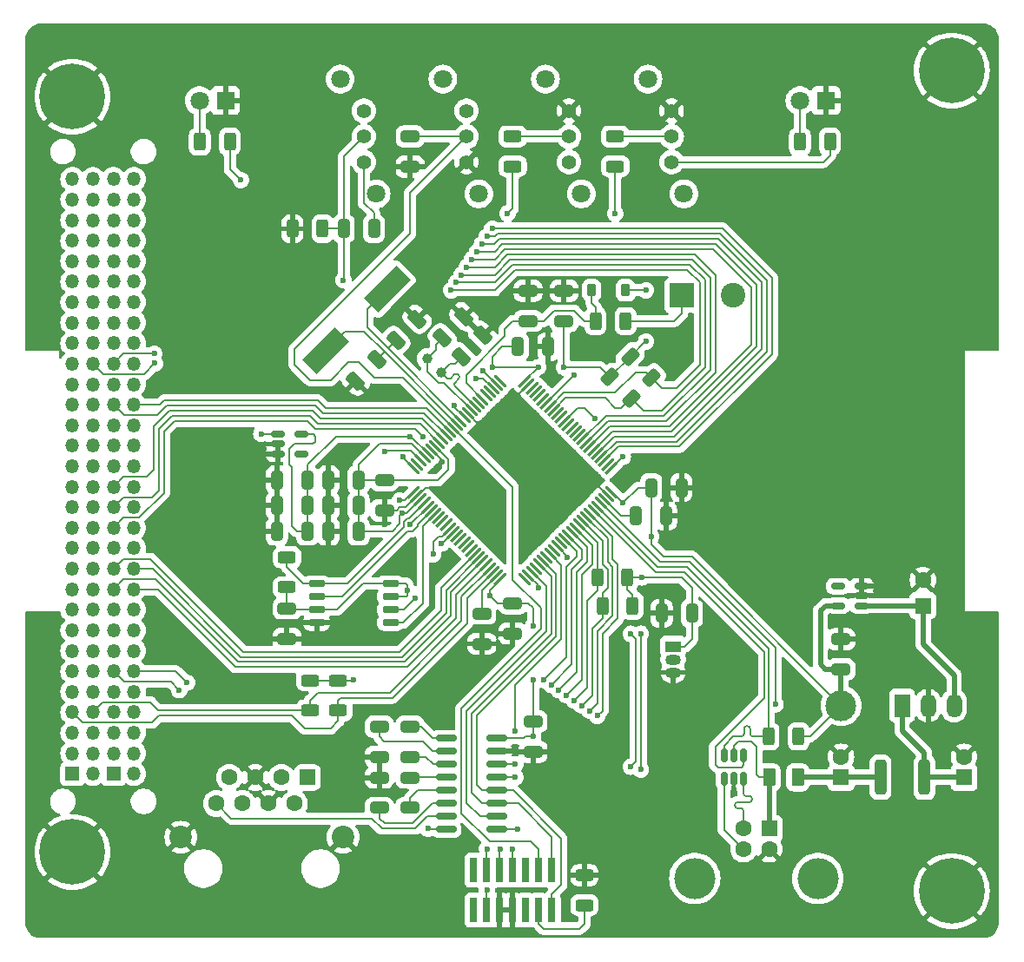
<source format=gtl>
%TF.GenerationSoftware,KiCad,Pcbnew,8.0.5*%
%TF.CreationDate,2025-04-09T01:02:25+01:00*%
%TF.ProjectId,OBC2,4f424332-2e6b-4696-9361-645f70636258,A*%
%TF.SameCoordinates,Original*%
%TF.FileFunction,Copper,L1,Top*%
%TF.FilePolarity,Positive*%
%FSLAX46Y46*%
G04 Gerber Fmt 4.6, Leading zero omitted, Abs format (unit mm)*
G04 Created by KiCad (PCBNEW 8.0.5) date 2025-04-09 01:02:25*
%MOMM*%
%LPD*%
G01*
G04 APERTURE LIST*
G04 Aperture macros list*
%AMRoundRect*
0 Rectangle with rounded corners*
0 $1 Rounding radius*
0 $2 $3 $4 $5 $6 $7 $8 $9 X,Y pos of 4 corners*
0 Add a 4 corners polygon primitive as box body*
4,1,4,$2,$3,$4,$5,$6,$7,$8,$9,$2,$3,0*
0 Add four circle primitives for the rounded corners*
1,1,$1+$1,$2,$3*
1,1,$1+$1,$4,$5*
1,1,$1+$1,$6,$7*
1,1,$1+$1,$8,$9*
0 Add four rect primitives between the rounded corners*
20,1,$1+$1,$2,$3,$4,$5,0*
20,1,$1+$1,$4,$5,$6,$7,0*
20,1,$1+$1,$6,$7,$8,$9,0*
20,1,$1+$1,$8,$9,$2,$3,0*%
%AMRotRect*
0 Rectangle, with rotation*
0 The origin of the aperture is its center*
0 $1 length*
0 $2 width*
0 $3 Rotation angle, in degrees counterclockwise*
0 Add horizontal line*
21,1,$1,$2,0,0,$3*%
G04 Aperture macros list end*
%TA.AperFunction,SMDPad,CuDef*%
%ADD10RoundRect,0.250000X0.625000X-0.312500X0.625000X0.312500X-0.625000X0.312500X-0.625000X-0.312500X0*%
%TD*%
%TA.AperFunction,SMDPad,CuDef*%
%ADD11RoundRect,0.150000X-0.512500X-0.150000X0.512500X-0.150000X0.512500X0.150000X-0.512500X0.150000X0*%
%TD*%
%TA.AperFunction,SMDPad,CuDef*%
%ADD12RoundRect,0.150000X0.512500X0.150000X-0.512500X0.150000X-0.512500X-0.150000X0.512500X-0.150000X0*%
%TD*%
%TA.AperFunction,ComponentPad*%
%ADD13C,1.000000*%
%TD*%
%TA.AperFunction,SMDPad,CuDef*%
%ADD14RoundRect,0.250000X0.650000X-0.325000X0.650000X0.325000X-0.650000X0.325000X-0.650000X-0.325000X0*%
%TD*%
%TA.AperFunction,SMDPad,CuDef*%
%ADD15RoundRect,0.250000X-0.312500X-0.625000X0.312500X-0.625000X0.312500X0.625000X-0.312500X0.625000X0*%
%TD*%
%TA.AperFunction,ComponentPad*%
%ADD16R,2.400000X2.400000*%
%TD*%
%TA.AperFunction,ComponentPad*%
%ADD17C,2.400000*%
%TD*%
%TA.AperFunction,SMDPad,CuDef*%
%ADD18RoundRect,0.250000X-0.325000X-0.650000X0.325000X-0.650000X0.325000X0.650000X-0.325000X0.650000X0*%
%TD*%
%TA.AperFunction,SMDPad,CuDef*%
%ADD19RoundRect,0.225000X-0.225000X-0.375000X0.225000X-0.375000X0.225000X0.375000X-0.225000X0.375000X0*%
%TD*%
%TA.AperFunction,SMDPad,CuDef*%
%ADD20RoundRect,0.250000X0.325000X0.650000X-0.325000X0.650000X-0.325000X-0.650000X0.325000X-0.650000X0*%
%TD*%
%TA.AperFunction,ComponentPad*%
%ADD21C,3.600000*%
%TD*%
%TA.AperFunction,ConnectorPad*%
%ADD22C,6.400000*%
%TD*%
%TA.AperFunction,SMDPad,CuDef*%
%ADD23RoundRect,0.250000X-0.650000X0.325000X-0.650000X-0.325000X0.650000X-0.325000X0.650000X0.325000X0*%
%TD*%
%TA.AperFunction,ComponentPad*%
%ADD24R,1.600000X1.600000*%
%TD*%
%TA.AperFunction,ComponentPad*%
%ADD25C,1.600000*%
%TD*%
%TA.AperFunction,ComponentPad*%
%ADD26O,1.350000X1.350000*%
%TD*%
%TA.AperFunction,ComponentPad*%
%ADD27R,1.350000X1.350000*%
%TD*%
%TA.AperFunction,SMDPad,CuDef*%
%ADD28RoundRect,0.250000X0.312500X0.625000X-0.312500X0.625000X-0.312500X-0.625000X0.312500X-0.625000X0*%
%TD*%
%TA.AperFunction,ComponentPad*%
%ADD29C,4.000000*%
%TD*%
%TA.AperFunction,SMDPad,CuDef*%
%ADD30RoundRect,0.250000X-0.625000X0.312500X-0.625000X-0.312500X0.625000X-0.312500X0.625000X0.312500X0*%
%TD*%
%TA.AperFunction,ComponentPad*%
%ADD31R,1.500000X2.300000*%
%TD*%
%TA.AperFunction,ComponentPad*%
%ADD32O,1.500000X2.300000*%
%TD*%
%TA.AperFunction,ComponentPad*%
%ADD33RoundRect,0.248000X-0.552000X-0.552000X0.552000X-0.552000X0.552000X0.552000X-0.552000X0.552000X0*%
%TD*%
%TA.AperFunction,ComponentPad*%
%ADD34C,2.200000*%
%TD*%
%TA.AperFunction,SMDPad,CuDef*%
%ADD35RoundRect,0.250000X0.229810X-0.689429X0.689429X-0.229810X-0.229810X0.689429X-0.689429X0.229810X0*%
%TD*%
%TA.AperFunction,ComponentPad*%
%ADD36R,1.800000X1.800000*%
%TD*%
%TA.AperFunction,ComponentPad*%
%ADD37C,1.800000*%
%TD*%
%TA.AperFunction,ComponentPad*%
%ADD38C,3.000000*%
%TD*%
%TA.AperFunction,SMDPad,CuDef*%
%ADD39RoundRect,0.250000X-0.375000X-0.625000X0.375000X-0.625000X0.375000X0.625000X-0.375000X0.625000X0*%
%TD*%
%TA.AperFunction,ComponentPad*%
%ADD40C,1.400000*%
%TD*%
%TA.AperFunction,SMDPad,CuDef*%
%ADD41R,0.740000X2.400000*%
%TD*%
%TA.AperFunction,SMDPad,CuDef*%
%ADD42RotRect,4.500000X2.000000X45.000000*%
%TD*%
%TA.AperFunction,SMDPad,CuDef*%
%ADD43RoundRect,0.075000X-0.565685X0.459619X0.459619X-0.565685X0.565685X-0.459619X-0.459619X0.565685X0*%
%TD*%
%TA.AperFunction,SMDPad,CuDef*%
%ADD44RoundRect,0.075000X-0.565685X-0.459619X-0.459619X-0.565685X0.565685X0.459619X0.459619X0.565685X0*%
%TD*%
%TA.AperFunction,SMDPad,CuDef*%
%ADD45RoundRect,0.250000X-0.229810X0.689429X-0.689429X0.229810X0.229810X-0.689429X0.689429X-0.229810X0*%
%TD*%
%TA.AperFunction,SMDPad,CuDef*%
%ADD46RoundRect,0.250000X0.662913X0.220971X0.220971X0.662913X-0.662913X-0.220971X-0.220971X-0.662913X0*%
%TD*%
%TA.AperFunction,SMDPad,CuDef*%
%ADD47RoundRect,0.150000X0.150000X-0.512500X0.150000X0.512500X-0.150000X0.512500X-0.150000X-0.512500X0*%
%TD*%
%TA.AperFunction,SMDPad,CuDef*%
%ADD48RoundRect,0.250000X-0.312500X-1.450000X0.312500X-1.450000X0.312500X1.450000X-0.312500X1.450000X0*%
%TD*%
%TA.AperFunction,SMDPad,CuDef*%
%ADD49RoundRect,0.150000X-0.825000X-0.150000X0.825000X-0.150000X0.825000X0.150000X-0.825000X0.150000X0*%
%TD*%
%TA.AperFunction,SMDPad,CuDef*%
%ADD50RoundRect,0.150000X-0.650000X-0.150000X0.650000X-0.150000X0.650000X0.150000X-0.650000X0.150000X0*%
%TD*%
%TA.AperFunction,ComponentPad*%
%ADD51O,1.500000X1.050000*%
%TD*%
%TA.AperFunction,ComponentPad*%
%ADD52R,1.500000X1.050000*%
%TD*%
%TA.AperFunction,ViaPad*%
%ADD53C,0.600000*%
%TD*%
%TA.AperFunction,Conductor*%
%ADD54C,0.200000*%
%TD*%
%TA.AperFunction,Conductor*%
%ADD55C,0.500000*%
%TD*%
G04 APERTURE END LIST*
D10*
%TO.P,R14,1*%
%TO.N,/BOOT1*%
X98000000Y-64425000D03*
%TO.P,R14,2*%
%TO.N,Net-(S2-COM)*%
X98000000Y-61500000D03*
%TD*%
%TO.P,R13,1*%
%TO.N,/BOOT0*%
X108000000Y-64425000D03*
%TO.P,R13,2*%
%TO.N,Net-(S1-COM)*%
X108000000Y-61500000D03*
%TD*%
D11*
%TO.P,IC2,1,IN*%
%TO.N,/3V3_OBC*%
X75112500Y-90550000D03*
%TO.P,IC2,2,GND*%
%TO.N,GND*%
X75112500Y-91500000D03*
%TO.P,IC2,3,CTL*%
X75112500Y-92450000D03*
%TO.P,IC2,4,STAT*%
%TO.N,unconnected-(IC2-STAT-Pad4)*%
X77387500Y-92450000D03*
%TO.P,IC2,5,OUT*%
%TO.N,+3V3*%
X77387500Y-90550000D03*
%TD*%
D12*
%TO.P,IC1,1,IN*%
%TO.N,Net-(IC1-IN)*%
X132000000Y-107250000D03*
%TO.P,IC1,2,GND*%
%TO.N,GND*%
X132000000Y-106300000D03*
%TO.P,IC1,3,CTL*%
X132000000Y-105350000D03*
%TO.P,IC1,4,STAT*%
%TO.N,unconnected-(IC1-STAT-Pad4)*%
X129725000Y-105350000D03*
%TO.P,IC1,5,OUT*%
%TO.N,+3V3*%
X129725000Y-107250000D03*
%TD*%
D13*
%TO.P,Y2,1,1*%
%TO.N,Net-(U3-PC15)*%
X89656497Y-83156497D03*
%TO.P,Y2,2,2*%
%TO.N,Net-(U3-PC14)*%
X91000000Y-84500000D03*
%TD*%
D14*
%TO.P,C14,1*%
%TO.N,GND*%
X98000000Y-109975000D03*
%TO.P,C14,2*%
%TO.N,+3V3*%
X98000000Y-107025000D03*
%TD*%
D15*
%TO.P,R3,1*%
%TO.N,/I2C3_SCL*%
X106750000Y-107250000D03*
%TO.P,R3,2*%
%TO.N,+3V3*%
X109675000Y-107250000D03*
%TD*%
%TO.P,R8,1*%
%TO.N,/I2C3_SDA*%
X106250000Y-104500000D03*
%TO.P,R8,2*%
%TO.N,+3V3*%
X109175000Y-104500000D03*
%TD*%
D16*
%TO.P,C19,1*%
%TO.N,Net-(C19-Pad1)*%
X114500000Y-77000000D03*
D17*
%TO.P,C19,2*%
%TO.N,GND*%
X119500000Y-77000000D03*
%TD*%
D18*
%TO.P,C7,1*%
%TO.N,GND*%
X80025000Y-95000000D03*
%TO.P,C7,2*%
%TO.N,+3V3*%
X82975000Y-95000000D03*
%TD*%
D19*
%TO.P,D1,1,K*%
%TO.N,Net-(D1-K)*%
X105700000Y-76500000D03*
%TO.P,D1,2,A*%
%TO.N,+3V3*%
X109000000Y-76500000D03*
%TD*%
D14*
%TO.P,C29,1*%
%TO.N,GND*%
X88000000Y-64450000D03*
%TO.P,C29,2*%
%TO.N,/NRST*%
X88000000Y-61500000D03*
%TD*%
D20*
%TO.P,C32,1*%
%TO.N,+3V3*%
X115475000Y-108000000D03*
%TO.P,C32,2*%
%TO.N,GND*%
X112525000Y-108000000D03*
%TD*%
D14*
%TO.P,C11,1*%
%TO.N,GND*%
X85500000Y-97975000D03*
%TO.P,C11,2*%
%TO.N,+3V3*%
X85500000Y-95025000D03*
%TD*%
D21*
%TO.P,H2,1,1*%
%TO.N,GND*%
X140805000Y-55080000D03*
D22*
X140805000Y-55080000D03*
%TD*%
D23*
%TO.P,C4,1*%
%TO.N,GND*%
X130000000Y-110525000D03*
%TO.P,C4,2*%
%TO.N,+3V3*%
X130000000Y-113475000D03*
%TD*%
D24*
%TO.P,C1,1*%
%TO.N,Net-(C1-Pad1)*%
X130000000Y-124000000D03*
D25*
%TO.P,C1,2*%
%TO.N,GND*%
X130000000Y-122000000D03*
%TD*%
D20*
%TO.P,C10,1*%
%TO.N,GND*%
X114450000Y-95750000D03*
%TO.P,C10,2*%
%TO.N,+3V3*%
X111500000Y-95750000D03*
%TD*%
D26*
%TO.P,J2,c1,Pin_a1*%
%TO.N,unconnected-(J2-Pin_a1-Padc1)*%
X57080000Y-123660000D03*
%TO.P,J2,c2,Pin_a2*%
%TO.N,unconnected-(J2-Pin_a2-Padc2)*%
X57080000Y-121660000D03*
%TO.P,J2,c3,Pin_a3*%
%TO.N,unconnected-(J2-Pin_a3-Padc3)*%
X57080000Y-119660000D03*
%TO.P,J2,c4,Pin_a4*%
%TO.N,/I2C2_SCL*%
X57080000Y-117660000D03*
%TO.P,J2,c5,Pin_a5*%
%TO.N,unconnected-(J2-Pin_a5-Padc5)*%
X57080000Y-115660000D03*
%TO.P,J2,c6,Pin_a6*%
%TO.N,/PC7*%
X57080000Y-113660000D03*
%TO.P,J2,c7,Pin_a7*%
%TO.N,unconnected-(J2-Pin_a7-Padc7)*%
X57080000Y-111660000D03*
%TO.P,J2,c8,Pin_a8*%
%TO.N,unconnected-(J2-Pin_a8-Padc8)*%
X57080000Y-109660000D03*
%TO.P,J2,c9,Pin_a9*%
%TO.N,unconnected-(J2-Pin_a9-Padc9)*%
X57080000Y-107660000D03*
%TO.P,J2,c10,Pin_a10*%
%TO.N,unconnected-(J2-Pin_a10-Padc10)*%
X57080000Y-105660000D03*
%TO.P,J2,c11,Pin_a11*%
%TO.N,unconnected-(J2-Pin_a11-Padc11)*%
X57080000Y-103660000D03*
%TO.P,J2,c12,Pin_a12*%
%TO.N,unconnected-(J2-Pin_a12-Padc12)*%
X57080000Y-101660000D03*
%TO.P,J2,c13,Pin_a13*%
%TO.N,unconnected-(J2-Pin_a13-Padc13)*%
X57080000Y-99660000D03*
%TO.P,J2,c14,Pin_a14*%
%TO.N,unconnected-(J2-Pin_a14-Padc14)*%
X57080000Y-97660000D03*
%TO.P,J2,c15,Pin_a15*%
%TO.N,unconnected-(J2-Pin_a15-Padc15)*%
X57080000Y-95660000D03*
%TO.P,J2,c16,Pin_a16*%
%TO.N,unconnected-(J2-Pin_a16-Padc16)*%
X57080000Y-93660000D03*
%TO.P,J2,c17,Pin_a17*%
%TO.N,unconnected-(J2-Pin_a17-Padc17)*%
X57080000Y-91660000D03*
%TO.P,J2,c18,Pin_a18*%
%TO.N,unconnected-(J2-Pin_a18-Padc18)*%
X57080000Y-89660000D03*
%TO.P,J2,c19,Pin_a19*%
%TO.N,unconnected-(J2-Pin_a19-Padc19)*%
X57080000Y-87660000D03*
%TO.P,J2,c20,Pin_a20*%
%TO.N,unconnected-(J2-Pin_a20-Padc20)*%
X57080000Y-85660000D03*
%TO.P,J2,c21,Pin_a21*%
%TO.N,/PD2*%
X57080000Y-83660000D03*
%TO.P,J2,c22,Pin_a22*%
%TO.N,unconnected-(J2-Pin_a22-Padc22)*%
X57080000Y-81660000D03*
%TO.P,J2,c23,Pin_a23*%
%TO.N,unconnected-(J2-Pin_a23-Padc23)*%
X57080000Y-79660000D03*
%TO.P,J2,c24,Pin_a24*%
%TO.N,unconnected-(J2-Pin_a24-Padc24)*%
X57080000Y-77660000D03*
%TO.P,J2,c25,Pin_a25*%
%TO.N,unconnected-(J2-Pin_a25-Padc25)*%
X57080000Y-75660000D03*
%TO.P,J2,c26,Pin_a26*%
%TO.N,unconnected-(J2-Pin_a26-Padc26)*%
X57080000Y-73660000D03*
%TO.P,J2,c27,Pin_a27*%
%TO.N,unconnected-(J2-Pin_a27-Padc27)*%
X57080000Y-71660000D03*
%TO.P,J2,c28,Pin_a28*%
%TO.N,unconnected-(J2-Pin_a28-Padc28)*%
X57080000Y-69660000D03*
%TO.P,J2,c29,Pin_a29*%
%TO.N,unconnected-(J2-Pin_a29-Padc29)*%
X57080000Y-67660000D03*
%TO.P,J2,c30,Pin_a30*%
%TO.N,unconnected-(J2-Pin_a30-Padc30)*%
X57080000Y-65660000D03*
D27*
%TO.P,J2,d1,Pin_b1*%
%TO.N,unconnected-(J2-Pin_b1-Padd1)*%
X55080000Y-123660000D03*
D26*
%TO.P,J2,d2,Pin_b2*%
%TO.N,unconnected-(J2-Pin_b2-Padd2)*%
X55080000Y-121660000D03*
%TO.P,J2,d3,Pin_b3*%
%TO.N,unconnected-(J2-Pin_b3-Padd3)*%
X55080000Y-119660000D03*
%TO.P,J2,d4,Pin_b4*%
%TO.N,/I2C2_SDA*%
X55080000Y-117660000D03*
%TO.P,J2,d5,Pin_b5*%
%TO.N,unconnected-(J2-Pin_b5-Padd5)*%
X55080000Y-115660000D03*
%TO.P,J2,d6,Pin_b6*%
%TO.N,/PC8*%
X55080000Y-113660000D03*
%TO.P,J2,d7,Pin_b7*%
%TO.N,unconnected-(J2-Pin_b7-Padd7)*%
X55080000Y-111660000D03*
%TO.P,J2,d8,Pin_b8*%
%TO.N,unconnected-(J2-Pin_b8-Padd8)*%
X55080000Y-109660000D03*
%TO.P,J2,d9,Pin_b9*%
%TO.N,unconnected-(J2-Pin_b9-Padd9)*%
X55080000Y-107660000D03*
%TO.P,J2,d10,Pin_b10*%
%TO.N,unconnected-(J2-Pin_b10-Padd10)*%
X55080000Y-105660000D03*
%TO.P,J2,d11,Pin_b11*%
%TO.N,unconnected-(J2-Pin_b11-Padd11)*%
X55080000Y-103660000D03*
%TO.P,J2,d12,Pin_b12*%
%TO.N,unconnected-(J2-Pin_b12-Padd12)*%
X55080000Y-101660000D03*
%TO.P,J2,d13,Pin_b13*%
%TO.N,unconnected-(J2-Pin_b13-Padd13)*%
X55080000Y-99660000D03*
%TO.P,J2,d14,Pin_b14*%
%TO.N,unconnected-(J2-Pin_b14-Padd14)*%
X55080000Y-97660000D03*
%TO.P,J2,d15,Pin_b15*%
%TO.N,unconnected-(J2-Pin_b15-Padd15)*%
X55080000Y-95660000D03*
%TO.P,J2,d16,Pin_b16*%
%TO.N,unconnected-(J2-Pin_b16-Padd16)*%
X55080000Y-93660000D03*
%TO.P,J2,d17,Pin_b17*%
%TO.N,unconnected-(J2-Pin_b17-Padd17)*%
X55080000Y-91660000D03*
%TO.P,J2,d18,Pin_b18*%
%TO.N,unconnected-(J2-Pin_b18-Padd18)*%
X55080000Y-89660000D03*
%TO.P,J2,d19,Pin_b19*%
%TO.N,unconnected-(J2-Pin_b19-Padd19)*%
X55080000Y-87660000D03*
%TO.P,J2,d20,Pin_b20*%
%TO.N,unconnected-(J2-Pin_b20-Padd20)*%
X55080000Y-85660000D03*
%TO.P,J2,d21,Pin_b21*%
%TO.N,/PD3*%
X55080000Y-83660000D03*
%TO.P,J2,d22,Pin_b22*%
%TO.N,unconnected-(J2-Pin_b22-Padd22)*%
X55080000Y-81660000D03*
%TO.P,J2,d23,Pin_b23*%
%TO.N,unconnected-(J2-Pin_b23-Padd23)*%
X55080000Y-79660000D03*
%TO.P,J2,d24,Pin_b24*%
%TO.N,unconnected-(J2-Pin_b24-Padd24)*%
X55080000Y-77660000D03*
%TO.P,J2,d25,Pin_b25*%
%TO.N,unconnected-(J2-Pin_b25-Padd25)*%
X55080000Y-75660000D03*
%TO.P,J2,d26,Pin_b26*%
%TO.N,unconnected-(J2-Pin_b26-Padd26)*%
X55080000Y-73660000D03*
%TO.P,J2,d27,Pin_b27*%
%TO.N,unconnected-(J2-Pin_b27-Padd27)*%
X55080000Y-71660000D03*
%TO.P,J2,d28,Pin_b28*%
%TO.N,unconnected-(J2-Pin_b28-Padd28)*%
X55080000Y-69660000D03*
%TO.P,J2,d29,Pin_b29*%
%TO.N,unconnected-(J2-Pin_b29-Padd29)*%
X55080000Y-67660000D03*
%TO.P,J2,d30,Pin_b30*%
%TO.N,unconnected-(J2-Pin_b30-Padd30)*%
X55080000Y-65660000D03*
%TD*%
D18*
%TO.P,C12,1*%
%TO.N,GND*%
X80025000Y-100000000D03*
%TO.P,C12,2*%
%TO.N,+3V3*%
X82975000Y-100000000D03*
%TD*%
D28*
%TO.P,R2,1*%
%TO.N,Net-(C19-Pad1)*%
X109000000Y-79500000D03*
%TO.P,R2,2*%
%TO.N,Net-(D1-K)*%
X106075000Y-79500000D03*
%TD*%
D20*
%TO.P,C6,1*%
%TO.N,+3V3*%
X77975000Y-97500000D03*
%TO.P,C6,2*%
%TO.N,GND*%
X75025000Y-97500000D03*
%TD*%
D18*
%TO.P,C31,1*%
%TO.N,GND*%
X75025000Y-100000000D03*
%TO.P,C31,2*%
%TO.N,+3V3*%
X77975000Y-100000000D03*
%TD*%
D24*
%TO.P,J3,1,VBUS*%
%TO.N,Net-(J3-VBUS)*%
X123000000Y-129000000D03*
D25*
%TO.P,J3,2,D-*%
%TO.N,Net-(J3-D-)*%
X120500000Y-129000000D03*
%TO.P,J3,3,D+*%
%TO.N,Net-(J3-D+)*%
X120500000Y-131000000D03*
%TO.P,J3,4,GND*%
%TO.N,GND*%
X123000000Y-131000000D03*
D29*
%TO.P,J3,5,Shield*%
%TO.N,unconnected-(J3-Shield-Pad5)_1*%
X127750000Y-133860000D03*
%TO.N,unconnected-(J3-Shield-Pad5)*%
X115750000Y-133860000D03*
%TD*%
D30*
%TO.P,R12,1*%
%TO.N,GND*%
X105000000Y-133537500D03*
%TO.P,R12,2*%
%TO.N,Net-(J5-Pin_11)*%
X105000000Y-136462500D03*
%TD*%
D31*
%TO.P,U2,1,IN*%
%TO.N,Net-(U2-IN)*%
X135960000Y-117000000D03*
D32*
%TO.P,U2,2,GND*%
%TO.N,GND*%
X138500000Y-117000000D03*
%TO.P,U2,3,OUT*%
%TO.N,Net-(IC1-IN)*%
X141040000Y-117000000D03*
%TD*%
D33*
%TO.P,J4,1*%
%TO.N,Net-(U4-R2IN)*%
X78000000Y-124000000D03*
D25*
%TO.P,J4,2*%
%TO.N,unconnected-(J4-Pad2)*%
X76730000Y-126540000D03*
%TO.P,J4,3*%
%TO.N,Net-(U4-R1IN)*%
X75460000Y-124000000D03*
%TO.P,J4,4*%
%TO.N,GND*%
X74190000Y-126540000D03*
%TO.P,J4,5*%
X72920000Y-124000000D03*
%TO.P,J4,6*%
%TO.N,Net-(U4-T1OUT)*%
X71650000Y-126540000D03*
%TO.P,J4,7*%
%TO.N,unconnected-(J4-Pad7)*%
X70380000Y-124000000D03*
%TO.P,J4,8*%
%TO.N,Net-(U4-T2OUT)*%
X69110000Y-126540000D03*
D34*
%TO.P,J4,SH*%
%TO.N,GND*%
X81455000Y-129840000D03*
X65655000Y-129840000D03*
%TD*%
D35*
%TO.P,C16,1*%
%TO.N,GND*%
X82664034Y-85335966D03*
%TO.P,C16,2*%
%TO.N,Net-(U3-PH1)*%
X84750000Y-83250000D03*
%TD*%
%TO.P,C21,1*%
%TO.N,Net-(U3-PC14)*%
X93000000Y-83000000D03*
%TO.P,C21,2*%
%TO.N,GND*%
X95085966Y-80914034D03*
%TD*%
D23*
%TO.P,C27,1*%
%TO.N,GND*%
X85000000Y-124025000D03*
%TO.P,C27,2*%
%TO.N,Net-(U4-VS-)*%
X85000000Y-126975000D03*
%TD*%
D36*
%TO.P,D2,1,K*%
%TO.N,GND*%
X128540000Y-58000000D03*
D37*
%TO.P,D2,2,A*%
%TO.N,Net-(D2-A)*%
X126000000Y-58000000D03*
%TD*%
D10*
%TO.P,R7,1*%
%TO.N,/I2C2_SDA*%
X81000000Y-117462500D03*
%TO.P,R7,2*%
%TO.N,+3V3*%
X81000000Y-114537500D03*
%TD*%
D38*
%TO.P,TP1,1,1*%
%TO.N,+3V3*%
X130000000Y-117000000D03*
%TD*%
D39*
%TO.P,F1,1*%
%TO.N,Net-(J3-VBUS)*%
X123000000Y-124000000D03*
%TO.P,F1,2*%
%TO.N,Net-(C1-Pad1)*%
X125800000Y-124000000D03*
%TD*%
D36*
%TO.P,D3,1,K*%
%TO.N,GND*%
X70000000Y-58000000D03*
D37*
%TO.P,D3,2,A*%
%TO.N,Net-(D3-A)*%
X67460000Y-58000000D03*
%TD*%
D40*
%TO.P,S1,1,N.O.*%
%TO.N,+3V3*%
X113492500Y-64000000D03*
%TO.P,S1,2,COM*%
%TO.N,Net-(S1-COM)*%
X113492500Y-61500000D03*
%TO.P,S1,3,N.C.*%
%TO.N,GND*%
X113492500Y-59000000D03*
D37*
%TO.P,S1,MH1,MH1*%
%TO.N,unconnected-(S1-PadMH1)*%
X114692500Y-67100000D03*
%TO.P,S1,MH2,MH2*%
%TO.N,unconnected-(S1-PadMH2)*%
X111192500Y-55900000D03*
%TD*%
D18*
%TO.P,C5,1*%
%TO.N,GND*%
X80025000Y-97500000D03*
%TO.P,C5,2*%
%TO.N,+3V3*%
X82975000Y-97500000D03*
%TD*%
D41*
%TO.P,J5,1,Pin_1*%
%TO.N,unconnected-(J5-Pin_1-Pad1)*%
X94190000Y-136950000D03*
%TO.P,J5,2,Pin_2*%
%TO.N,unconnected-(J5-Pin_2-Pad2)*%
X94190000Y-133050000D03*
%TO.P,J5,3,Pin_3*%
%TO.N,+3V3*%
X95460000Y-136950000D03*
%TO.P,J5,4,Pin_4*%
%TO.N,/SWDIO*%
X95460000Y-133050000D03*
%TO.P,J5,5,Pin_5*%
%TO.N,GND*%
X96730000Y-136950000D03*
%TO.P,J5,6,Pin_6*%
%TO.N,/SWCLK*%
X96730000Y-133050000D03*
%TO.P,J5,7,Pin_7*%
%TO.N,GND*%
X98000000Y-136950000D03*
%TO.P,J5,8,Pin_8*%
%TO.N,/SWO*%
X98000000Y-133050000D03*
%TO.P,J5,9,Pin_9*%
%TO.N,unconnected-(J5-Pin_9-Pad9)*%
X99270000Y-136950000D03*
%TO.P,J5,10,Pin_10*%
%TO.N,unconnected-(J5-Pin_10-Pad10)*%
X99270000Y-133050000D03*
%TO.P,J5,11,Pin_11*%
%TO.N,Net-(J5-Pin_11)*%
X100540000Y-136950000D03*
%TO.P,J5,12,Pin_12*%
%TO.N,/NRST*%
X100540000Y-133050000D03*
%TO.P,J5,13,Pin_13*%
%TO.N,/UART3_RX*%
X101810000Y-136950000D03*
%TO.P,J5,14,Pin_14*%
%TO.N,/UART3_TX*%
X101810000Y-133050000D03*
%TD*%
D21*
%TO.P,H3,1,1*%
%TO.N,GND*%
X55080000Y-131280000D03*
D22*
X55080000Y-131280000D03*
%TD*%
D21*
%TO.P,H4,1,1*%
%TO.N,GND*%
X140805000Y-135090000D03*
D22*
X140805000Y-135090000D03*
%TD*%
D23*
%TO.P,C9,1*%
%TO.N,GND*%
X103000000Y-76550000D03*
%TO.P,C9,2*%
%TO.N,+3V3*%
X103000000Y-79500000D03*
%TD*%
D15*
%TO.P,R15,2*%
%TO.N,/USER*%
X79462500Y-70500000D03*
%TO.P,R15,1*%
%TO.N,GND*%
X76537500Y-70500000D03*
%TD*%
D42*
%TO.P,Y1,1,1*%
%TO.N,Net-(U3-PH1)*%
X79744796Y-82405204D03*
%TO.P,Y1,2,2*%
%TO.N,Net-(U3-PH0)*%
X85755204Y-76394796D03*
%TD*%
D20*
%TO.P,C13,1*%
%TO.N,GND*%
X101475000Y-82000000D03*
%TO.P,C13,2*%
%TO.N,+3V3*%
X98525000Y-82000000D03*
%TD*%
D14*
%TO.P,C26,1*%
%TO.N,GND*%
X85000000Y-122000000D03*
%TO.P,C26,2*%
%TO.N,Net-(U4-VS+)*%
X85000000Y-119050000D03*
%TD*%
D40*
%TO.P,S3,1,N.O.*%
%TO.N,GND*%
X93492500Y-64000000D03*
%TO.P,S3,2,COM*%
%TO.N,/NRST*%
X93492500Y-61500000D03*
%TO.P,S3,3,N.C.*%
%TO.N,unconnected-(S3-N.C.-Pad3)*%
X93492500Y-59000000D03*
D37*
%TO.P,S3,MH1,MH1*%
%TO.N,unconnected-(S3-PadMH1)*%
X94692500Y-67100000D03*
%TO.P,S3,MH2,MH2*%
%TO.N,unconnected-(S3-PadMH2)*%
X91192500Y-55900000D03*
%TD*%
D24*
%TO.P,C3,1*%
%TO.N,Net-(IC1-IN)*%
X138000000Y-107250000D03*
D25*
%TO.P,C3,2*%
%TO.N,GND*%
X138000000Y-104750000D03*
%TD*%
D20*
%TO.P,C8,1*%
%TO.N,+3V3*%
X77975000Y-95000000D03*
%TO.P,C8,2*%
%TO.N,GND*%
X75025000Y-95000000D03*
%TD*%
D43*
%TO.P,U3,1,PE2*%
%TO.N,unconnected-(U3-PE2-Pad1)*%
X96815596Y-85330315D03*
%TO.P,U3,2,PE3*%
%TO.N,/PE3*%
X96462043Y-85683868D03*
%TO.P,U3,3,PE4*%
%TO.N,/PE4*%
X96108489Y-86037422D03*
%TO.P,U3,4,PE5*%
%TO.N,unconnected-(U3-PE5-Pad4)*%
X95754936Y-86390975D03*
%TO.P,U3,5,PE6*%
%TO.N,unconnected-(U3-PE6-Pad5)*%
X95401383Y-86744528D03*
%TO.P,U3,6,VBAT*%
%TO.N,Net-(D1-K)*%
X95047829Y-87098082D03*
%TO.P,U3,7,PC13*%
%TO.N,unconnected-(U3-PC13-Pad7)*%
X94694276Y-87451635D03*
%TO.P,U3,8,PC14*%
%TO.N,Net-(U3-PC14)*%
X94340722Y-87805189D03*
%TO.P,U3,9,PC15*%
%TO.N,Net-(U3-PC15)*%
X93987169Y-88158742D03*
%TO.P,U3,10,VSS*%
%TO.N,GND*%
X93633616Y-88512295D03*
%TO.P,U3,11,VDD*%
%TO.N,+3V3*%
X93280062Y-88865849D03*
%TO.P,U3,12,PH0*%
%TO.N,Net-(U3-PH0)*%
X92926509Y-89219402D03*
%TO.P,U3,13,PH1*%
%TO.N,Net-(U3-PH1)*%
X92572955Y-89572955D03*
%TO.P,U3,14,NRST*%
%TO.N,/NRST*%
X92219402Y-89926509D03*
%TO.P,U3,15,PC0*%
%TO.N,/PC0*%
X91865849Y-90280062D03*
%TO.P,U3,16,PC1*%
%TO.N,/PC1*%
X91512295Y-90633616D03*
%TO.P,U3,17,PC2*%
%TO.N,/SPI2_MISO*%
X91158742Y-90987169D03*
%TO.P,U3,18,PC3*%
%TO.N,/SPI2_MOSI*%
X90805189Y-91340722D03*
%TO.P,U3,19,VDD*%
%TO.N,+3V3*%
X90451635Y-91694276D03*
%TO.P,U3,20,VSSA*%
%TO.N,GND*%
X90098082Y-92047829D03*
%TO.P,U3,21,VREF+*%
%TO.N,+3V3*%
X89744528Y-92401383D03*
%TO.P,U3,22,VDDA*%
X89390975Y-92754936D03*
%TO.P,U3,23,PA0*%
%TO.N,/USER*%
X89037422Y-93108489D03*
%TO.P,U3,24,PA1*%
%TO.N,unconnected-(U3-PA1-Pad24)*%
X88683868Y-93462043D03*
%TO.P,U3,25,PA2*%
%TO.N,/UART2_TX*%
X88330315Y-93815596D03*
D44*
%TO.P,U3,26,PA3*%
%TO.N,/UART2_RX*%
X88330315Y-96184404D03*
%TO.P,U3,27,VSS*%
%TO.N,GND*%
X88683868Y-96537957D03*
%TO.P,U3,28,VDD*%
%TO.N,+3V3*%
X89037422Y-96891511D03*
%TO.P,U3,29,PA4*%
%TO.N,/SPI1_NSS*%
X89390975Y-97245064D03*
%TO.P,U3,30,PA5*%
%TO.N,/SPI1_SCK*%
X89744528Y-97598617D03*
%TO.P,U3,31,PA6*%
%TO.N,/SPI1_MISO*%
X90098082Y-97952171D03*
%TO.P,U3,32,PA7*%
%TO.N,/SPI1_MOSI*%
X90451635Y-98305724D03*
%TO.P,U3,33,PC4*%
%TO.N,unconnected-(U3-PC4-Pad33)*%
X90805189Y-98659278D03*
%TO.P,U3,34,PC5*%
%TO.N,unconnected-(U3-PC5-Pad34)*%
X91158742Y-99012831D03*
%TO.P,U3,35,PB0*%
%TO.N,unconnected-(U3-PB0-Pad35)*%
X91512295Y-99366384D03*
%TO.P,U3,36,PB1*%
%TO.N,/TEMP*%
X91865849Y-99719938D03*
%TO.P,U3,37,PB2*%
%TO.N,/BOOT1*%
X92219402Y-100073491D03*
%TO.P,U3,38,PE7*%
%TO.N,unconnected-(U3-PE7-Pad38)*%
X92572955Y-100427045D03*
%TO.P,U3,39,PE8*%
%TO.N,unconnected-(U3-PE8-Pad39)*%
X92926509Y-100780598D03*
%TO.P,U3,40,PE9*%
%TO.N,unconnected-(U3-PE9-Pad40)*%
X93280062Y-101134151D03*
%TO.P,U3,41,PE10*%
%TO.N,unconnected-(U3-PE10-Pad41)*%
X93633616Y-101487705D03*
%TO.P,U3,42,PE11*%
%TO.N,unconnected-(U3-PE11-Pad42)*%
X93987169Y-101841258D03*
%TO.P,U3,43,PE12*%
%TO.N,/PE12*%
X94340722Y-102194811D03*
%TO.P,U3,44,PE13*%
%TO.N,/PE13*%
X94694276Y-102548365D03*
%TO.P,U3,45,PE14*%
%TO.N,/PE14*%
X95047829Y-102901918D03*
%TO.P,U3,46,PE15*%
%TO.N,/PE15*%
X95401383Y-103255472D03*
%TO.P,U3,47,PB10*%
%TO.N,/I2C2_SCL*%
X95754936Y-103609025D03*
%TO.P,U3,48,PB11*%
%TO.N,/I2C2_SDA*%
X96108489Y-103962578D03*
%TO.P,U3,49,VCAP_1*%
%TO.N,Net-(U3-VCAP_1)*%
X96462043Y-104316132D03*
%TO.P,U3,50,VDD*%
%TO.N,+3V3*%
X96815596Y-104669685D03*
D43*
%TO.P,U3,51,PB12*%
%TO.N,unconnected-(U3-PB12-Pad51)*%
X99184404Y-104669685D03*
%TO.P,U3,52,PB13*%
%TO.N,/SPI2_SCK*%
X99537957Y-104316132D03*
%TO.P,U3,53,PB14*%
%TO.N,/UART3_RTS*%
X99891511Y-103962578D03*
%TO.P,U3,54,PB15*%
%TO.N,unconnected-(U3-PB15-Pad54)*%
X100245064Y-103609025D03*
%TO.P,U3,55,PD8*%
%TO.N,/UART3_TX*%
X100598617Y-103255472D03*
%TO.P,U3,56,PD9*%
%TO.N,/UART3_RX*%
X100952171Y-102901918D03*
%TO.P,U3,57,PD10*%
%TO.N,unconnected-(U3-PD10-Pad57)*%
X101305724Y-102548365D03*
%TO.P,U3,58,PD11*%
%TO.N,/UART3_CTS*%
X101659278Y-102194811D03*
%TO.P,U3,59,PD12*%
%TO.N,unconnected-(U3-PD12-Pad59)*%
X102012831Y-101841258D03*
%TO.P,U3,60,PD13*%
%TO.N,/PD13*%
X102366384Y-101487705D03*
%TO.P,U3,61,PD14*%
%TO.N,unconnected-(U3-PD14-Pad61)*%
X102719938Y-101134151D03*
%TO.P,U3,62,PD15*%
%TO.N,/PD15*%
X103073491Y-100780598D03*
%TO.P,U3,63,PC6*%
%TO.N,/PC6*%
X103427045Y-100427045D03*
%TO.P,U3,64,PC7*%
%TO.N,/PC7*%
X103780598Y-100073491D03*
%TO.P,U3,65,PC8*%
%TO.N,/PC8*%
X104134151Y-99719938D03*
%TO.P,U3,66,PC9*%
%TO.N,/I2C3_SDA*%
X104487705Y-99366384D03*
%TO.P,U3,67,PA8*%
%TO.N,/I2C3_SCL*%
X104841258Y-99012831D03*
%TO.P,U3,68,PA9*%
%TO.N,/UART1_TX*%
X105194811Y-98659278D03*
%TO.P,U3,69,PA10*%
%TO.N,/UART1_RX*%
X105548365Y-98305724D03*
%TO.P,U3,70,PA11*%
%TO.N,/USB_DM*%
X105901918Y-97952171D03*
%TO.P,U3,71,PA12*%
%TO.N,/USB_DP*%
X106255472Y-97598617D03*
%TO.P,U3,72,PA13*%
%TO.N,/SWDIO*%
X106609025Y-97245064D03*
%TO.P,U3,73,VCAP_2*%
%TO.N,Net-(U3-VCAP_2)*%
X106962578Y-96891511D03*
%TO.P,U3,74,VSS*%
%TO.N,GND*%
X107316132Y-96537957D03*
%TO.P,U3,75,VDD*%
%TO.N,+3V3*%
X107669685Y-96184404D03*
D44*
%TO.P,U3,76,PA14*%
%TO.N,/SWCLK*%
X107669685Y-93815596D03*
%TO.P,U3,77,PA15*%
%TO.N,unconnected-(U3-PA15-Pad77)*%
X107316132Y-93462043D03*
%TO.P,U3,78,PC10*%
%TO.N,/SPI3_SCK*%
X106962578Y-93108489D03*
%TO.P,U3,79,PC11*%
%TO.N,/SPI3_MISO*%
X106609025Y-92754936D03*
%TO.P,U3,80,PC12*%
%TO.N,/SPI3_MOSI*%
X106255472Y-92401383D03*
%TO.P,U3,81,PD0*%
%TO.N,/PD0*%
X105901918Y-92047829D03*
%TO.P,U3,82,PD1*%
%TO.N,/PD1*%
X105548365Y-91694276D03*
%TO.P,U3,83,PD2*%
%TO.N,/PD2*%
X105194811Y-91340722D03*
%TO.P,U3,84,PD3*%
%TO.N,/PD3*%
X104841258Y-90987169D03*
%TO.P,U3,85,PD4*%
%TO.N,unconnected-(U3-PD4-Pad85)*%
X104487705Y-90633616D03*
%TO.P,U3,86,PD5*%
%TO.N,unconnected-(U3-PD5-Pad86)*%
X104134151Y-90280062D03*
%TO.P,U3,87,PD6*%
%TO.N,unconnected-(U3-PD6-Pad87)*%
X103780598Y-89926509D03*
%TO.P,U3,88,PD7*%
%TO.N,unconnected-(U3-PD7-Pad88)*%
X103427045Y-89572955D03*
%TO.P,U3,89,PB3*%
%TO.N,/SWO*%
X103073491Y-89219402D03*
%TO.P,U3,90,PB4*%
%TO.N,unconnected-(U3-PB4-Pad90)*%
X102719938Y-88865849D03*
%TO.P,U3,91,PB5*%
%TO.N,unconnected-(U3-PB5-Pad91)*%
X102366384Y-88512295D03*
%TO.P,U3,92,PB6*%
%TO.N,/I2C1_SDA*%
X102012831Y-88158742D03*
%TO.P,U3,93,PB7*%
%TO.N,/I2C1_SCL*%
X101659278Y-87805189D03*
%TO.P,U3,94,BOOT0*%
%TO.N,/BOOT0*%
X101305724Y-87451635D03*
%TO.P,U3,95,PB8*%
%TO.N,unconnected-(U3-PB8-Pad95)*%
X100952171Y-87098082D03*
%TO.P,U3,96,PB9*%
%TO.N,unconnected-(U3-PB9-Pad96)*%
X100598617Y-86744528D03*
%TO.P,U3,97,PE0*%
%TO.N,unconnected-(U3-PE0-Pad97)*%
X100245064Y-86390975D03*
%TO.P,U3,98,PE1*%
%TO.N,unconnected-(U3-PE1-Pad98)*%
X99891511Y-86037422D03*
%TO.P,U3,99,VSS*%
%TO.N,GND*%
X99537957Y-85683868D03*
%TO.P,U3,100,VDD*%
%TO.N,+3V3*%
X99184404Y-85330315D03*
%TD*%
D20*
%TO.P,C18,1*%
%TO.N,GND*%
X112950000Y-98500000D03*
%TO.P,C18,2*%
%TO.N,Net-(U3-VCAP_2)*%
X110000000Y-98500000D03*
%TD*%
D10*
%TO.P,R6,1*%
%TO.N,/I2C2_SCL*%
X78250000Y-117462500D03*
%TO.P,R6,2*%
%TO.N,+3V3*%
X78250000Y-114537500D03*
%TD*%
D14*
%TO.P,C17,1*%
%TO.N,GND*%
X95000000Y-110975000D03*
%TO.P,C17,2*%
%TO.N,Net-(U3-VCAP_1)*%
X95000000Y-108025000D03*
%TD*%
D35*
%TO.P,C22,1*%
%TO.N,Net-(U3-PC15)*%
X91156497Y-81156497D03*
%TO.P,C22,2*%
%TO.N,GND*%
X93242463Y-79070531D03*
%TD*%
D40*
%TO.P,S2,1,N.O.*%
%TO.N,+3V3*%
X103492500Y-64000000D03*
%TO.P,S2,2,COM*%
%TO.N,Net-(S2-COM)*%
X103492500Y-61500000D03*
%TO.P,S2,3,N.C.*%
%TO.N,GND*%
X103492500Y-59000000D03*
D37*
%TO.P,S2,MH1,MH1*%
%TO.N,unconnected-(S2-PadMH1)*%
X104692500Y-67100000D03*
%TO.P,S2,MH2,MH2*%
%TO.N,unconnected-(S2-PadMH2)*%
X101192500Y-55900000D03*
%TD*%
D14*
%TO.P,C25,1*%
%TO.N,Net-(U4-C2-)*%
X88000000Y-126975000D03*
%TO.P,C25,2*%
%TO.N,Net-(U4-C2+)*%
X88000000Y-124025000D03*
%TD*%
D45*
%TO.P,C15,1*%
%TO.N,GND*%
X88685966Y-79314034D03*
%TO.P,C15,2*%
%TO.N,Net-(U3-PH0)*%
X86600000Y-81400000D03*
%TD*%
D46*
%TO.P,R4,1*%
%TO.N,/I2C1_SDA*%
X109534144Y-87034144D03*
%TO.P,R4,2*%
%TO.N,+3V3*%
X107465856Y-84965856D03*
%TD*%
D23*
%TO.P,C20,1*%
%TO.N,GND*%
X99500000Y-76550000D03*
%TO.P,C20,2*%
%TO.N,Net-(D1-K)*%
X99500000Y-79500000D03*
%TD*%
D14*
%TO.P,C23,1*%
%TO.N,Net-(U4-C1-)*%
X88000000Y-122000000D03*
%TO.P,C23,2*%
%TO.N,Net-(U4-C1+)*%
X88000000Y-119050000D03*
%TD*%
D47*
%TO.P,U1,6,I/O1*%
%TO.N,/USB_DP*%
X118600000Y-121862500D03*
%TO.P,U1,5,VBUS*%
%TO.N,Net-(J3-VBUS)*%
X119550000Y-121862500D03*
%TO.P,U1,4,I/O2*%
%TO.N,/USB_DM*%
X120500000Y-121862500D03*
%TO.P,U1,3,I/O2*%
%TO.N,Net-(J3-D-)*%
X120500000Y-124137500D03*
%TO.P,U1,2,GND*%
%TO.N,GND*%
X119550000Y-124137500D03*
%TO.P,U1,1,I/O1*%
%TO.N,Net-(J3-D+)*%
X118600000Y-124137500D03*
%TD*%
D21*
%TO.P,H1,1,1*%
%TO.N,GND*%
X55080000Y-57620000D03*
D22*
X55080000Y-57620000D03*
%TD*%
D26*
%TO.P,J1,a1,Pin_a1*%
%TO.N,unconnected-(J1-Pin_a1-Pada1)*%
X61080000Y-123660000D03*
%TO.P,J1,a2,Pin_a2*%
%TO.N,unconnected-(J1-Pin_a2-Pada2)*%
X61080000Y-121660000D03*
%TO.P,J1,a3,Pin_a3*%
%TO.N,unconnected-(J1-Pin_a3-Pada3)*%
X61080000Y-119660000D03*
%TO.P,J1,a4,Pin_a4*%
%TO.N,/UART1_TX*%
X61080000Y-117660000D03*
%TO.P,J1,a5,Pin_a5*%
%TO.N,/I2C3_SDA*%
X61080000Y-115660000D03*
%TO.P,J1,a6,Pin_a6*%
%TO.N,/PD15*%
X61080000Y-113660000D03*
%TO.P,J1,a7,Pin_a7*%
%TO.N,unconnected-(J1-Pin_a7-Pada7)*%
X61080000Y-111660000D03*
%TO.P,J1,a8,Pin_a8*%
%TO.N,unconnected-(J1-Pin_a8-Pada8)*%
X61080000Y-109660000D03*
%TO.P,J1,a9,Pin_a9*%
%TO.N,unconnected-(J1-Pin_a9-Pada9)*%
X61080000Y-107660000D03*
%TO.P,J1,a10,Pin_a10*%
%TO.N,/PE15*%
X61080000Y-105660000D03*
%TO.P,J1,a11,Pin_a11*%
%TO.N,/PE13*%
X61080000Y-103660000D03*
%TO.P,J1,a12,Pin_a12*%
%TO.N,/UART2_RX*%
X61080000Y-101660000D03*
%TO.P,J1,a13,Pin_a13*%
%TO.N,/UART2_TX*%
X61080000Y-99660000D03*
%TO.P,J1,a14,Pin_a14*%
%TO.N,/PE4*%
X61080000Y-97660000D03*
%TO.P,J1,a15,Pin_a15*%
%TO.N,/PE3*%
X61080000Y-95660000D03*
%TO.P,J1,a16,Pin_a16*%
%TO.N,unconnected-(J1-Pin_a16-Pada16)*%
X61080000Y-93660000D03*
%TO.P,J1,a17,Pin_a17*%
%TO.N,/3V3_OBC*%
X61080000Y-91660000D03*
%TO.P,J1,a18,Pin_a18*%
%TO.N,unconnected-(J1-Pin_a18-Pada18)*%
X61080000Y-89660000D03*
%TO.P,J1,a19,Pin_a19*%
%TO.N,/PC0*%
X61080000Y-87660000D03*
%TO.P,J1,a20,Pin_a20*%
%TO.N,/I2C1_SDA*%
X61080000Y-85660000D03*
%TO.P,J1,a21,Pin_a21*%
%TO.N,/PD0*%
X61080000Y-83660000D03*
%TO.P,J1,a22,Pin_a22*%
%TO.N,/SPI3_MOSI*%
X61080000Y-81660000D03*
%TO.P,J1,a23,Pin_a23*%
%TO.N,/SPI3_MISO*%
X61080000Y-79660000D03*
%TO.P,J1,a24,Pin_a24*%
%TO.N,/SPI3_SCK*%
X61080000Y-77660000D03*
%TO.P,J1,a25,Pin_a25*%
%TO.N,unconnected-(J1-Pin_a25-Pada25)*%
X61080000Y-75660000D03*
%TO.P,J1,a26,Pin_a26*%
%TO.N,unconnected-(J1-Pin_a26-Pada26)*%
X61080000Y-73660000D03*
%TO.P,J1,a27,Pin_a27*%
%TO.N,unconnected-(J1-Pin_a27-Pada27)*%
X61080000Y-71660000D03*
%TO.P,J1,a28,Pin_a28*%
%TO.N,unconnected-(J1-Pin_a28-Pada28)*%
X61080000Y-69660000D03*
%TO.P,J1,a29,Pin_a29*%
%TO.N,unconnected-(J1-Pin_a29-Pada29)*%
X61080000Y-67660000D03*
%TO.P,J1,a30,Pin_a30*%
%TO.N,unconnected-(J1-Pin_a30-Pada30)*%
X61080000Y-65660000D03*
D27*
%TO.P,J1,b1,Pin_b1*%
%TO.N,unconnected-(J1-Pin_b1-Padb1)*%
X59080000Y-123660000D03*
D26*
%TO.P,J1,b2,Pin_b2*%
%TO.N,unconnected-(J1-Pin_b2-Padb2)*%
X59080000Y-121660000D03*
%TO.P,J1,b3,Pin_b3*%
%TO.N,unconnected-(J1-Pin_b3-Padb3)*%
X59080000Y-119660000D03*
%TO.P,J1,b4,Pin_b4*%
%TO.N,/UART1_RX*%
X59080000Y-117660000D03*
%TO.P,J1,b5,Pin_b5*%
%TO.N,/I2C3_SCL*%
X59080000Y-115660000D03*
%TO.P,J1,b6,Pin_b6*%
%TO.N,/PC6*%
X59080000Y-113660000D03*
%TO.P,J1,b7,Pin_b7*%
%TO.N,unconnected-(J1-Pin_b7-Padb7)*%
X59080000Y-111660000D03*
%TO.P,J1,b8,Pin_b8*%
%TO.N,unconnected-(J1-Pin_b8-Padb8)*%
X59080000Y-109660000D03*
%TO.P,J1,b9,Pin_b9*%
%TO.N,unconnected-(J1-Pin_b9-Padb9)*%
X59080000Y-107660000D03*
%TO.P,J1,b10,Pin_b10*%
%TO.N,/PE14*%
X59080000Y-105660000D03*
%TO.P,J1,b11,Pin_b11*%
%TO.N,/PE12*%
X59080000Y-103660000D03*
%TO.P,J1,b12,Pin_b12*%
%TO.N,unconnected-(J1-Pin_b12-Padb12)*%
X59080000Y-101660000D03*
%TO.P,J1,b13,Pin_b13*%
%TO.N,/SPI2_SCK*%
X59080000Y-99660000D03*
%TO.P,J1,b14,Pin_b14*%
%TO.N,/SPI2_MOSI*%
X59080000Y-97660000D03*
%TO.P,J1,b15,Pin_b15*%
%TO.N,/SPI2_MISO*%
X59080000Y-95660000D03*
%TO.P,J1,b16,Pin_b16*%
%TO.N,unconnected-(J1-Pin_b16-Padb16)*%
X59080000Y-93660000D03*
%TO.P,J1,b17,Pin_b17*%
%TO.N,unconnected-(J1-Pin_b17-Padb17)*%
X59080000Y-91660000D03*
%TO.P,J1,b18,Pin_b18*%
%TO.N,GND*%
X59080000Y-89660000D03*
%TO.P,J1,b19,Pin_b19*%
%TO.N,/PC1*%
X59080000Y-87660000D03*
%TO.P,J1,b20,Pin_b20*%
%TO.N,/I2C1_SCL*%
X59080000Y-85660000D03*
%TO.P,J1,b21,Pin_b21*%
%TO.N,/PD1*%
X59080000Y-83660000D03*
%TO.P,J1,b22,Pin_b22*%
%TO.N,unconnected-(J1-Pin_b22-Padb22)*%
X59080000Y-81660000D03*
%TO.P,J1,b23,Pin_b23*%
%TO.N,unconnected-(J1-Pin_b23-Padb23)*%
X59080000Y-79660000D03*
%TO.P,J1,b24,Pin_b24*%
%TO.N,unconnected-(J1-Pin_b24-Padb24)*%
X59080000Y-77660000D03*
%TO.P,J1,b25,Pin_b25*%
%TO.N,unconnected-(J1-Pin_b25-Padb25)*%
X59080000Y-75660000D03*
%TO.P,J1,b26,Pin_b26*%
%TO.N,unconnected-(J1-Pin_b26-Padb26)*%
X59080000Y-73660000D03*
%TO.P,J1,b27,Pin_b27*%
%TO.N,unconnected-(J1-Pin_b27-Padb27)*%
X59080000Y-71660000D03*
%TO.P,J1,b28,Pin_b28*%
%TO.N,unconnected-(J1-Pin_b28-Padb28)*%
X59080000Y-69660000D03*
%TO.P,J1,b29,Pin_b29*%
%TO.N,unconnected-(J1-Pin_b29-Padb29)*%
X59080000Y-67660000D03*
%TO.P,J1,b30,Pin_b30*%
%TO.N,unconnected-(J1-Pin_b30-Padb30)*%
X59080000Y-65660000D03*
%TD*%
D15*
%TO.P,R1,1*%
%TO.N,/USB_DP*%
X122937500Y-120000000D03*
%TO.P,R1,2*%
%TO.N,+3V3*%
X125862500Y-120000000D03*
%TD*%
D23*
%TO.P,C24,1*%
%TO.N,+3V3*%
X100000000Y-118550000D03*
%TO.P,C24,2*%
%TO.N,GND*%
X100000000Y-121500000D03*
%TD*%
D20*
%TO.P,C30,1*%
%TO.N,+3V3*%
X84475000Y-70500000D03*
%TO.P,C30,2*%
%TO.N,/USER*%
X81525000Y-70500000D03*
%TD*%
D40*
%TO.P,S4,1,N.O.*%
%TO.N,+3V3*%
X83492500Y-64000000D03*
%TO.P,S4,2,COM*%
%TO.N,/USER*%
X83492500Y-61500000D03*
%TO.P,S4,3,N.C.*%
%TO.N,unconnected-(S4-N.C.-Pad3)*%
X83492500Y-59000000D03*
D37*
%TO.P,S4,MH1,MH1*%
%TO.N,unconnected-(S4-PadMH1)*%
X84692500Y-67100000D03*
%TO.P,S4,MH2,MH2*%
%TO.N,unconnected-(S4-PadMH2)*%
X81192500Y-55900000D03*
%TD*%
D24*
%TO.P,C2,1*%
%TO.N,Net-(U2-IN)*%
X142000000Y-124000000D03*
D25*
%TO.P,C2,2*%
%TO.N,GND*%
X142000000Y-122000000D03*
%TD*%
D28*
%TO.P,R10,1*%
%TO.N,/PD13*%
X70425000Y-62000000D03*
%TO.P,R10,2*%
%TO.N,Net-(D3-A)*%
X67500000Y-62000000D03*
%TD*%
D48*
%TO.P,L1,1,1*%
%TO.N,Net-(C1-Pad1)*%
X133862500Y-124000000D03*
%TO.P,L1,2,2*%
%TO.N,Net-(U2-IN)*%
X138137500Y-124000000D03*
%TD*%
D49*
%TO.P,U4,1,C1+*%
%TO.N,Net-(U4-C1+)*%
X91525000Y-120190000D03*
%TO.P,U4,2,VS+*%
%TO.N,Net-(U4-VS+)*%
X91525000Y-121460000D03*
%TO.P,U4,3,C1-*%
%TO.N,Net-(U4-C1-)*%
X91525000Y-122730000D03*
%TO.P,U4,4,C2+*%
%TO.N,Net-(U4-C2+)*%
X91525000Y-124000000D03*
%TO.P,U4,5,C2-*%
%TO.N,Net-(U4-C2-)*%
X91525000Y-125270000D03*
%TO.P,U4,6,VS-*%
%TO.N,Net-(U4-VS-)*%
X91525000Y-126540000D03*
%TO.P,U4,7,T2OUT*%
%TO.N,Net-(U4-T2OUT)*%
X91525000Y-127810000D03*
%TO.P,U4,8,R2IN*%
%TO.N,Net-(U4-R2IN)*%
X91525000Y-129080000D03*
%TO.P,U4,9,R2OUT*%
%TO.N,/UART3_CTS*%
X96475000Y-129080000D03*
%TO.P,U4,10,T2IN*%
%TO.N,/UART3_RTS*%
X96475000Y-127810000D03*
%TO.P,U4,11,T1IN*%
%TO.N,/UART3_TX*%
X96475000Y-126540000D03*
%TO.P,U4,12,R1OUT*%
%TO.N,/UART3_RX*%
X96475000Y-125270000D03*
%TO.P,U4,13,R1IN*%
%TO.N,Net-(U4-R1IN)*%
X96475000Y-124000000D03*
%TO.P,U4,14,T1OUT*%
%TO.N,Net-(U4-T1OUT)*%
X96475000Y-122730000D03*
%TO.P,U4,15,GND*%
%TO.N,GND*%
X96475000Y-121460000D03*
%TO.P,U4,16,VCC*%
%TO.N,+3V3*%
X96475000Y-120190000D03*
%TD*%
D50*
%TO.P,U5,1,~{CS}*%
%TO.N,/SPI1_NSS*%
X78900000Y-105095000D03*
%TO.P,U5,2,DO(IO1)*%
%TO.N,/SPI1_MISO*%
X78900000Y-106365000D03*
%TO.P,U5,3,IO2*%
%TO.N,+3V3*%
X78900000Y-107635000D03*
%TO.P,U5,4,GND*%
%TO.N,GND*%
X78900000Y-108905000D03*
%TO.P,U5,5,DI(IO0)*%
%TO.N,/SPI1_MOSI*%
X86100000Y-108905000D03*
%TO.P,U5,6,CLK*%
%TO.N,/SPI1_SCK*%
X86100000Y-107635000D03*
%TO.P,U5,7,IO3*%
%TO.N,+3V3*%
X86100000Y-106365000D03*
%TO.P,U5,8,VCC*%
X86100000Y-105095000D03*
%TD*%
D51*
%TO.P,U6,3,GND*%
%TO.N,GND*%
X113640000Y-113770000D03*
%TO.P,U6,2,VOUT*%
%TO.N,/TEMP*%
X113640000Y-112500000D03*
D52*
%TO.P,U6,1,+VS*%
%TO.N,+3V3*%
X113640000Y-111230000D03*
%TD*%
D46*
%TO.P,R5,1*%
%TO.N,/I2C1_SCL*%
X111534144Y-85034144D03*
%TO.P,R5,2*%
%TO.N,+3V3*%
X109465856Y-82965856D03*
%TD*%
D28*
%TO.P,R9,1*%
%TO.N,+3V3*%
X128925000Y-62000000D03*
%TO.P,R9,2*%
%TO.N,Net-(D2-A)*%
X126000000Y-62000000D03*
%TD*%
D30*
%TO.P,R11,1*%
%TO.N,/SPI1_NSS*%
X76000000Y-102537500D03*
%TO.P,R11,2*%
%TO.N,+3V3*%
X76000000Y-105462500D03*
%TD*%
D23*
%TO.P,C28,1*%
%TO.N,+3V3*%
X76000000Y-107525000D03*
%TO.P,C28,2*%
%TO.N,GND*%
X76000000Y-110475000D03*
%TD*%
D53*
%TO.N,/TEMP*%
X90250000Y-102250000D03*
%TO.N,/BOOT0*%
X108000000Y-69000000D03*
%TO.N,+3V3*%
X103000000Y-84000000D03*
%TO.N,/BOOT0*%
X104000000Y-84750000D03*
%TO.N,/PD2*%
X63125000Y-83625000D03*
%TO.N,/PD1*%
X63065000Y-82685000D03*
%TO.N,+3V3*%
X88000000Y-90750000D03*
%TO.N,GND*%
X71000000Y-102000000D03*
X71000000Y-94000000D03*
%TO.N,/UART1_RX*%
X106250000Y-118000000D03*
%TO.N,/UART1_TX*%
X105500000Y-117500000D03*
%TO.N,/I2C3_SCL*%
X104750000Y-117000000D03*
%TO.N,/I2C3_SDA*%
X104000000Y-116500000D03*
%TO.N,/PC8*%
X103250000Y-116000000D03*
%TO.N,/PC7*%
X102500000Y-115500000D03*
%TO.N,/PC6*%
X101750000Y-115000000D03*
%TO.N,GND*%
X91103850Y-93195020D03*
X100000000Y-82000000D03*
X86500000Y-103500000D03*
X102000000Y-95000000D03*
X96000000Y-98000000D03*
X81500000Y-100000000D03*
X65000000Y-112000000D03*
X94000000Y-96000000D03*
X85500000Y-99325735D03*
%TO.N,+3V3*%
X82500000Y-114500000D03*
X108750000Y-97250000D03*
X100500000Y-84000000D03*
X96000000Y-84000000D03*
X110600000Y-104500000D03*
X87250000Y-98250000D03*
X87750000Y-105750000D03*
X100000000Y-114500000D03*
X100000000Y-120000000D03*
X100000000Y-109250000D03*
X95750000Y-106250000D03*
X92277818Y-87722182D03*
X95500000Y-135000000D03*
X111000000Y-76500000D03*
X111500000Y-100500000D03*
X111000000Y-81500000D03*
%TO.N,/SWO*%
X98000000Y-131000000D03*
X110500000Y-123250000D03*
X105989949Y-88989949D03*
X110500000Y-110000000D03*
%TO.N,/SWCLK*%
X108742641Y-92742641D03*
X109500000Y-122960000D03*
X109500000Y-110000000D03*
X96750000Y-131000000D03*
%TO.N,/SWDIO*%
X95500000Y-131000000D03*
X123625000Y-116875000D03*
%TO.N,/PD13*%
X103349564Y-102551907D03*
X71500000Y-65750000D03*
%TO.N,/BOOT1*%
X97500000Y-69000000D03*
X91049265Y-101200735D03*
%TO.N,/SPI1_SCK*%
X88000000Y-99348529D03*
X88500000Y-106499999D03*
%TO.N,/I2C1_SDA*%
X92500000Y-75750000D03*
%TO.N,/SPI3_MOSI*%
X95000000Y-72000000D03*
%TO.N,/SPI3_MISO*%
X95500000Y-71250000D03*
%TO.N,/I2C1_SCL*%
X92000000Y-76500000D03*
%TO.N,/UART3_CTS*%
X98250000Y-119500000D03*
X98500000Y-129080000D03*
%TO.N,/UART2_TX*%
X87286657Y-92768329D03*
%TO.N,/SPI3_SCK*%
X96000000Y-70500000D03*
%TO.N,/UART2_RX*%
X87000000Y-97000000D03*
%TO.N,Net-(U4-R2IN)*%
X89750000Y-129000000D03*
%TO.N,Net-(U4-T1OUT)*%
X98250000Y-122730000D03*
%TO.N,Net-(U4-R1IN)*%
X98250000Y-124000000D03*
%TO.N,/SPI2_SCK*%
X89250000Y-90750000D03*
X100500000Y-105500000D03*
%TO.N,/USER*%
X85500000Y-92250000D03*
X81500000Y-75500000D03*
%TO.N,/PD15*%
X66250000Y-114750000D03*
X101000000Y-114500000D03*
%TO.N,/PC6*%
X65500000Y-115500000D03*
%TO.N,/PE3*%
X95139088Y-84360912D03*
%TO.N,/PE4*%
X94431980Y-85068020D03*
%TO.N,/PD1*%
X94000000Y-73500000D03*
%TO.N,/PD0*%
X94500000Y-72750000D03*
%TO.N,/PD2*%
X93500000Y-74250000D03*
%TO.N,/PD3*%
X93000000Y-75000000D03*
%TO.N,GND*%
X119500000Y-125500000D03*
%TO.N,/3V3_OBC*%
X73500000Y-90500000D03*
%TD*%
D54*
%TO.N,/TEMP*%
X90250000Y-101000000D02*
X90250000Y-102250000D01*
X90750000Y-100500000D02*
X90250000Y-101000000D01*
X91865849Y-99719938D02*
X91085787Y-100500000D01*
X91085787Y-100500000D02*
X90750000Y-100500000D01*
%TO.N,/BOOT1*%
X91092158Y-101200735D02*
X92219402Y-100073491D01*
X91049265Y-101200735D02*
X91092158Y-101200735D01*
%TO.N,+3V3*%
X128925000Y-63325000D02*
X128925000Y-62000000D01*
X128250000Y-64000000D02*
X128925000Y-63325000D01*
X113492500Y-64000000D02*
X128250000Y-64000000D01*
%TO.N,/I2C1_SCL*%
X112500000Y-86000000D02*
X111534144Y-85034144D01*
X114000000Y-86000000D02*
X112500000Y-86000000D01*
X116250000Y-75750000D02*
X116250000Y-83750000D01*
X115000000Y-74500000D02*
X116250000Y-75750000D01*
X98250000Y-74500000D02*
X115000000Y-74500000D01*
X116250000Y-83750000D02*
X114000000Y-86000000D01*
X92000000Y-76500000D02*
X96250000Y-76500000D01*
X96250000Y-76500000D02*
X98250000Y-74500000D01*
%TO.N,/I2C1_SDA*%
X110750000Y-88250000D02*
X109534144Y-87034144D01*
X112500000Y-88250000D02*
X110750000Y-88250000D01*
X116750000Y-84000000D02*
X112500000Y-88250000D01*
X116750000Y-75467157D02*
X116750000Y-84000000D01*
X98000000Y-74000000D02*
X115282843Y-74000000D01*
X96250000Y-75750000D02*
X98000000Y-74000000D01*
X92500000Y-75750000D02*
X96250000Y-75750000D01*
X115282843Y-74000000D02*
X116750000Y-75467157D01*
%TO.N,/PD3*%
X117250000Y-75250000D02*
X117250000Y-84250000D01*
X115500000Y-73500000D02*
X117250000Y-75250000D01*
X117250000Y-84250000D02*
X112750000Y-88750000D01*
X97750000Y-73500000D02*
X115500000Y-73500000D01*
X107078427Y-88750000D02*
X104841258Y-90987169D01*
X96250000Y-75000000D02*
X97750000Y-73500000D01*
X112750000Y-88750000D02*
X107078427Y-88750000D01*
X93000000Y-75000000D02*
X96250000Y-75000000D01*
%TO.N,/PD2*%
X117750000Y-84500000D02*
X113000000Y-89250000D01*
X115750000Y-73000000D02*
X117750000Y-75000000D01*
X117750000Y-75000000D02*
X117750000Y-84500000D01*
X113000000Y-89250000D02*
X107285533Y-89250000D01*
X96250000Y-74250000D02*
X97500000Y-73000000D01*
X97500000Y-73000000D02*
X115750000Y-73000000D01*
X93500000Y-74250000D02*
X96250000Y-74250000D01*
X107285533Y-89250000D02*
X105194811Y-91340722D01*
%TO.N,/PD1*%
X117500000Y-72500000D02*
X121250000Y-76250000D01*
X107492641Y-89750000D02*
X105548365Y-91694276D01*
X97250000Y-72500000D02*
X117500000Y-72500000D01*
X121250000Y-76250000D02*
X121250000Y-81782843D01*
X121250000Y-81782843D02*
X113282843Y-89750000D01*
X96250000Y-73500000D02*
X97250000Y-72500000D01*
X113282843Y-89750000D02*
X107492641Y-89750000D01*
X94000000Y-73500000D02*
X96250000Y-73500000D01*
%TO.N,/PD0*%
X113500000Y-90250000D02*
X107699747Y-90250000D01*
X107699747Y-90250000D02*
X105901918Y-92047829D01*
X121750000Y-75983578D02*
X121750000Y-82000000D01*
X121750000Y-82000000D02*
X113500000Y-90250000D01*
X97000000Y-72000000D02*
X117766422Y-72000000D01*
X96250000Y-72750000D02*
X97000000Y-72000000D01*
X94500000Y-72750000D02*
X96250000Y-72750000D01*
X117766422Y-72000000D02*
X121750000Y-75983578D01*
%TO.N,/SPI3_MOSI*%
X122250000Y-75750000D02*
X122250000Y-82250000D01*
X118000000Y-71500000D02*
X122250000Y-75750000D01*
X96739276Y-71500000D02*
X118000000Y-71500000D01*
X107906855Y-90750000D02*
X106255472Y-92401383D01*
X96239276Y-72000000D02*
X96739276Y-71500000D01*
X113750000Y-90750000D02*
X107906855Y-90750000D01*
X95000000Y-72000000D02*
X96239276Y-72000000D01*
X122250000Y-82250000D02*
X113750000Y-90750000D01*
%TO.N,/SPI3_MISO*%
X108113961Y-91250000D02*
X106609025Y-92754936D01*
X96524633Y-71000000D02*
X118250000Y-71000000D01*
X114000000Y-91250000D02*
X108113961Y-91250000D01*
X96274633Y-71250000D02*
X96524633Y-71000000D01*
X122750000Y-75500000D02*
X122750000Y-82500000D01*
X122750000Y-82500000D02*
X114000000Y-91250000D01*
X95500000Y-71250000D02*
X96274633Y-71250000D01*
X118250000Y-71000000D02*
X122750000Y-75500000D01*
%TO.N,/SPI3_SCK*%
X108321067Y-91750000D02*
X106962578Y-93108489D01*
X114250000Y-91750000D02*
X108321067Y-91750000D01*
X123250000Y-82750000D02*
X114250000Y-91750000D01*
X118500000Y-70500000D02*
X123250000Y-75250000D01*
X96000000Y-70500000D02*
X118500000Y-70500000D01*
X123250000Y-75250000D02*
X123250000Y-82750000D01*
%TO.N,/NRST*%
X87292893Y-85000000D02*
X92219402Y-89926509D01*
X84500000Y-85000000D02*
X87292893Y-85000000D01*
X78250000Y-85250000D02*
X80247120Y-85250000D01*
X80247120Y-85250000D02*
X81997120Y-83500000D01*
X76750000Y-83750000D02*
X78250000Y-85250000D01*
X76750000Y-82187500D02*
X76750000Y-83750000D01*
X81997120Y-83500000D02*
X83000000Y-83500000D01*
X88000000Y-66992500D02*
X88000000Y-70937500D01*
X88000000Y-70937500D02*
X76750000Y-82187500D01*
X93492500Y-61500000D02*
X88000000Y-66992500D01*
X83000000Y-83500000D02*
X84500000Y-85000000D01*
X88000000Y-61500000D02*
X93492500Y-61500000D01*
%TO.N,/BOOT0*%
X108000000Y-64425000D02*
X108000000Y-69000000D01*
%TO.N,Net-(S1-COM)*%
X108000000Y-61500000D02*
X113492500Y-61500000D01*
%TO.N,/BOOT1*%
X98000000Y-68500000D02*
X97500000Y-69000000D01*
X98000000Y-64425000D02*
X98000000Y-68500000D01*
%TO.N,Net-(S2-COM)*%
X98000000Y-61500000D02*
X103492500Y-61500000D01*
%TO.N,/BOOT0*%
X104000000Y-84750000D02*
X101305724Y-87444276D01*
X101305724Y-87444276D02*
X101305724Y-87451635D01*
%TO.N,/UART3_TX*%
X98540000Y-126540000D02*
X96475000Y-126540000D01*
X101810000Y-129810000D02*
X98540000Y-126540000D01*
X101810000Y-133050000D02*
X101810000Y-129810000D01*
%TO.N,/UART3_RX*%
X98020000Y-125270000D02*
X96475000Y-125270000D01*
X102750000Y-134500000D02*
X102750000Y-130000000D01*
X101810000Y-135440000D02*
X102750000Y-134500000D01*
X101810000Y-136950000D02*
X101810000Y-135440000D01*
X102750000Y-130000000D02*
X98020000Y-125270000D01*
%TO.N,+3V3*%
X78500000Y-91500000D02*
X76750000Y-91500000D01*
X78750000Y-91250000D02*
X78500000Y-91500000D01*
X76750000Y-91500000D02*
X76250000Y-92000000D01*
X78550000Y-90550000D02*
X78750000Y-90750000D01*
X76250000Y-92000000D02*
X76250000Y-93500000D01*
X78750000Y-90750000D02*
X78750000Y-91250000D01*
X77387500Y-90550000D02*
X78550000Y-90550000D01*
X82975000Y-93525000D02*
X82975000Y-95000000D01*
X85000000Y-91500000D02*
X82975000Y-93525000D01*
X88136039Y-91500000D02*
X85000000Y-91500000D01*
X89390975Y-92754936D02*
X88136039Y-91500000D01*
X77975000Y-93525000D02*
X77975000Y-95000000D01*
X80750000Y-90750000D02*
X77975000Y-93525000D01*
X88000000Y-90750000D02*
X80750000Y-90750000D01*
%TO.N,/PC0*%
X89585787Y-88000000D02*
X91865849Y-90280062D01*
X79000000Y-87250000D02*
X79750000Y-88000000D01*
X64000000Y-87250000D02*
X79000000Y-87250000D01*
X79750000Y-88000000D02*
X89585787Y-88000000D01*
X63590000Y-87660000D02*
X64000000Y-87250000D01*
X61080000Y-87660000D02*
X63590000Y-87660000D01*
%TO.N,/PC1*%
X60105000Y-88685000D02*
X59080000Y-87660000D01*
X64250000Y-87750000D02*
X63315000Y-88685000D01*
X78750000Y-87750000D02*
X64250000Y-87750000D01*
X63315000Y-88685000D02*
X60105000Y-88685000D01*
X79500000Y-88500000D02*
X78750000Y-87750000D01*
X89378679Y-88500000D02*
X79500000Y-88500000D01*
X91512295Y-90633616D02*
X89378679Y-88500000D01*
%TO.N,/SPI2_MISO*%
X89171573Y-89000000D02*
X91158742Y-90987169D01*
X64500000Y-88250000D02*
X78500000Y-88250000D01*
X63000000Y-94000000D02*
X63000000Y-89750000D01*
X63000000Y-89750000D02*
X64500000Y-88250000D01*
X78500000Y-88250000D02*
X79250000Y-89000000D01*
X62315000Y-94685000D02*
X63000000Y-94000000D01*
X79250000Y-89000000D02*
X89171573Y-89000000D01*
X60055000Y-94685000D02*
X62315000Y-94685000D01*
X59080000Y-95660000D02*
X60055000Y-94685000D01*
%TO.N,/SPI2_MOSI*%
X88964467Y-89500000D02*
X90805189Y-91340722D01*
X79000000Y-89500000D02*
X88964467Y-89500000D01*
X78250000Y-88750000D02*
X79000000Y-89500000D01*
X64750000Y-88750000D02*
X78250000Y-88750000D01*
X63500000Y-90000000D02*
X64750000Y-88750000D01*
X63500000Y-96000000D02*
X63500000Y-90000000D01*
X62815000Y-96685000D02*
X63500000Y-96000000D01*
X60055000Y-96685000D02*
X62815000Y-96685000D01*
X59080000Y-97660000D02*
X60055000Y-96685000D01*
%TO.N,/SPI2_SCK*%
X88500000Y-90000000D02*
X89250000Y-90750000D01*
X78000000Y-89250000D02*
X78750000Y-90000000D01*
X65000000Y-89250000D02*
X78000000Y-89250000D01*
X64000000Y-90250000D02*
X65000000Y-89250000D01*
X78750000Y-90000000D02*
X88500000Y-90000000D01*
X64000000Y-96250000D02*
X64000000Y-90250000D01*
X61565000Y-98685000D02*
X64000000Y-96250000D01*
X59080000Y-99660000D02*
X60055000Y-98685000D01*
X60055000Y-98685000D02*
X61565000Y-98685000D01*
%TO.N,+3V3*%
X76500000Y-99500000D02*
X77000000Y-100000000D01*
X76250000Y-93500000D02*
X76500000Y-93750000D01*
X76500000Y-93750000D02*
X76500000Y-99500000D01*
X77000000Y-100000000D02*
X77975000Y-100000000D01*
%TO.N,/PD2*%
X58105000Y-84685000D02*
X57080000Y-83660000D01*
X62065000Y-84685000D02*
X58105000Y-84685000D01*
X63125000Y-83625000D02*
X62065000Y-84685000D01*
%TO.N,/PD1*%
X60055000Y-82685000D02*
X59080000Y-83660000D01*
X63065000Y-82685000D02*
X60055000Y-82685000D01*
D55*
%TO.N,Net-(U2-IN)*%
X138137500Y-124000000D02*
X142000000Y-124000000D01*
D54*
%TO.N,+3V3*%
X115500000Y-102500000D02*
X130000000Y-117000000D01*
X111500000Y-101250000D02*
X112750000Y-102500000D01*
X112750000Y-102500000D02*
X115500000Y-102500000D01*
X111500000Y-100500000D02*
X111500000Y-101250000D01*
%TO.N,/SWDIO*%
X112363961Y-103000000D02*
X106609025Y-97245064D01*
X123625000Y-111375000D02*
X115250000Y-103000000D01*
X123625000Y-116875000D02*
X123625000Y-111375000D01*
X115250000Y-103000000D02*
X112363961Y-103000000D01*
%TO.N,/USB_DP*%
X112156855Y-103500000D02*
X106255472Y-97598617D01*
X115000000Y-103500000D02*
X112156855Y-103500000D01*
X122937500Y-111437500D02*
X115000000Y-103500000D01*
X122937500Y-120000000D02*
X122937500Y-111437500D01*
%TO.N,/USB_DM*%
X120500000Y-122818750D02*
X120500000Y-121862500D01*
X120318750Y-123000000D02*
X120500000Y-122818750D01*
X117750000Y-121000000D02*
X117750000Y-122750000D01*
X122500000Y-116250000D02*
X117750000Y-121000000D01*
X117750000Y-122750000D02*
X118000000Y-123000000D01*
X122500000Y-111750000D02*
X122500000Y-116250000D01*
X111949747Y-104000000D02*
X114750000Y-104000000D01*
X118000000Y-123000000D02*
X120318750Y-123000000D01*
X114750000Y-104000000D02*
X122500000Y-111750000D01*
X105901918Y-97952171D02*
X111949747Y-104000000D01*
%TO.N,+3V3*%
X100000000Y-107500000D02*
X99525000Y-107025000D01*
X100000000Y-109250000D02*
X100000000Y-107500000D01*
X99525000Y-107025000D02*
X98000000Y-107025000D01*
%TO.N,/I2C2_SCL*%
X93000000Y-106363961D02*
X95754936Y-103609025D01*
X93000000Y-108750000D02*
X93000000Y-106363961D01*
X86000000Y-115750000D02*
X93000000Y-108750000D01*
X79000000Y-115750000D02*
X86000000Y-115750000D01*
X78250000Y-116500000D02*
X79000000Y-115750000D01*
X78250000Y-117462500D02*
X78250000Y-116500000D01*
%TO.N,+3V3*%
X88093145Y-90750000D02*
X89744528Y-92401383D01*
X88000000Y-90750000D02*
X88093145Y-90750000D01*
%TO.N,/USER*%
X85581671Y-92168329D02*
X88097262Y-92168329D01*
X85500000Y-92250000D02*
X85581671Y-92168329D01*
X88097262Y-92168329D02*
X89037422Y-93108489D01*
%TO.N,+3V3*%
X85000000Y-95000000D02*
X82975000Y-95000000D01*
X85025000Y-95025000D02*
X85000000Y-95000000D01*
X85500000Y-95025000D02*
X85025000Y-95025000D01*
X110931712Y-81500000D02*
X109465856Y-82965856D01*
X111000000Y-81500000D02*
X110931712Y-81500000D01*
X111000000Y-76500000D02*
X109000000Y-76500000D01*
%TO.N,/UART1_RX*%
X107750000Y-102750000D02*
X107750000Y-100507359D01*
X108250000Y-103250000D02*
X107750000Y-102750000D01*
X108250000Y-108500000D02*
X108250000Y-103250000D01*
X106750000Y-117500000D02*
X106750000Y-110000000D01*
X106250000Y-118000000D02*
X106750000Y-117500000D01*
X106750000Y-110000000D02*
X108250000Y-108500000D01*
X107750000Y-100507359D02*
X105548365Y-98305724D01*
%TO.N,/UART1_TX*%
X107250000Y-103000000D02*
X107250000Y-100714467D01*
X107250000Y-100714467D02*
X105194811Y-98659278D01*
X107750000Y-103500000D02*
X107250000Y-103000000D01*
X107750000Y-108250000D02*
X107750000Y-103500000D01*
X106250000Y-109750000D02*
X107750000Y-108250000D01*
X105500000Y-117500000D02*
X106250000Y-116750000D01*
X106250000Y-116750000D02*
X106250000Y-109750000D01*
%TO.N,/I2C3_SCL*%
X104750000Y-117000000D02*
X105750000Y-116000000D01*
X106750000Y-108500000D02*
X106750000Y-107250000D01*
X105750000Y-109500000D02*
X106750000Y-108500000D01*
X105750000Y-116000000D02*
X105750000Y-109500000D01*
%TO.N,/I2C3_SDA*%
X106250000Y-105750000D02*
X106250000Y-104500000D01*
X105250000Y-106750000D02*
X106250000Y-105750000D01*
X104000000Y-116500000D02*
X105250000Y-115250000D01*
X105250000Y-115250000D02*
X105250000Y-106750000D01*
%TO.N,/PC8*%
X105750000Y-101335787D02*
X104134151Y-99719938D01*
X105750000Y-103250000D02*
X105750000Y-101335787D01*
X103250000Y-116000000D02*
X104750000Y-114500000D01*
X104750000Y-104250000D02*
X105750000Y-103250000D01*
X104750000Y-114500000D02*
X104750000Y-104250000D01*
%TO.N,/PC7*%
X103823491Y-100073491D02*
X103780598Y-100073491D01*
X105250000Y-101500000D02*
X103823491Y-100073491D01*
X102500000Y-115500000D02*
X104250000Y-113750000D01*
X104250000Y-104000000D02*
X105250000Y-103000000D01*
X105250000Y-103000000D02*
X105250000Y-101500000D01*
X104250000Y-113750000D02*
X104250000Y-104000000D01*
%TO.N,/PC6*%
X104750000Y-101750000D02*
X103427045Y-100427045D01*
X104750000Y-102750000D02*
X104750000Y-101750000D01*
X103750000Y-103750000D02*
X104750000Y-102750000D01*
X103750000Y-113000000D02*
X103750000Y-103750000D01*
X101750000Y-115000000D02*
X103750000Y-113000000D01*
%TO.N,/USER*%
X79462500Y-70500000D02*
X81525000Y-70500000D01*
X81525000Y-70500000D02*
X81525000Y-63467500D01*
%TO.N,+3V3*%
X83492500Y-67992500D02*
X83492500Y-64000000D01*
X84475000Y-68975000D02*
X83492500Y-67992500D01*
X84475000Y-70500000D02*
X84475000Y-68975000D01*
%TO.N,GND*%
X107316132Y-96537957D02*
X106278175Y-95500000D01*
X99537957Y-85683868D02*
X98600000Y-86621825D01*
X89471825Y-95750000D02*
X90000000Y-95750000D01*
X88683868Y-96537957D02*
X89471825Y-95750000D01*
X85500000Y-99325735D02*
X85500000Y-97975000D01*
X87571825Y-97650000D02*
X88683868Y-96537957D01*
X91103850Y-93053597D02*
X90098082Y-92047829D01*
X87001471Y-97650000D02*
X87571825Y-97650000D01*
X91103850Y-93195020D02*
X91103850Y-93053597D01*
X86676471Y-97975000D02*
X87001471Y-97650000D01*
X85500000Y-97975000D02*
X86676471Y-97975000D01*
X93633616Y-88512295D02*
X94621321Y-89500000D01*
%TO.N,/PE14*%
X87500000Y-112750000D02*
X71250000Y-112750000D01*
X92000000Y-108250000D02*
X87500000Y-112750000D01*
X71250000Y-112750000D02*
X63185000Y-104685000D01*
X92000000Y-105949747D02*
X92000000Y-108250000D01*
X95047829Y-102901918D02*
X92000000Y-105949747D01*
X60055000Y-104685000D02*
X59080000Y-105660000D01*
X63185000Y-104685000D02*
X60055000Y-104685000D01*
%TO.N,/PE13*%
X87250000Y-112250000D02*
X71500000Y-112250000D01*
X71500000Y-112250000D02*
X62910000Y-103660000D01*
X94694276Y-102548365D02*
X91500000Y-105742641D01*
X91500000Y-108000000D02*
X87250000Y-112250000D01*
X91500000Y-105742641D02*
X91500000Y-108000000D01*
X62910000Y-103660000D02*
X61080000Y-103660000D01*
%TO.N,/PE12*%
X94340722Y-102194811D02*
X91000000Y-105535533D01*
X71750000Y-111750000D02*
X62685000Y-102685000D01*
X60055000Y-102685000D02*
X59080000Y-103660000D01*
X62685000Y-102685000D02*
X60055000Y-102685000D01*
X91000000Y-107750000D02*
X87000000Y-111750000D01*
X87000000Y-111750000D02*
X71750000Y-111750000D01*
X91000000Y-105535533D02*
X91000000Y-107750000D01*
%TO.N,/PE15*%
X63410000Y-105660000D02*
X61080000Y-105660000D01*
X71000000Y-113250000D02*
X63410000Y-105660000D01*
X92500000Y-108500000D02*
X87750000Y-113250000D01*
X92500000Y-106156855D02*
X92500000Y-108500000D01*
X95401383Y-103255472D02*
X92500000Y-106156855D01*
X87750000Y-113250000D02*
X71000000Y-113250000D01*
D55*
%TO.N,Net-(C1-Pad1)*%
X130000000Y-124000000D02*
X133862500Y-124000000D01*
X130000000Y-124000000D02*
X125800000Y-124000000D01*
%TO.N,Net-(IC1-IN)*%
X132000000Y-107250000D02*
X138000000Y-107250000D01*
X141040000Y-114040000D02*
X138000000Y-111000000D01*
X138000000Y-107250000D02*
X138000000Y-111000000D01*
X141040000Y-117000000D02*
X141040000Y-114040000D01*
%TO.N,+3V3*%
X128000000Y-113000000D02*
X128000000Y-107750000D01*
D54*
X76000000Y-105462500D02*
X76000000Y-107525000D01*
X95750000Y-106250000D02*
X96525000Y-107025000D01*
X111500000Y-95750000D02*
X110250000Y-95750000D01*
X99184404Y-85330315D02*
X99184404Y-85315596D01*
D55*
X128475000Y-113475000D02*
X128000000Y-113000000D01*
D54*
X95460000Y-136950000D02*
X95460000Y-135040000D01*
X89390975Y-92754936D02*
X89320265Y-92754936D01*
X87750000Y-106250000D02*
X87750000Y-105750000D01*
D55*
X128000000Y-107750000D02*
X128500000Y-107250000D01*
D54*
X96000000Y-84000000D02*
X96000000Y-83000000D01*
X100000000Y-119500000D02*
X100000000Y-120000000D01*
X109175000Y-105675000D02*
X109675000Y-106175000D01*
X99250000Y-120000000D02*
X100000000Y-120000000D01*
X110600000Y-104500000D02*
X114500000Y-104500000D01*
X92277818Y-87722182D02*
X92277818Y-87863605D01*
X109675000Y-106175000D02*
X109675000Y-107250000D01*
X76110000Y-107635000D02*
X78900000Y-107635000D01*
X107669685Y-96184404D02*
X107684404Y-96184404D01*
X127000000Y-120000000D02*
X130000000Y-117000000D01*
D55*
X128500000Y-107250000D02*
X129725000Y-107250000D01*
D54*
X92277818Y-87863605D02*
X93280062Y-88865849D01*
X95460000Y-135040000D02*
X95500000Y-135000000D01*
X97000000Y-82000000D02*
X98525000Y-82000000D01*
X110250000Y-95750000D02*
X108750000Y-97250000D01*
X99184404Y-85315596D02*
X100500000Y-84000000D01*
X107684404Y-96184404D02*
X108750000Y-97250000D01*
X77975000Y-95000000D02*
X77975000Y-97500000D01*
X100000000Y-114500000D02*
X100000000Y-118550000D01*
X109175000Y-104500000D02*
X110600000Y-104500000D01*
X83405000Y-105095000D02*
X86100000Y-105095000D01*
X111500000Y-95750000D02*
X111500000Y-100500000D01*
X99060000Y-120190000D02*
X99250000Y-120000000D01*
X95750000Y-106250000D02*
X95750000Y-105735281D01*
X76000000Y-107525000D02*
X76110000Y-107635000D01*
X77975000Y-97500000D02*
X77975000Y-100000000D01*
X114500000Y-104500000D02*
X115475000Y-105475000D01*
X100000000Y-118550000D02*
X100000000Y-119500000D01*
X87250000Y-98250000D02*
X87678933Y-98250000D01*
X96475000Y-120190000D02*
X99060000Y-120190000D01*
X96000000Y-83000000D02*
X97000000Y-82000000D01*
X80865000Y-107635000D02*
X83405000Y-105095000D01*
X87750000Y-105750000D02*
X87750000Y-105250000D01*
X82975000Y-100000000D02*
X82975000Y-97500000D01*
X114770000Y-111230000D02*
X115475000Y-110525000D01*
X81000000Y-114537500D02*
X82462500Y-114537500D01*
X115475000Y-108000000D02*
X115475000Y-105475000D01*
X82975000Y-100000000D02*
X86250000Y-100000000D01*
X82462500Y-114537500D02*
X82500000Y-114500000D01*
X109465856Y-82965856D02*
X107465856Y-84965856D01*
X87635000Y-106365000D02*
X87750000Y-106250000D01*
D55*
X130000000Y-113475000D02*
X128475000Y-113475000D01*
D54*
X86100000Y-106365000D02*
X87635000Y-106365000D01*
X95750000Y-105735281D02*
X96815596Y-104669685D01*
X82975000Y-97500000D02*
X82975000Y-95000000D01*
X87000000Y-98500000D02*
X87250000Y-98250000D01*
X78250000Y-114537500D02*
X81000000Y-114537500D01*
X86250000Y-100000000D02*
X87000000Y-99250000D01*
X87595000Y-105095000D02*
X87750000Y-105250000D01*
X96525000Y-107025000D02*
X98000000Y-107025000D01*
X125862500Y-120000000D02*
X127000000Y-120000000D01*
X78900000Y-107635000D02*
X80865000Y-107635000D01*
D55*
X130000000Y-113475000D02*
X130000000Y-117000000D01*
D54*
X87678933Y-98250000D02*
X89037422Y-96891511D01*
X100500000Y-84000000D02*
X96000000Y-84000000D01*
X113640000Y-111230000D02*
X114770000Y-111230000D01*
X115475000Y-110525000D02*
X115475000Y-108000000D01*
X87000000Y-99250000D02*
X87000000Y-98500000D01*
X86100000Y-105095000D02*
X87595000Y-105095000D01*
X109175000Y-104500000D02*
X109175000Y-105675000D01*
%TO.N,Net-(D1-K)*%
X106075000Y-78150000D02*
X106075000Y-79500000D01*
X98000000Y-79500000D02*
X97250000Y-80250000D01*
X97250000Y-80250000D02*
X97250000Y-81000000D01*
X104000000Y-78500000D02*
X102000000Y-78500000D01*
X105000000Y-79500000D02*
X104000000Y-78500000D01*
X93500000Y-84750000D02*
X93500000Y-85550253D01*
X105700000Y-76500000D02*
X105700000Y-77775000D01*
X93500000Y-85550253D02*
X95047829Y-87098082D01*
X99500000Y-79500000D02*
X98000000Y-79500000D01*
X101000000Y-79500000D02*
X99500000Y-79500000D01*
X106075000Y-79500000D02*
X105000000Y-79500000D01*
X105700000Y-77775000D02*
X106075000Y-78150000D01*
X97250000Y-81000000D02*
X93500000Y-84750000D01*
X102000000Y-78500000D02*
X101000000Y-79500000D01*
%TO.N,Net-(D2-A)*%
X126000000Y-62000000D02*
X126000000Y-58000000D01*
%TO.N,Net-(D3-A)*%
X67500000Y-62000000D02*
X67500000Y-58040000D01*
X67500000Y-58040000D02*
X67460000Y-58000000D01*
%TO.N,Net-(J3-VBUS)*%
X121750000Y-123687500D02*
X121750000Y-121000000D01*
X119550000Y-120962500D02*
X119550000Y-121862500D01*
X121250000Y-120500000D02*
X120012500Y-120500000D01*
X121750000Y-121000000D02*
X121250000Y-120500000D01*
X122062500Y-124000000D02*
X123000000Y-124000000D01*
X120012500Y-120500000D02*
X119550000Y-120962500D01*
D55*
X123000000Y-129000000D02*
X123000000Y-124000000D01*
D54*
X122062500Y-124000000D02*
X121750000Y-123687500D01*
%TO.N,/UART3_TX*%
X101750000Y-110000000D02*
X101750000Y-104406855D01*
X95040000Y-126540000D02*
X94000000Y-125500000D01*
X101750000Y-104406855D02*
X100598617Y-103255472D01*
X94000000Y-125500000D02*
X94000000Y-117750000D01*
X94000000Y-117750000D02*
X101750000Y-110000000D01*
X96475000Y-126540000D02*
X95040000Y-126540000D01*
%TO.N,Net-(J5-Pin_11)*%
X104500000Y-138750000D02*
X101000000Y-138750000D01*
X101000000Y-138750000D02*
X100540000Y-138290000D01*
X100540000Y-138290000D02*
X100540000Y-136950000D01*
X105000000Y-138250000D02*
X104500000Y-138750000D01*
X105000000Y-136462500D02*
X105000000Y-138250000D01*
%TO.N,/SWO*%
X104292893Y-88000000D02*
X103073491Y-89219402D01*
X98000000Y-131000000D02*
X98000000Y-133050000D01*
X105989949Y-88989949D02*
X105000000Y-88000000D01*
X110500000Y-123250000D02*
X110500000Y-110000000D01*
X105000000Y-88000000D02*
X104292893Y-88000000D01*
%TO.N,/SWCLK*%
X109500000Y-110000000D02*
X110000000Y-110500000D01*
X108742640Y-92742641D02*
X107669685Y-93815596D01*
X108742641Y-92742641D02*
X108742640Y-92742641D01*
X96730000Y-131020000D02*
X96730000Y-133050000D01*
X110000000Y-110500000D02*
X110000000Y-122460000D01*
X110000000Y-122460000D02*
X109500000Y-122960000D01*
X96750000Y-131000000D02*
X96730000Y-131020000D01*
%TO.N,/SWDIO*%
X123625000Y-116875000D02*
X123750000Y-116750000D01*
X95460000Y-133050000D02*
X95460000Y-131040000D01*
X95460000Y-131040000D02*
X95500000Y-131000000D01*
%TO.N,/UART3_RX*%
X96475000Y-125270000D02*
X95020000Y-125270000D01*
X95020000Y-125270000D02*
X94500000Y-124750000D01*
X94500000Y-118000000D02*
X102250000Y-110250000D01*
X94500000Y-124750000D02*
X94500000Y-118000000D01*
X102250000Y-104199747D02*
X100952171Y-102901918D01*
X102250000Y-110250000D02*
X102250000Y-104199747D01*
%TO.N,/USB_DP*%
X118600000Y-121862500D02*
X118600000Y-120900000D01*
X121791878Y-120000000D02*
X122937500Y-120000000D01*
X118600000Y-120900000D02*
X119500000Y-120000000D01*
X121505701Y-120000000D02*
X121791878Y-120000000D01*
X120545701Y-119760000D02*
X120545701Y-119240000D01*
X120785701Y-119000000D02*
X120905701Y-119000000D01*
X121145701Y-119240000D02*
X121145701Y-119760000D01*
X121385701Y-120000000D02*
X121505701Y-120000000D01*
X119500000Y-120000000D02*
X120305701Y-120000000D01*
X121145701Y-119760000D02*
G75*
G03*
X121385701Y-119999999I239999J0D01*
G01*
X120305701Y-120000000D02*
G75*
G03*
X120545700Y-119760000I-1J240000D01*
G01*
X120545701Y-119240000D02*
G75*
G02*
X120785701Y-119000001I239999J0D01*
G01*
X120905701Y-119000000D02*
G75*
G02*
X121145700Y-119240000I-1J-240000D01*
G01*
%TO.N,/SPI1_NSS*%
X87400000Y-99600000D02*
X81905000Y-105095000D01*
X77595000Y-105095000D02*
X76000000Y-103500000D01*
X78900000Y-105095000D02*
X77595000Y-105095000D01*
X87887510Y-98748529D02*
X87751471Y-98748529D01*
X87751471Y-98748529D02*
X87400000Y-99100000D01*
X89390975Y-97245064D02*
X87887510Y-98748529D01*
X81905000Y-105095000D02*
X78900000Y-105095000D01*
X76000000Y-103500000D02*
X76000000Y-102537500D01*
X87400000Y-99100000D02*
X87400000Y-99600000D01*
%TO.N,/PD13*%
X71500000Y-65750000D02*
X70425000Y-64675000D01*
X103349564Y-102551907D02*
X103349564Y-102470885D01*
X103349564Y-102470885D02*
X102366384Y-101487705D01*
X70425000Y-64675000D02*
X70425000Y-62000000D01*
%TO.N,/UART3_RTS*%
X94810000Y-127810000D02*
X93500000Y-126500000D01*
X101250000Y-109750000D02*
X101250000Y-105321067D01*
X93500000Y-126500000D02*
X93500000Y-117500000D01*
X96475000Y-127810000D02*
X94810000Y-127810000D01*
X93500000Y-117500000D02*
X101250000Y-109750000D01*
X101250000Y-105321067D02*
X99891511Y-103962578D01*
%TO.N,/I2C3_SDA*%
X104487705Y-99366384D02*
X106250000Y-101128679D01*
X106250000Y-101128679D02*
X106250000Y-104500000D01*
%TO.N,/SPI1_MOSI*%
X87345000Y-108905000D02*
X89250000Y-107000000D01*
X89250000Y-99507359D02*
X90451635Y-98305724D01*
X86100000Y-108905000D02*
X87345000Y-108905000D01*
X89250000Y-107000000D02*
X89250000Y-99507359D01*
%TO.N,/SPI1_SCK*%
X88000000Y-99348529D02*
X88000000Y-99343145D01*
X88000000Y-99343145D02*
X89744528Y-97598617D01*
X89744528Y-97607230D02*
X89744528Y-97598617D01*
%TO.N,/I2C1_SDA*%
X108000000Y-88000000D02*
X107000000Y-87000000D01*
X109534144Y-87034144D02*
X108568288Y-88000000D01*
X108568288Y-88000000D02*
X108000000Y-88000000D01*
X107000000Y-87000000D02*
X103171573Y-87000000D01*
X103171573Y-87000000D02*
X102012831Y-88158742D01*
%TO.N,/I2C2_SDA*%
X56055000Y-118635000D02*
X55080000Y-117660000D01*
X81250000Y-116250000D02*
X86250000Y-116250000D01*
X81000000Y-116500000D02*
X81250000Y-116250000D01*
X81000000Y-118500000D02*
X81000000Y-117462500D01*
X63500000Y-118000000D02*
X62865000Y-118635000D01*
X81000000Y-117462500D02*
X81000000Y-116500000D01*
X93535534Y-108964466D02*
X93535534Y-106535534D01*
X86250000Y-116250000D02*
X93535534Y-108964466D01*
X80250000Y-119250000D02*
X81000000Y-118500000D01*
X76500000Y-118000000D02*
X77750000Y-119250000D01*
X93535534Y-106535534D02*
X96108489Y-103962578D01*
X63500000Y-118000000D02*
X76500000Y-118000000D01*
X62865000Y-118635000D02*
X56055000Y-118635000D01*
X77750000Y-119250000D02*
X80250000Y-119250000D01*
%TO.N,/SPI3_MOSI*%
X106255472Y-92401383D02*
X106326182Y-92401383D01*
X106326182Y-92401383D02*
X106613783Y-92113782D01*
%TO.N,/I2C2_SCL*%
X62685000Y-116685000D02*
X58055000Y-116685000D01*
X78250000Y-117462500D02*
X63462500Y-117462500D01*
X58055000Y-116685000D02*
X57080000Y-117660000D01*
X63462500Y-117462500D02*
X62685000Y-116685000D01*
%TO.N,/UART3_CTS*%
X98250000Y-119500000D02*
X98250000Y-115000000D01*
X102750000Y-103285533D02*
X101659278Y-102194811D01*
X98250000Y-115000000D02*
X102750000Y-110500000D01*
X102750000Y-110500000D02*
X102750000Y-103285533D01*
X98500000Y-129080000D02*
X96475000Y-129080000D01*
%TO.N,/UART2_TX*%
X87286657Y-92768329D02*
X87286657Y-92771938D01*
X87286657Y-92771938D02*
X88330315Y-93815596D01*
%TO.N,/SPI1_MISO*%
X88250000Y-100000000D02*
X87750000Y-100000000D01*
X88750000Y-99500000D02*
X88250000Y-100000000D01*
X81385000Y-106365000D02*
X78900000Y-106365000D01*
X87750000Y-100000000D02*
X81385000Y-106365000D01*
X88750000Y-99300253D02*
X88750000Y-99500000D01*
X90098082Y-97952171D02*
X88750000Y-99300253D01*
%TO.N,/USB_DM*%
X120500000Y-122262500D02*
X120500000Y-121362500D01*
%TO.N,/UART2_RX*%
X87514719Y-97000000D02*
X88330315Y-96184404D01*
X87000000Y-97000000D02*
X87514719Y-97000000D01*
%TO.N,/I2C3_SCL*%
X107250000Y-105500000D02*
X106750000Y-106000000D01*
X107250000Y-103750000D02*
X107250000Y-105500000D01*
X106750000Y-106000000D02*
X106750000Y-107250000D01*
X106750000Y-100921573D02*
X106750000Y-103250000D01*
X104841258Y-99012831D02*
X106750000Y-100921573D01*
X106750000Y-103250000D02*
X107250000Y-103750000D01*
D55*
%TO.N,Net-(U2-IN)*%
X138137500Y-121637500D02*
X138137500Y-124000000D01*
X135960000Y-117000000D02*
X135960000Y-119460000D01*
X135960000Y-119460000D02*
X138137500Y-121637500D01*
D54*
%TO.N,Net-(U3-PH0)*%
X83850000Y-78300000D02*
X85755204Y-76394796D01*
X85853553Y-82146447D02*
X83850000Y-80142893D01*
X86600000Y-81400000D02*
X85853553Y-82146447D01*
X92926509Y-89219402D02*
X85853553Y-82146447D01*
X83850000Y-80142893D02*
X83850000Y-78300000D01*
%TO.N,Net-(U3-PH1)*%
X81650000Y-80500000D02*
X79744796Y-82405204D01*
X83500000Y-80500000D02*
X81650000Y-80500000D01*
X83500000Y-80500000D02*
X85500000Y-82500000D01*
X84750000Y-83250000D02*
X85500000Y-82500000D01*
X85500000Y-82500000D02*
X92572955Y-89572955D01*
%TO.N,Net-(U3-VCAP_1)*%
X95000000Y-105778175D02*
X95000000Y-108025000D01*
X96462043Y-104316132D02*
X95000000Y-105778175D01*
%TO.N,Net-(U3-VCAP_2)*%
X106962578Y-96891511D02*
X108571067Y-98500000D01*
X108571067Y-98500000D02*
X110000000Y-98500000D01*
%TO.N,Net-(C19-Pad1)*%
X113750000Y-79500000D02*
X114500000Y-78750000D01*
X109000000Y-79500000D02*
X113750000Y-79500000D01*
X114500000Y-78750000D02*
X114500000Y-77000000D01*
%TO.N,Net-(U3-PC14)*%
X91850000Y-83650000D02*
X91000000Y-84500000D01*
X91296828Y-84761295D02*
X91035533Y-84500000D01*
X91610422Y-85074889D02*
X91525570Y-84990037D01*
X94340722Y-87805189D02*
X92374099Y-85838566D01*
X92317529Y-84707194D02*
X91949833Y-85074889D01*
X92350000Y-83650000D02*
X91850000Y-83650000D01*
X92374099Y-85499154D02*
X92741794Y-85131458D01*
X93000000Y-83000000D02*
X92350000Y-83650000D01*
X91035533Y-84500000D02*
X91000000Y-84500000D01*
X91525570Y-84990037D02*
X91296828Y-84761295D01*
X92741794Y-84792047D02*
X92656941Y-84707194D01*
X92374099Y-85838566D02*
G75*
G02*
X92374139Y-85499194I169701J169666D01*
G01*
X92741794Y-85131458D02*
G75*
G03*
X92741747Y-84792095I-169694J169658D01*
G01*
X91949833Y-85074889D02*
G75*
G02*
X91610423Y-85074889I-169705J169703D01*
G01*
X92656941Y-84707194D02*
G75*
G03*
X92317529Y-84707194I-169706J-169704D01*
G01*
%TO.N,Net-(U3-PC15)*%
X89656497Y-83156497D02*
X89656497Y-84406497D01*
X90500000Y-81812994D02*
X90500000Y-82312994D01*
X90500000Y-82312994D02*
X89656497Y-83156497D01*
X91328427Y-85500000D02*
X93987169Y-88158742D01*
X90750000Y-85500000D02*
X91328427Y-85500000D01*
X89656497Y-84406497D02*
X90750000Y-85500000D01*
X91156497Y-81156497D02*
X90500000Y-81812994D01*
%TO.N,Net-(U4-C1-)*%
X89500000Y-122000000D02*
X90230000Y-122730000D01*
X90230000Y-122730000D02*
X91525000Y-122730000D01*
X88000000Y-122000000D02*
X89500000Y-122000000D01*
%TO.N,Net-(U4-C1+)*%
X88000000Y-119050000D02*
X89050000Y-119050000D01*
X90190000Y-120190000D02*
X91525000Y-120190000D01*
X89050000Y-119050000D02*
X90190000Y-120190000D01*
%TO.N,Net-(U4-C2-)*%
X91525000Y-125270000D02*
X88730000Y-125270000D01*
X88730000Y-125270000D02*
X88000000Y-126000000D01*
X88000000Y-126975000D02*
X88000000Y-126000000D01*
%TO.N,Net-(U4-C2+)*%
X88000000Y-124000000D02*
X91525000Y-124000000D01*
%TO.N,Net-(U4-VS+)*%
X85475000Y-120500000D02*
X89250000Y-120500000D01*
X90210000Y-121460000D02*
X91525000Y-121460000D01*
X89250000Y-120500000D02*
X90210000Y-121460000D01*
X85000000Y-120025000D02*
X85475000Y-120500000D01*
X85000000Y-119050000D02*
X85000000Y-120025000D01*
%TO.N,Net-(U4-VS-)*%
X85000000Y-128000000D02*
X85000000Y-126975000D01*
X85000000Y-128000000D02*
X85500000Y-128500000D01*
X88250000Y-128500000D02*
X90210000Y-126540000D01*
X90210000Y-126540000D02*
X91525000Y-126540000D01*
X85500000Y-128500000D02*
X88250000Y-128500000D01*
%TO.N,Net-(U4-R2IN)*%
X89830000Y-129080000D02*
X89750000Y-129000000D01*
X91525000Y-129080000D02*
X89830000Y-129080000D01*
%TO.N,Net-(U4-T2OUT)*%
X85250000Y-129000000D02*
X88500000Y-129000000D01*
X69110000Y-126540000D02*
X70570000Y-128000000D01*
X84250000Y-128000000D02*
X85250000Y-129000000D01*
X70570000Y-128000000D02*
X84250000Y-128000000D01*
X88500000Y-129000000D02*
X89690000Y-127810000D01*
X89690000Y-127810000D02*
X91525000Y-127810000D01*
%TO.N,Net-(U4-T1OUT)*%
X98250000Y-122730000D02*
X96475000Y-122730000D01*
%TO.N,Net-(U4-R1IN)*%
X96475000Y-124000000D02*
X98250000Y-124000000D01*
%TO.N,/SPI2_SCK*%
X100500000Y-105278175D02*
X100500000Y-105500000D01*
X99537957Y-104316132D02*
X100500000Y-105278175D01*
%TO.N,/USER*%
X83492500Y-61500000D02*
X81525000Y-63467500D01*
X81500000Y-71025000D02*
X81525000Y-71000000D01*
%TO.N,/PD15*%
X66250000Y-114750000D02*
X65160000Y-113660000D01*
X65160000Y-113660000D02*
X61080000Y-113660000D01*
%TO.N,/PC6*%
X60105000Y-114685000D02*
X59080000Y-113660000D01*
X64685000Y-114685000D02*
X60105000Y-114685000D01*
X65500000Y-115500000D02*
X64685000Y-114685000D01*
%TO.N,/PE3*%
X95139088Y-84360912D02*
X95139088Y-84360913D01*
X95139088Y-84360913D02*
X96462043Y-85683868D01*
%TO.N,/PE4*%
X95139087Y-85068020D02*
X96108489Y-86037422D01*
X94431980Y-85068020D02*
X95139087Y-85068020D01*
%TO.N,Net-(J3-D-)*%
X119926061Y-126412534D02*
G75*
G03*
X119686134Y-126652534I39J-239966D01*
G01*
X121073939Y-125812534D02*
G75*
G02*
X121313866Y-126052534I-39J-239966D01*
G01*
X120260000Y-127012534D02*
G75*
G02*
X120499966Y-127252534I0J-239966D01*
G01*
X120500000Y-125572534D02*
G75*
G03*
X120740000Y-125812500I240000J34D01*
G01*
X119686061Y-126772534D02*
G75*
G03*
X119926061Y-127012539I240039J34D01*
G01*
X121313939Y-126172534D02*
G75*
G02*
X121073939Y-126412539I-240039J34D01*
G01*
X119686061Y-126652534D02*
X119686061Y-126772534D01*
X120500000Y-127252534D02*
X120500000Y-127372534D01*
X120740000Y-126412534D02*
X119926061Y-126412534D01*
X120500000Y-127556572D02*
X120500000Y-129000000D01*
X120740000Y-125812534D02*
X121073939Y-125812534D01*
X120500000Y-124137500D02*
X120500000Y-125572534D01*
X119926061Y-127012534D02*
X120260000Y-127012534D01*
X121313939Y-126052534D02*
X121313939Y-126172534D01*
X120500000Y-127372534D02*
X120500000Y-127556572D01*
X121073939Y-126412534D02*
X120740000Y-126412534D01*
%TO.N,Net-(J3-D+)*%
X118600000Y-124137500D02*
X118600000Y-129100000D01*
X120500000Y-131000000D02*
X118600000Y-129100000D01*
%TO.N,/PD15*%
X103250000Y-103500000D02*
X104250000Y-102500000D01*
X103250000Y-112250000D02*
X103250000Y-103500000D01*
X104250000Y-102500000D02*
X104250000Y-101957107D01*
X101000000Y-114500000D02*
X103250000Y-112250000D01*
X104250000Y-101957107D02*
X103073491Y-100780598D01*
%TO.N,/SPI1_SCK*%
X87364999Y-107635000D02*
X86100000Y-107635000D01*
X88500000Y-106499999D02*
X87364999Y-107635000D01*
%TO.N,+3V3*%
X91750000Y-94000000D02*
X91750000Y-92992641D01*
X91750000Y-92992641D02*
X90451635Y-91694276D01*
X90725000Y-95025000D02*
X91750000Y-94000000D01*
X85500000Y-95025000D02*
X90725000Y-95025000D01*
%TO.N,/3V3_OBC*%
X75112500Y-90550000D02*
X73550000Y-90550000D01*
X73550000Y-90550000D02*
X73500000Y-90500000D01*
%TO.N,/NRST*%
X92219402Y-89926509D02*
X98000000Y-95707107D01*
X98000000Y-95707107D02*
X98000000Y-104750000D01*
X98000000Y-104750000D02*
X100750000Y-107500000D01*
X100750000Y-109500000D02*
X93000000Y-117250000D01*
X100540000Y-131040000D02*
X100540000Y-133050000D01*
X93000000Y-117250000D02*
X93000000Y-127500000D01*
X95750000Y-130250000D02*
X99750000Y-130250000D01*
X99750000Y-130250000D02*
X100540000Y-131040000D01*
X100750000Y-107500000D02*
X100750000Y-109500000D01*
X93000000Y-127500000D02*
X95750000Y-130250000D01*
%TO.N,/I2C1_SCL*%
X111000000Y-84500000D02*
X111534144Y-85034144D01*
X110000000Y-84500000D02*
X111000000Y-84500000D01*
X108000000Y-86500000D02*
X110000000Y-84500000D01*
X102964467Y-86500000D02*
X108000000Y-86500000D01*
X101659278Y-87805189D02*
X102964467Y-86500000D01*
%TO.N,+3V3*%
X107465856Y-84965856D02*
X106500000Y-84000000D01*
X106500000Y-84000000D02*
X103000000Y-84000000D01*
X103000000Y-80000000D02*
X103000000Y-84000000D01*
%TO.N,/USER*%
X81525000Y-70500000D02*
X81525000Y-75475000D01*
X81525000Y-75475000D02*
X81500000Y-75500000D01*
%TD*%
%TA.AperFunction,Conductor*%
%TO.N,GND*%
G36*
X143889418Y-50500816D02*
G01*
X144089561Y-50515130D01*
X144107063Y-50517647D01*
X144298797Y-50559355D01*
X144315755Y-50564334D01*
X144499609Y-50632909D01*
X144515701Y-50640259D01*
X144687904Y-50734288D01*
X144702784Y-50743849D01*
X144859867Y-50861441D01*
X144873237Y-50873027D01*
X145011972Y-51011762D01*
X145023558Y-51025132D01*
X145141146Y-51182210D01*
X145150711Y-51197095D01*
X145244740Y-51369298D01*
X145252090Y-51385390D01*
X145320662Y-51569236D01*
X145325646Y-51586212D01*
X145367351Y-51777931D01*
X145369869Y-51795442D01*
X145384184Y-51995580D01*
X145384500Y-52004427D01*
X145384500Y-82261000D01*
X145364815Y-82328039D01*
X145312011Y-82373794D01*
X145260500Y-82385000D01*
X142075000Y-82385000D01*
X142075000Y-107785000D01*
X145260500Y-107785000D01*
X145327539Y-107804685D01*
X145373294Y-107857489D01*
X145384500Y-107909000D01*
X145384500Y-138165572D01*
X145384184Y-138174419D01*
X145369869Y-138374557D01*
X145367351Y-138392068D01*
X145325646Y-138583787D01*
X145320662Y-138600763D01*
X145252090Y-138784609D01*
X145244740Y-138800701D01*
X145150711Y-138972904D01*
X145141146Y-138987789D01*
X145023558Y-139144867D01*
X145011972Y-139158237D01*
X144873237Y-139296972D01*
X144859867Y-139308558D01*
X144702789Y-139426146D01*
X144687904Y-139435711D01*
X144515701Y-139529740D01*
X144499609Y-139537090D01*
X144315763Y-139605662D01*
X144298787Y-139610646D01*
X144107068Y-139652351D01*
X144089557Y-139654869D01*
X143908779Y-139667799D01*
X143889417Y-139669184D01*
X143880572Y-139669500D01*
X52004428Y-139669500D01*
X51995582Y-139669184D01*
X51973622Y-139667613D01*
X51795442Y-139654869D01*
X51777931Y-139652351D01*
X51586212Y-139610646D01*
X51569236Y-139605662D01*
X51385390Y-139537090D01*
X51369298Y-139529740D01*
X51197095Y-139435711D01*
X51182210Y-139426146D01*
X51025132Y-139308558D01*
X51011762Y-139296972D01*
X50873027Y-139158237D01*
X50861441Y-139144867D01*
X50743849Y-138987784D01*
X50734288Y-138972904D01*
X50640259Y-138800701D01*
X50632909Y-138784609D01*
X50584695Y-138655343D01*
X50564334Y-138600755D01*
X50559355Y-138583797D01*
X50517647Y-138392063D01*
X50515130Y-138374556D01*
X50500816Y-138174418D01*
X50500500Y-138165572D01*
X50500500Y-131279999D01*
X51374922Y-131279999D01*
X51374922Y-131280000D01*
X51395219Y-131667287D01*
X51455886Y-132050323D01*
X51455887Y-132050330D01*
X51556262Y-132424936D01*
X51695244Y-132786994D01*
X51871310Y-133132543D01*
X52082531Y-133457793D01*
X52291095Y-133715350D01*
X52291096Y-133715350D01*
X53785748Y-132220698D01*
X53859588Y-132322330D01*
X54037670Y-132500412D01*
X54139300Y-132574251D01*
X52644648Y-134068903D01*
X52644649Y-134068904D01*
X52902206Y-134277468D01*
X53227456Y-134488689D01*
X53573005Y-134664755D01*
X53935063Y-134803737D01*
X54309669Y-134904112D01*
X54309676Y-134904113D01*
X54692712Y-134964780D01*
X55079999Y-134985078D01*
X55080001Y-134985078D01*
X55467287Y-134964780D01*
X55850323Y-134904113D01*
X55850330Y-134904112D01*
X56224936Y-134803737D01*
X56586994Y-134664755D01*
X56932543Y-134488689D01*
X57257783Y-134277476D01*
X57257785Y-134277475D01*
X57515349Y-134068902D01*
X56020698Y-132574251D01*
X56122330Y-132500412D01*
X56300412Y-132322330D01*
X56374251Y-132220698D01*
X57868902Y-133715349D01*
X58077475Y-133457785D01*
X58077476Y-133457783D01*
X58288689Y-133132543D01*
X58464755Y-132786994D01*
X58472405Y-132767065D01*
X65964500Y-132767065D01*
X65964500Y-133012934D01*
X65980248Y-133132543D01*
X65996591Y-133256677D01*
X66059109Y-133490000D01*
X66060222Y-133494152D01*
X66060225Y-133494162D01*
X66107056Y-133607221D01*
X66154306Y-133721292D01*
X66277233Y-133934208D01*
X66277235Y-133934211D01*
X66277236Y-133934212D01*
X66426897Y-134129254D01*
X66426903Y-134129261D01*
X66600738Y-134303096D01*
X66600744Y-134303101D01*
X66795792Y-134452767D01*
X67008708Y-134575694D01*
X67235847Y-134669778D01*
X67473323Y-134733409D01*
X67717073Y-134765500D01*
X67717080Y-134765500D01*
X67962920Y-134765500D01*
X67962927Y-134765500D01*
X68206677Y-134733409D01*
X68444153Y-134669778D01*
X68671292Y-134575694D01*
X68884208Y-134452767D01*
X69079256Y-134303101D01*
X69253101Y-134129256D01*
X69402767Y-133934208D01*
X69525694Y-133721292D01*
X69619778Y-133494153D01*
X69683409Y-133256677D01*
X69715500Y-133012927D01*
X69715500Y-132767073D01*
X69715499Y-132767065D01*
X77394500Y-132767065D01*
X77394500Y-133012934D01*
X77410248Y-133132543D01*
X77426591Y-133256677D01*
X77489109Y-133490000D01*
X77490222Y-133494152D01*
X77490225Y-133494162D01*
X77537056Y-133607221D01*
X77584306Y-133721292D01*
X77707233Y-133934208D01*
X77707235Y-133934211D01*
X77707236Y-133934212D01*
X77856897Y-134129254D01*
X77856903Y-134129261D01*
X78030738Y-134303096D01*
X78030744Y-134303101D01*
X78225792Y-134452767D01*
X78438708Y-134575694D01*
X78665847Y-134669778D01*
X78903323Y-134733409D01*
X79147073Y-134765500D01*
X79147080Y-134765500D01*
X79392920Y-134765500D01*
X79392927Y-134765500D01*
X79636677Y-134733409D01*
X79874153Y-134669778D01*
X80101292Y-134575694D01*
X80314208Y-134452767D01*
X80509256Y-134303101D01*
X80683101Y-134129256D01*
X80832767Y-133934208D01*
X80955694Y-133721292D01*
X81049778Y-133494153D01*
X81113409Y-133256677D01*
X81145500Y-133012927D01*
X81145500Y-132767073D01*
X81113409Y-132523323D01*
X81049778Y-132285847D01*
X80955694Y-132058708D01*
X80832767Y-131845792D01*
X80740441Y-131725471D01*
X80683102Y-131650745D01*
X80683096Y-131650738D01*
X80509261Y-131476903D01*
X80509254Y-131476897D01*
X80314212Y-131327236D01*
X80314211Y-131327235D01*
X80314208Y-131327233D01*
X80101292Y-131204306D01*
X80090682Y-131199911D01*
X79874162Y-131110225D01*
X79874155Y-131110223D01*
X79874153Y-131110222D01*
X79636677Y-131046591D01*
X79595939Y-131041227D01*
X79392934Y-131014500D01*
X79392927Y-131014500D01*
X79147073Y-131014500D01*
X79147065Y-131014500D01*
X78915059Y-131045045D01*
X78903323Y-131046591D01*
X78843819Y-131062535D01*
X78665847Y-131110222D01*
X78665837Y-131110225D01*
X78438714Y-131204303D01*
X78438705Y-131204307D01*
X78225787Y-131327236D01*
X78030745Y-131476897D01*
X78030738Y-131476903D01*
X77856903Y-131650738D01*
X77856897Y-131650745D01*
X77707236Y-131845787D01*
X77584307Y-132058705D01*
X77584303Y-132058714D01*
X77490225Y-132285837D01*
X77490222Y-132285847D01*
X77436728Y-132485493D01*
X77426592Y-132523320D01*
X77426590Y-132523331D01*
X77394500Y-132767065D01*
X69715499Y-132767065D01*
X69683409Y-132523323D01*
X69619778Y-132285847D01*
X69525694Y-132058708D01*
X69402767Y-131845792D01*
X69310441Y-131725471D01*
X69253102Y-131650745D01*
X69253096Y-131650738D01*
X69079261Y-131476903D01*
X69079254Y-131476897D01*
X68884212Y-131327236D01*
X68884211Y-131327235D01*
X68884208Y-131327233D01*
X68671292Y-131204306D01*
X68660682Y-131199911D01*
X68444162Y-131110225D01*
X68444155Y-131110223D01*
X68444153Y-131110222D01*
X68206677Y-131046591D01*
X68165939Y-131041227D01*
X67962934Y-131014500D01*
X67962927Y-131014500D01*
X67717073Y-131014500D01*
X67717065Y-131014500D01*
X67485059Y-131045045D01*
X67473323Y-131046591D01*
X67413819Y-131062535D01*
X67235847Y-131110222D01*
X67235837Y-131110225D01*
X67008714Y-131204303D01*
X67008705Y-131204307D01*
X66795787Y-131327236D01*
X66600745Y-131476897D01*
X66600738Y-131476903D01*
X66426903Y-131650738D01*
X66426897Y-131650745D01*
X66277236Y-131845787D01*
X66154307Y-132058705D01*
X66154303Y-132058714D01*
X66060225Y-132285837D01*
X66060222Y-132285847D01*
X66006728Y-132485493D01*
X65996592Y-132523320D01*
X65996590Y-132523331D01*
X65964500Y-132767065D01*
X58472405Y-132767065D01*
X58603737Y-132424936D01*
X58704112Y-132050330D01*
X58704113Y-132050323D01*
X58764780Y-131667287D01*
X58785078Y-131280000D01*
X58785078Y-131279999D01*
X58764780Y-130892712D01*
X58704113Y-130509676D01*
X58704112Y-130509669D01*
X58603737Y-130135063D01*
X58490472Y-129840000D01*
X64050052Y-129840000D01*
X64069812Y-130091072D01*
X64128603Y-130335956D01*
X64224980Y-130568631D01*
X64356568Y-130783362D01*
X64357266Y-130784179D01*
X64939152Y-130202293D01*
X64946049Y-130218942D01*
X65033599Y-130349970D01*
X65145030Y-130461401D01*
X65276058Y-130548951D01*
X65292705Y-130555846D01*
X64710819Y-131137732D01*
X64710819Y-131137733D01*
X64711634Y-131138429D01*
X64926368Y-131270019D01*
X65159043Y-131366396D01*
X65403927Y-131425187D01*
X65655000Y-131444947D01*
X65906072Y-131425187D01*
X66150956Y-131366396D01*
X66383631Y-131270019D01*
X66598361Y-131138432D01*
X66598363Y-131138430D01*
X66599180Y-131137732D01*
X66017294Y-130555846D01*
X66033942Y-130548951D01*
X66164970Y-130461401D01*
X66276401Y-130349970D01*
X66363951Y-130218942D01*
X66370846Y-130202294D01*
X66952732Y-130784180D01*
X66953430Y-130783363D01*
X66953432Y-130783361D01*
X67085019Y-130568631D01*
X67181396Y-130335956D01*
X67240187Y-130091072D01*
X67259947Y-129840000D01*
X67240187Y-129588927D01*
X67181396Y-129344043D01*
X67085019Y-129111368D01*
X66953429Y-128896634D01*
X66952733Y-128895819D01*
X66952732Y-128895819D01*
X66370846Y-129477705D01*
X66363951Y-129461058D01*
X66276401Y-129330030D01*
X66164970Y-129218599D01*
X66033942Y-129131049D01*
X66017293Y-129124153D01*
X66599179Y-128542266D01*
X66598362Y-128541568D01*
X66383631Y-128409980D01*
X66150956Y-128313603D01*
X65906072Y-128254812D01*
X65655000Y-128235052D01*
X65403927Y-128254812D01*
X65159043Y-128313603D01*
X64926368Y-128409980D01*
X64711637Y-128541567D01*
X64710819Y-128542266D01*
X65292706Y-129124153D01*
X65276058Y-129131049D01*
X65145030Y-129218599D01*
X65033599Y-129330030D01*
X64946049Y-129461058D01*
X64939153Y-129477706D01*
X64357266Y-128895819D01*
X64356567Y-128896637D01*
X64224980Y-129111368D01*
X64128603Y-129344043D01*
X64069812Y-129588927D01*
X64050052Y-129840000D01*
X58490472Y-129840000D01*
X58464755Y-129773005D01*
X58288689Y-129427456D01*
X58077468Y-129102206D01*
X57868904Y-128844649D01*
X57868903Y-128844648D01*
X56374251Y-130339300D01*
X56300412Y-130237670D01*
X56122330Y-130059588D01*
X56020698Y-129985748D01*
X57515350Y-128491096D01*
X57515350Y-128491095D01*
X57257793Y-128282531D01*
X56932543Y-128071310D01*
X56586994Y-127895244D01*
X56224936Y-127756262D01*
X55850330Y-127655887D01*
X55850323Y-127655886D01*
X55467287Y-127595219D01*
X55080001Y-127574922D01*
X55079998Y-127574922D01*
X54943945Y-127582052D01*
X54875968Y-127565903D01*
X54827512Y-127515566D01*
X54813963Y-127447023D01*
X54839622Y-127382035D01*
X54864569Y-127357905D01*
X54959646Y-127288828D01*
X55098828Y-127149646D01*
X55214524Y-126990405D01*
X55303884Y-126815025D01*
X55364709Y-126627826D01*
X55369117Y-126599996D01*
X55395500Y-126433422D01*
X55395500Y-126236577D01*
X60764500Y-126236577D01*
X60764500Y-126433422D01*
X60795290Y-126627826D01*
X60856117Y-126815029D01*
X60929644Y-126959333D01*
X60945476Y-126990405D01*
X61061172Y-127149646D01*
X61200354Y-127288828D01*
X61359595Y-127404524D01*
X61387229Y-127418604D01*
X61534970Y-127493882D01*
X61534972Y-127493882D01*
X61534975Y-127493884D01*
X61601705Y-127515566D01*
X61722173Y-127554709D01*
X61916578Y-127585500D01*
X61916583Y-127585500D01*
X62113422Y-127585500D01*
X62307826Y-127554709D01*
X62311596Y-127553484D01*
X62495025Y-127493884D01*
X62670405Y-127404524D01*
X62829646Y-127288828D01*
X62968828Y-127149646D01*
X63084524Y-126990405D01*
X63173884Y-126815025D01*
X63234709Y-126627826D01*
X63239117Y-126599996D01*
X63265500Y-126433422D01*
X63265500Y-126236577D01*
X63234709Y-126042173D01*
X63191011Y-125907686D01*
X63173884Y-125854975D01*
X63173882Y-125854972D01*
X63173882Y-125854970D01*
X63086676Y-125683819D01*
X63084524Y-125679595D01*
X62968828Y-125520354D01*
X62829646Y-125381172D01*
X62670405Y-125265476D01*
X62649566Y-125254858D01*
X62495029Y-125176117D01*
X62307826Y-125115290D01*
X62113422Y-125084500D01*
X62113417Y-125084500D01*
X61916583Y-125084500D01*
X61916578Y-125084500D01*
X61722173Y-125115290D01*
X61534970Y-125176117D01*
X61359594Y-125265476D01*
X61277988Y-125324767D01*
X61200354Y-125381172D01*
X61200352Y-125381174D01*
X61200351Y-125381174D01*
X61061174Y-125520351D01*
X61061174Y-125520352D01*
X61061172Y-125520354D01*
X61046932Y-125539954D01*
X60945476Y-125679594D01*
X60856117Y-125854970D01*
X60795290Y-126042173D01*
X60764500Y-126236577D01*
X55395500Y-126236577D01*
X55364709Y-126042173D01*
X55321011Y-125907686D01*
X55303884Y-125854975D01*
X55303882Y-125854972D01*
X55303882Y-125854970D01*
X55216676Y-125683819D01*
X55214524Y-125679595D01*
X55098828Y-125520354D01*
X54959646Y-125381172D01*
X54800405Y-125265476D01*
X54779566Y-125254858D01*
X54625029Y-125176117D01*
X54437826Y-125115290D01*
X54243422Y-125084500D01*
X54243417Y-125084500D01*
X54046583Y-125084500D01*
X54046578Y-125084500D01*
X53852173Y-125115290D01*
X53664970Y-125176117D01*
X53489594Y-125265476D01*
X53407988Y-125324767D01*
X53330354Y-125381172D01*
X53330352Y-125381174D01*
X53330351Y-125381174D01*
X53191174Y-125520351D01*
X53191174Y-125520352D01*
X53191172Y-125520354D01*
X53176932Y-125539954D01*
X53075476Y-125679594D01*
X52986117Y-125854970D01*
X52925290Y-126042173D01*
X52894500Y-126236577D01*
X52894500Y-126433422D01*
X52925290Y-126627826D01*
X52986117Y-126815029D01*
X53059644Y-126959333D01*
X53075476Y-126990405D01*
X53191172Y-127149646D01*
X53330354Y-127288828D01*
X53489595Y-127404524D01*
X53517229Y-127418604D01*
X53664970Y-127493882D01*
X53664972Y-127493882D01*
X53664975Y-127493884D01*
X53848404Y-127553484D01*
X53906079Y-127592922D01*
X53933277Y-127657281D01*
X53921362Y-127726127D01*
X53874118Y-127777603D01*
X53854523Y-127787179D01*
X53573005Y-127895244D01*
X53227456Y-128071310D01*
X52902206Y-128282531D01*
X52644648Y-128491095D01*
X52644648Y-128491096D01*
X54139301Y-129985748D01*
X54037670Y-130059588D01*
X53859588Y-130237670D01*
X53785748Y-130339300D01*
X52291096Y-128844648D01*
X52291095Y-128844648D01*
X52082531Y-129102206D01*
X51871310Y-129427456D01*
X51695244Y-129773005D01*
X51556262Y-130135063D01*
X51455887Y-130509669D01*
X51455886Y-130509676D01*
X51395219Y-130892712D01*
X51374922Y-131279999D01*
X50500500Y-131279999D01*
X50500500Y-107909000D01*
X50520185Y-107841961D01*
X50572989Y-107796206D01*
X50624500Y-107785000D01*
X53799770Y-107785000D01*
X53866809Y-107804685D01*
X53912564Y-107857489D01*
X53919036Y-107875066D01*
X53979180Y-108086454D01*
X53979183Y-108086460D01*
X54076288Y-108281472D01*
X54207574Y-108455324D01*
X54331572Y-108568363D01*
X54367854Y-108628074D01*
X54366093Y-108697922D01*
X54331572Y-108751637D01*
X54207574Y-108864675D01*
X54076288Y-109038527D01*
X53979184Y-109233537D01*
X53976574Y-109242712D01*
X53931822Y-109400000D01*
X53919564Y-109443081D01*
X53899464Y-109659999D01*
X53899464Y-109660000D01*
X53919564Y-109876918D01*
X53919564Y-109876920D01*
X53919565Y-109876923D01*
X53954584Y-110000003D01*
X53979184Y-110086462D01*
X54076288Y-110281472D01*
X54207574Y-110455324D01*
X54331572Y-110568363D01*
X54367854Y-110628074D01*
X54366093Y-110697922D01*
X54331572Y-110751637D01*
X54207574Y-110864675D01*
X54076288Y-111038527D01*
X53979184Y-111233537D01*
X53919564Y-111443081D01*
X53899464Y-111659999D01*
X53899464Y-111660000D01*
X53919564Y-111876918D01*
X53919564Y-111876920D01*
X53919565Y-111876923D01*
X53965824Y-112039506D01*
X53979184Y-112086462D01*
X54076288Y-112281472D01*
X54207574Y-112455324D01*
X54331572Y-112568363D01*
X54367854Y-112628074D01*
X54366093Y-112697922D01*
X54331572Y-112751637D01*
X54207574Y-112864675D01*
X54076288Y-113038527D01*
X53979184Y-113233537D01*
X53979183Y-113233541D01*
X53940723Y-113368716D01*
X53919564Y-113443081D01*
X53899464Y-113659999D01*
X53899464Y-113660000D01*
X53919564Y-113876918D01*
X53919564Y-113876920D01*
X53919565Y-113876923D01*
X53975126Y-114072200D01*
X53979184Y-114086462D01*
X54076288Y-114281472D01*
X54207574Y-114455324D01*
X54331572Y-114568363D01*
X54367854Y-114628074D01*
X54366093Y-114697922D01*
X54331572Y-114751637D01*
X54207574Y-114864675D01*
X54076288Y-115038527D01*
X53979184Y-115233537D01*
X53958963Y-115304607D01*
X53919670Y-115442710D01*
X53919564Y-115443081D01*
X53899464Y-115659999D01*
X53899464Y-115660000D01*
X53919564Y-115876918D01*
X53919564Y-115876920D01*
X53919565Y-115876923D01*
X53978625Y-116084499D01*
X53979184Y-116086462D01*
X54076288Y-116281472D01*
X54207574Y-116455324D01*
X54331572Y-116568363D01*
X54367854Y-116628074D01*
X54366093Y-116697922D01*
X54331572Y-116751637D01*
X54207574Y-116864675D01*
X54076288Y-117038527D01*
X53979184Y-117233537D01*
X53979183Y-117233541D01*
X53921168Y-117437445D01*
X53919564Y-117443081D01*
X53899464Y-117659999D01*
X53899464Y-117660000D01*
X53919564Y-117876918D01*
X53919564Y-117876920D01*
X53919565Y-117876923D01*
X53971805Y-118060529D01*
X53979184Y-118086462D01*
X54076288Y-118281472D01*
X54207574Y-118455324D01*
X54331572Y-118568363D01*
X54367854Y-118628074D01*
X54366093Y-118697922D01*
X54331572Y-118751637D01*
X54207574Y-118864675D01*
X54076288Y-119038527D01*
X53979184Y-119233537D01*
X53954371Y-119320745D01*
X53934958Y-119388978D01*
X53919564Y-119443081D01*
X53899464Y-119659999D01*
X53899464Y-119660000D01*
X53919564Y-119876918D01*
X53919564Y-119876920D01*
X53919565Y-119876923D01*
X53954584Y-120000003D01*
X53979184Y-120086462D01*
X54076288Y-120281472D01*
X54207574Y-120455324D01*
X54331572Y-120568363D01*
X54367854Y-120628074D01*
X54366093Y-120697922D01*
X54331572Y-120751637D01*
X54207574Y-120864675D01*
X54076288Y-121038527D01*
X53979184Y-121233537D01*
X53953255Y-121324670D01*
X53926535Y-121418582D01*
X53919564Y-121443081D01*
X53899464Y-121659999D01*
X53899464Y-121660000D01*
X53919564Y-121876918D01*
X53919564Y-121876920D01*
X53919565Y-121876923D01*
X53972201Y-122061919D01*
X53979184Y-122086462D01*
X54051286Y-122231261D01*
X54076288Y-122281472D01*
X54146902Y-122374981D01*
X54157747Y-122389341D01*
X54182439Y-122454702D01*
X54167874Y-122523037D01*
X54133105Y-122563334D01*
X54047452Y-122627455D01*
X53961206Y-122742664D01*
X53961202Y-122742671D01*
X53910908Y-122877517D01*
X53904501Y-122937116D01*
X53904500Y-122937135D01*
X53904500Y-124382870D01*
X53904501Y-124382876D01*
X53910908Y-124442483D01*
X53961202Y-124577328D01*
X53961206Y-124577335D01*
X54047452Y-124692544D01*
X54047455Y-124692547D01*
X54162664Y-124778793D01*
X54162671Y-124778797D01*
X54297517Y-124829091D01*
X54297516Y-124829091D01*
X54304444Y-124829835D01*
X54357127Y-124835500D01*
X55802872Y-124835499D01*
X55862483Y-124829091D01*
X55997331Y-124778796D01*
X56112546Y-124692546D01*
X56174785Y-124609404D01*
X56230718Y-124567535D01*
X56300410Y-124562551D01*
X56357588Y-124592078D01*
X56368568Y-124602088D01*
X56368570Y-124602089D01*
X56368571Y-124602090D01*
X56553786Y-124716770D01*
X56553792Y-124716773D01*
X56576244Y-124725471D01*
X56756931Y-124795470D01*
X56971074Y-124835500D01*
X56971076Y-124835500D01*
X57188924Y-124835500D01*
X57188926Y-124835500D01*
X57403069Y-124795470D01*
X57606210Y-124716772D01*
X57791432Y-124602088D01*
X57802407Y-124592082D01*
X57865207Y-124561463D01*
X57934594Y-124569657D01*
X57985214Y-124609405D01*
X58047452Y-124692544D01*
X58047455Y-124692547D01*
X58162664Y-124778793D01*
X58162671Y-124778797D01*
X58297517Y-124829091D01*
X58297516Y-124829091D01*
X58304444Y-124829835D01*
X58357127Y-124835500D01*
X59802872Y-124835499D01*
X59862483Y-124829091D01*
X59997331Y-124778796D01*
X60112546Y-124692546D01*
X60174785Y-124609404D01*
X60230718Y-124567535D01*
X60300410Y-124562551D01*
X60357588Y-124592078D01*
X60368568Y-124602088D01*
X60368570Y-124602089D01*
X60368571Y-124602090D01*
X60553786Y-124716770D01*
X60553792Y-124716773D01*
X60576244Y-124725471D01*
X60756931Y-124795470D01*
X60971074Y-124835500D01*
X60971076Y-124835500D01*
X61188924Y-124835500D01*
X61188926Y-124835500D01*
X61403069Y-124795470D01*
X61606210Y-124716772D01*
X61791432Y-124602088D01*
X61952427Y-124455322D01*
X62083712Y-124281472D01*
X62180817Y-124086459D01*
X62240435Y-123876923D01*
X62260536Y-123660000D01*
X62259653Y-123650476D01*
X62250668Y-123553511D01*
X62240435Y-123443077D01*
X62180817Y-123233541D01*
X62083712Y-123038528D01*
X61952427Y-122864678D01*
X61828423Y-122751634D01*
X61792145Y-122691927D01*
X61793905Y-122622079D01*
X61828423Y-122568365D01*
X61952427Y-122455322D01*
X62083712Y-122281472D01*
X62180817Y-122086459D01*
X62240435Y-121876923D01*
X62260536Y-121660000D01*
X62240435Y-121443077D01*
X62180817Y-121233541D01*
X62083712Y-121038528D01*
X61952427Y-120864678D01*
X61828423Y-120751634D01*
X61792145Y-120691927D01*
X61793905Y-120622079D01*
X61828423Y-120568365D01*
X61952427Y-120455322D01*
X62083712Y-120281472D01*
X62180817Y-120086459D01*
X62240435Y-119876923D01*
X62260536Y-119660000D01*
X62256710Y-119618716D01*
X62248286Y-119527799D01*
X62240435Y-119443077D01*
X62226310Y-119393433D01*
X62226896Y-119323568D01*
X62265163Y-119265109D01*
X62328960Y-119236618D01*
X62345576Y-119235500D01*
X62778331Y-119235500D01*
X62778347Y-119235501D01*
X62785943Y-119235501D01*
X62944054Y-119235501D01*
X62944057Y-119235501D01*
X63096785Y-119194577D01*
X63183058Y-119144767D01*
X63233716Y-119115520D01*
X63345520Y-119003716D01*
X63345520Y-119003714D01*
X63355721Y-118993514D01*
X63355724Y-118993509D01*
X63712418Y-118636817D01*
X63773740Y-118603334D01*
X63800098Y-118600500D01*
X76199903Y-118600500D01*
X76266942Y-118620185D01*
X76287584Y-118636819D01*
X77265139Y-119614374D01*
X77265149Y-119614385D01*
X77269479Y-119618715D01*
X77269480Y-119618716D01*
X77381284Y-119730520D01*
X77446576Y-119768216D01*
X77518215Y-119809577D01*
X77670943Y-119850501D01*
X77670946Y-119850501D01*
X77836653Y-119850501D01*
X77836669Y-119850500D01*
X80163331Y-119850500D01*
X80163347Y-119850501D01*
X80170943Y-119850501D01*
X80329054Y-119850501D01*
X80329057Y-119850501D01*
X80481785Y-119809577D01*
X80553424Y-119768216D01*
X80618716Y-119730520D01*
X80730520Y-119618716D01*
X80730520Y-119618714D01*
X80740724Y-119608511D01*
X80740728Y-119608506D01*
X81358506Y-118990728D01*
X81358511Y-118990724D01*
X81368714Y-118980520D01*
X81368716Y-118980520D01*
X81480520Y-118868716D01*
X81535082Y-118774211D01*
X81559577Y-118731785D01*
X81591031Y-118614392D01*
X81627396Y-118554733D01*
X81690243Y-118524204D01*
X81698192Y-118523130D01*
X81777797Y-118514999D01*
X81944334Y-118459814D01*
X82093656Y-118367712D01*
X82217712Y-118243656D01*
X82309814Y-118094334D01*
X82364999Y-117927797D01*
X82375500Y-117825009D01*
X82375499Y-117099992D01*
X82374999Y-117095101D01*
X82364311Y-116990467D01*
X82366456Y-116990247D01*
X82370918Y-116930763D01*
X82412984Y-116874976D01*
X82478532Y-116850786D01*
X82486949Y-116850500D01*
X86163331Y-116850500D01*
X86163347Y-116850501D01*
X86170943Y-116850501D01*
X86329054Y-116850501D01*
X86329057Y-116850501D01*
X86481785Y-116809577D01*
X86543040Y-116774211D01*
X86618716Y-116730520D01*
X86730520Y-116618716D01*
X86730520Y-116618714D01*
X86740724Y-116608511D01*
X86740728Y-116608506D01*
X91999248Y-111349986D01*
X93600001Y-111349986D01*
X93610494Y-111452697D01*
X93665641Y-111619119D01*
X93665643Y-111619124D01*
X93757684Y-111768345D01*
X93881654Y-111892315D01*
X94030875Y-111984356D01*
X94030880Y-111984358D01*
X94197302Y-112039505D01*
X94197309Y-112039506D01*
X94300019Y-112049999D01*
X94749999Y-112049999D01*
X95250000Y-112049999D01*
X95699972Y-112049999D01*
X95699986Y-112049998D01*
X95802697Y-112039505D01*
X95969119Y-111984358D01*
X95969124Y-111984356D01*
X96118345Y-111892315D01*
X96242315Y-111768345D01*
X96334356Y-111619124D01*
X96334358Y-111619119D01*
X96389505Y-111452697D01*
X96389506Y-111452690D01*
X96399999Y-111349986D01*
X96400000Y-111349973D01*
X96400000Y-111225000D01*
X95250000Y-111225000D01*
X95250000Y-112049999D01*
X94749999Y-112049999D01*
X94750000Y-112049998D01*
X94750000Y-111225000D01*
X93600001Y-111225000D01*
X93600001Y-111349986D01*
X91999248Y-111349986D01*
X92749221Y-110600013D01*
X93600000Y-110600013D01*
X93600000Y-110725000D01*
X94750000Y-110725000D01*
X95250000Y-110725000D01*
X96399999Y-110725000D01*
X96399999Y-110600028D01*
X96399998Y-110600023D01*
X96399487Y-110595019D01*
X96412250Y-110526325D01*
X96451559Y-110484541D01*
X96405895Y-110469073D01*
X96403013Y-110465458D01*
X96548436Y-110465458D01*
X96594092Y-110480918D01*
X96637650Y-110535548D01*
X96640550Y-110543400D01*
X96665642Y-110619121D01*
X96665643Y-110619124D01*
X96757684Y-110768345D01*
X96881654Y-110892315D01*
X97030875Y-110984356D01*
X97030880Y-110984358D01*
X97197302Y-111039505D01*
X97197309Y-111039506D01*
X97300019Y-111049999D01*
X97749999Y-111049999D01*
X97750000Y-111049998D01*
X97750000Y-110225000D01*
X96600001Y-110225000D01*
X96600001Y-110349989D01*
X96600513Y-110354993D01*
X96587743Y-110423686D01*
X96548436Y-110465458D01*
X96403013Y-110465458D01*
X96362344Y-110414438D01*
X96359449Y-110406598D01*
X96334358Y-110330880D01*
X96334356Y-110330875D01*
X96242315Y-110181654D01*
X96118345Y-110057684D01*
X95969124Y-109965643D01*
X95969119Y-109965641D01*
X95802697Y-109910494D01*
X95802690Y-109910493D01*
X95699986Y-109900000D01*
X95250000Y-109900000D01*
X95250000Y-110725000D01*
X94750000Y-110725000D01*
X94750000Y-109900000D01*
X94300028Y-109900000D01*
X94300012Y-109900001D01*
X94197302Y-109910494D01*
X94030880Y-109965641D01*
X94030875Y-109965643D01*
X93881654Y-110057684D01*
X93757684Y-110181654D01*
X93665643Y-110330875D01*
X93665641Y-110330880D01*
X93610494Y-110497302D01*
X93610493Y-110497309D01*
X93600000Y-110600013D01*
X92749221Y-110600013D01*
X93749221Y-109600013D01*
X96600000Y-109600013D01*
X96600000Y-109725000D01*
X97750000Y-109725000D01*
X97750000Y-108900000D01*
X97300028Y-108900000D01*
X97300012Y-108900001D01*
X97197302Y-108910494D01*
X97030880Y-108965641D01*
X97030875Y-108965643D01*
X96881654Y-109057684D01*
X96757684Y-109181654D01*
X96665643Y-109330875D01*
X96665641Y-109330880D01*
X96610494Y-109497302D01*
X96610493Y-109497309D01*
X96600000Y-109600013D01*
X93749221Y-109600013D01*
X93894040Y-109455194D01*
X93894045Y-109455190D01*
X93904248Y-109444986D01*
X93904250Y-109444986D01*
X94016054Y-109333182D01*
X94073632Y-109233453D01*
X94095111Y-109196251D01*
X94098212Y-109184676D01*
X94134575Y-109125016D01*
X94197421Y-109094485D01*
X94230589Y-109093410D01*
X94247785Y-109095166D01*
X94299991Y-109100500D01*
X95700008Y-109100499D01*
X95802797Y-109089999D01*
X95969334Y-109034814D01*
X96118656Y-108942712D01*
X96242712Y-108818656D01*
X96334814Y-108669334D01*
X96389999Y-108502797D01*
X96400500Y-108400009D01*
X96400499Y-107749500D01*
X96420183Y-107682462D01*
X96472987Y-107636707D01*
X96524499Y-107625501D01*
X96568943Y-107625501D01*
X96635982Y-107645186D01*
X96674482Y-107684405D01*
X96748670Y-107804685D01*
X96757288Y-107818656D01*
X96881344Y-107942712D01*
X97030666Y-108034814D01*
X97197203Y-108089999D01*
X97299991Y-108100500D01*
X98700008Y-108100499D01*
X98802797Y-108089999D01*
X98969334Y-108034814D01*
X99118656Y-107942712D01*
X99187819Y-107873549D01*
X99249142Y-107840064D01*
X99318834Y-107845048D01*
X99374767Y-107886920D01*
X99399184Y-107952384D01*
X99399500Y-107961230D01*
X99399500Y-108667587D01*
X99379815Y-108734626D01*
X99372450Y-108744896D01*
X99370186Y-108747734D01*
X99274208Y-108900480D01*
X99252217Y-108963329D01*
X99211495Y-109020105D01*
X99146542Y-109045852D01*
X99077981Y-109032395D01*
X99070079Y-109027913D01*
X98969124Y-108965643D01*
X98969119Y-108965641D01*
X98802697Y-108910494D01*
X98802690Y-108910493D01*
X98699986Y-108900000D01*
X98250000Y-108900000D01*
X98250000Y-111099401D01*
X98230315Y-111166440D01*
X98213681Y-111187082D01*
X92631286Y-116769478D01*
X92519481Y-116881282D01*
X92519480Y-116881284D01*
X92477465Y-116954057D01*
X92440423Y-117018215D01*
X92399499Y-117170943D01*
X92399499Y-117170945D01*
X92399499Y-117339046D01*
X92399500Y-117339059D01*
X92399500Y-119265500D01*
X92379815Y-119332539D01*
X92327011Y-119378294D01*
X92275500Y-119389500D01*
X90634298Y-119389500D01*
X90597432Y-119392401D01*
X90597426Y-119392402D01*
X90439607Y-119438254D01*
X90439593Y-119438259D01*
X90426800Y-119445825D01*
X90359075Y-119463003D01*
X90292814Y-119440839D01*
X90276005Y-119426770D01*
X89537590Y-118688355D01*
X89537588Y-118688352D01*
X89418718Y-118569482D01*
X89418716Y-118569480D01*
X89418713Y-118569478D01*
X89412267Y-118564532D01*
X89413887Y-118562420D01*
X89374733Y-118521351D01*
X89367247Y-118503543D01*
X89363914Y-118493485D01*
X89334814Y-118405666D01*
X89242712Y-118256344D01*
X89118656Y-118132288D01*
X89011797Y-118066377D01*
X88969336Y-118040187D01*
X88969331Y-118040185D01*
X88943622Y-118031666D01*
X88802797Y-117985001D01*
X88802795Y-117985000D01*
X88700010Y-117974500D01*
X87299998Y-117974500D01*
X87299981Y-117974501D01*
X87197203Y-117985000D01*
X87197200Y-117985001D01*
X87030668Y-118040185D01*
X87030663Y-118040187D01*
X86881342Y-118132289D01*
X86757289Y-118256342D01*
X86665187Y-118405663D01*
X86665185Y-118405668D01*
X86617706Y-118548951D01*
X86577933Y-118606396D01*
X86513417Y-118633219D01*
X86444641Y-118620904D01*
X86393442Y-118573361D01*
X86382294Y-118548951D01*
X86373148Y-118521351D01*
X86334814Y-118405666D01*
X86242712Y-118256344D01*
X86118656Y-118132288D01*
X86011797Y-118066377D01*
X85969336Y-118040187D01*
X85969331Y-118040185D01*
X85943622Y-118031666D01*
X85802797Y-117985001D01*
X85802795Y-117985000D01*
X85700010Y-117974500D01*
X84299998Y-117974500D01*
X84299981Y-117974501D01*
X84197203Y-117985000D01*
X84197200Y-117985001D01*
X84030668Y-118040185D01*
X84030663Y-118040187D01*
X83881342Y-118132289D01*
X83757289Y-118256342D01*
X83665187Y-118405663D01*
X83665185Y-118405668D01*
X83643235Y-118471909D01*
X83610001Y-118572203D01*
X83610001Y-118572204D01*
X83610000Y-118572204D01*
X83599500Y-118674983D01*
X83599500Y-119425001D01*
X83599501Y-119425019D01*
X83610000Y-119527796D01*
X83610001Y-119527799D01*
X83665185Y-119694331D01*
X83665187Y-119694336D01*
X83687506Y-119730521D01*
X83757288Y-119843656D01*
X83881344Y-119967712D01*
X84030666Y-120059814D01*
X84197203Y-120114999D01*
X84299991Y-120125500D01*
X84310090Y-120125499D01*
X84377128Y-120145179D01*
X84422886Y-120197979D01*
X84429870Y-120217404D01*
X84440420Y-120256779D01*
X84440424Y-120256786D01*
X84454468Y-120281113D01*
X84454469Y-120281114D01*
X84519475Y-120393709D01*
X84519481Y-120393717D01*
X84638349Y-120512585D01*
X84638355Y-120512590D01*
X84839084Y-120713319D01*
X84872569Y-120774642D01*
X84867585Y-120844334D01*
X84825713Y-120900267D01*
X84760249Y-120924684D01*
X84751403Y-120925000D01*
X84300028Y-120925000D01*
X84300012Y-120925001D01*
X84197302Y-120935494D01*
X84030880Y-120990641D01*
X84030875Y-120990643D01*
X83881654Y-121082684D01*
X83757684Y-121206654D01*
X83665643Y-121355875D01*
X83665641Y-121355880D01*
X83610494Y-121522302D01*
X83610493Y-121522309D01*
X83600000Y-121625013D01*
X83600000Y-121750000D01*
X85126000Y-121750000D01*
X85193039Y-121769685D01*
X85238794Y-121822489D01*
X85250000Y-121874000D01*
X85250000Y-125099999D01*
X85699972Y-125099999D01*
X85699986Y-125099998D01*
X85802697Y-125089505D01*
X85969119Y-125034358D01*
X85969124Y-125034356D01*
X86118345Y-124942315D01*
X86242315Y-124818345D01*
X86334356Y-124669124D01*
X86334359Y-124669117D01*
X86382030Y-124525255D01*
X86421802Y-124467809D01*
X86486318Y-124440986D01*
X86555094Y-124453301D01*
X86606294Y-124500843D01*
X86617442Y-124525253D01*
X86631453Y-124567535D01*
X86665116Y-124669124D01*
X86665186Y-124669333D01*
X86665187Y-124669336D01*
X86687191Y-124705010D01*
X86757288Y-124818656D01*
X86881344Y-124942712D01*
X87030666Y-125034814D01*
X87197203Y-125089999D01*
X87299991Y-125100500D01*
X87750903Y-125100499D01*
X87817941Y-125120183D01*
X87863696Y-125172987D01*
X87873640Y-125242146D01*
X87844615Y-125305702D01*
X87838583Y-125312180D01*
X87631286Y-125519478D01*
X87519481Y-125631282D01*
X87519479Y-125631284D01*
X87505557Y-125655399D01*
X87489150Y-125683818D01*
X87479312Y-125700858D01*
X87440423Y-125768214D01*
X87429869Y-125807598D01*
X87393502Y-125867257D01*
X87330654Y-125897784D01*
X87310104Y-125899500D01*
X87300003Y-125899500D01*
X87299980Y-125899501D01*
X87197203Y-125910000D01*
X87197200Y-125910001D01*
X87030668Y-125965185D01*
X87030663Y-125965187D01*
X86881342Y-126057289D01*
X86757289Y-126181342D01*
X86665187Y-126330663D01*
X86665185Y-126330668D01*
X86617706Y-126473951D01*
X86577933Y-126531396D01*
X86513417Y-126558219D01*
X86444641Y-126545904D01*
X86393442Y-126498361D01*
X86382294Y-126473951D01*
X86363669Y-126417744D01*
X86334814Y-126330666D01*
X86242712Y-126181344D01*
X86118656Y-126057288D01*
X86021304Y-125997241D01*
X85969336Y-125965187D01*
X85969331Y-125965185D01*
X85967862Y-125964698D01*
X85802797Y-125910001D01*
X85802795Y-125910000D01*
X85700010Y-125899500D01*
X84299998Y-125899500D01*
X84299981Y-125899501D01*
X84197203Y-125910000D01*
X84197200Y-125910001D01*
X84030668Y-125965185D01*
X84030663Y-125965187D01*
X83881342Y-126057289D01*
X83757289Y-126181342D01*
X83665187Y-126330663D01*
X83665186Y-126330666D01*
X83610001Y-126497203D01*
X83610001Y-126497204D01*
X83610000Y-126497204D01*
X83599500Y-126599983D01*
X83599500Y-126599991D01*
X83599500Y-126959333D01*
X83599501Y-127275500D01*
X83579817Y-127342539D01*
X83527013Y-127388294D01*
X83475501Y-127399500D01*
X77953990Y-127399500D01*
X77886951Y-127379815D01*
X77841196Y-127327011D01*
X77831252Y-127257853D01*
X77852413Y-127204380D01*
X77860568Y-127192734D01*
X77956739Y-126986496D01*
X78015635Y-126766692D01*
X78033874Y-126558219D01*
X78035468Y-126540001D01*
X78035468Y-126539998D01*
X78022730Y-126394405D01*
X78015635Y-126313308D01*
X77956739Y-126093504D01*
X77860568Y-125887266D01*
X77730047Y-125700861D01*
X77730045Y-125700858D01*
X77569142Y-125539955D01*
X77549320Y-125526076D01*
X77505694Y-125471500D01*
X77498500Y-125402001D01*
X77530022Y-125339646D01*
X77590251Y-125304232D01*
X77620442Y-125300500D01*
X78601875Y-125300500D01*
X78601880Y-125300500D01*
X78704390Y-125290027D01*
X78870483Y-125234990D01*
X79019407Y-125143133D01*
X79143133Y-125019407D01*
X79234990Y-124870483D01*
X79290027Y-124704390D01*
X79300500Y-124601880D01*
X79300500Y-124399986D01*
X83600001Y-124399986D01*
X83610494Y-124502697D01*
X83665641Y-124669119D01*
X83665643Y-124669124D01*
X83757684Y-124818345D01*
X83881654Y-124942315D01*
X84030875Y-125034356D01*
X84030880Y-125034358D01*
X84197302Y-125089505D01*
X84197309Y-125089506D01*
X84300019Y-125099999D01*
X84749999Y-125099999D01*
X84750000Y-125099998D01*
X84750000Y-124275000D01*
X83600001Y-124275000D01*
X83600001Y-124399986D01*
X79300500Y-124399986D01*
X79300500Y-123650013D01*
X83600000Y-123650013D01*
X83600000Y-123775000D01*
X84750000Y-123775000D01*
X84750000Y-122250000D01*
X83600001Y-122250000D01*
X83600001Y-122374981D01*
X83610494Y-122477697D01*
X83665641Y-122644119D01*
X83665643Y-122644124D01*
X83757684Y-122793345D01*
X83886763Y-122922424D01*
X83885213Y-122923973D01*
X83919403Y-122972272D01*
X83922532Y-123042071D01*
X83887428Y-123102482D01*
X83883148Y-123106190D01*
X83757684Y-123231654D01*
X83665643Y-123380875D01*
X83665641Y-123380880D01*
X83610494Y-123547302D01*
X83610493Y-123547309D01*
X83600000Y-123650013D01*
X79300500Y-123650013D01*
X79300500Y-123398120D01*
X79290027Y-123295610D01*
X79234990Y-123129517D01*
X79143133Y-122980593D01*
X79019407Y-122856867D01*
X78916421Y-122793345D01*
X78870485Y-122765011D01*
X78870480Y-122765009D01*
X78704390Y-122709973D01*
X78601887Y-122699500D01*
X78601880Y-122699500D01*
X77398120Y-122699500D01*
X77398112Y-122699500D01*
X77295609Y-122709973D01*
X77129519Y-122765009D01*
X77129514Y-122765011D01*
X76980591Y-122856868D01*
X76856868Y-122980591D01*
X76765011Y-123129514D01*
X76765009Y-123129519D01*
X76737661Y-123212051D01*
X76697888Y-123269496D01*
X76633372Y-123296319D01*
X76564596Y-123284004D01*
X76518380Y-123244170D01*
X76460045Y-123160858D01*
X76299141Y-122999954D01*
X76112734Y-122869432D01*
X76112732Y-122869431D01*
X75906497Y-122773261D01*
X75906488Y-122773258D01*
X75686697Y-122714366D01*
X75686693Y-122714365D01*
X75686692Y-122714365D01*
X75686691Y-122714364D01*
X75686686Y-122714364D01*
X75460002Y-122694532D01*
X75459998Y-122694532D01*
X75233313Y-122714364D01*
X75233302Y-122714366D01*
X75013511Y-122773258D01*
X75013502Y-122773261D01*
X74807267Y-122869431D01*
X74807265Y-122869432D01*
X74620858Y-122999954D01*
X74459954Y-123160858D01*
X74329432Y-123347265D01*
X74329428Y-123347272D01*
X74302105Y-123405866D01*
X74255932Y-123458305D01*
X74188738Y-123477456D01*
X74121858Y-123457239D01*
X74077342Y-123405864D01*
X74050136Y-123347521D01*
X74050132Y-123347513D01*
X73999025Y-123274526D01*
X73362137Y-123911414D01*
X73339333Y-123826306D01*
X73280090Y-123723694D01*
X73196306Y-123639910D01*
X73093694Y-123580667D01*
X73008585Y-123557862D01*
X73645472Y-122920974D01*
X73572478Y-122869863D01*
X73366331Y-122773735D01*
X73366317Y-122773730D01*
X73146610Y-122714860D01*
X73146599Y-122714858D01*
X72920002Y-122695034D01*
X72919998Y-122695034D01*
X72693400Y-122714858D01*
X72693389Y-122714860D01*
X72473682Y-122773730D01*
X72473673Y-122773734D01*
X72267516Y-122869866D01*
X72267512Y-122869868D01*
X72194526Y-122920973D01*
X72194526Y-122920974D01*
X72831414Y-123557861D01*
X72746306Y-123580667D01*
X72643694Y-123639910D01*
X72559910Y-123723694D01*
X72500667Y-123826306D01*
X72477862Y-123911414D01*
X71840974Y-123274526D01*
X71840973Y-123274526D01*
X71789868Y-123347512D01*
X71789868Y-123347513D01*
X71762657Y-123405867D01*
X71716484Y-123458306D01*
X71649290Y-123477457D01*
X71582409Y-123457241D01*
X71537893Y-123405865D01*
X71534281Y-123398120D01*
X71510568Y-123347266D01*
X71380047Y-123160861D01*
X71380045Y-123160858D01*
X71219141Y-122999954D01*
X71032734Y-122869432D01*
X71032732Y-122869431D01*
X70826497Y-122773261D01*
X70826488Y-122773258D01*
X70606697Y-122714366D01*
X70606693Y-122714365D01*
X70606692Y-122714365D01*
X70606691Y-122714364D01*
X70606686Y-122714364D01*
X70380002Y-122694532D01*
X70379998Y-122694532D01*
X70153313Y-122714364D01*
X70153302Y-122714366D01*
X69933511Y-122773258D01*
X69933502Y-122773261D01*
X69727267Y-122869431D01*
X69727265Y-122869432D01*
X69540858Y-122999954D01*
X69379954Y-123160858D01*
X69249432Y-123347265D01*
X69249431Y-123347267D01*
X69153261Y-123553502D01*
X69153258Y-123553511D01*
X69094366Y-123773302D01*
X69094364Y-123773313D01*
X69074532Y-123999998D01*
X69074532Y-124000001D01*
X69094364Y-124226686D01*
X69094366Y-124226697D01*
X69153258Y-124446488D01*
X69153261Y-124446497D01*
X69249431Y-124652732D01*
X69249432Y-124652734D01*
X69379954Y-124839141D01*
X69540858Y-125000045D01*
X69540861Y-125000047D01*
X69687785Y-125102923D01*
X69731410Y-125157499D01*
X69738604Y-125226998D01*
X69707082Y-125289352D01*
X69646852Y-125324767D01*
X69577037Y-125321996D01*
X69564259Y-125316881D01*
X69556496Y-125313261D01*
X69556492Y-125313260D01*
X69556488Y-125313258D01*
X69336697Y-125254366D01*
X69336693Y-125254365D01*
X69336692Y-125254365D01*
X69336691Y-125254364D01*
X69336686Y-125254364D01*
X69110002Y-125234532D01*
X69109998Y-125234532D01*
X68883313Y-125254364D01*
X68883302Y-125254366D01*
X68663511Y-125313258D01*
X68663502Y-125313261D01*
X68457267Y-125409431D01*
X68457265Y-125409432D01*
X68270858Y-125539954D01*
X68109954Y-125700858D01*
X67979432Y-125887265D01*
X67979431Y-125887267D01*
X67883261Y-126093502D01*
X67883258Y-126093511D01*
X67824366Y-126313302D01*
X67824364Y-126313313D01*
X67804532Y-126539998D01*
X67804532Y-126540001D01*
X67824364Y-126766686D01*
X67824366Y-126766697D01*
X67883258Y-126986488D01*
X67883261Y-126986497D01*
X67979431Y-127192732D01*
X67979432Y-127192734D01*
X68109954Y-127379141D01*
X68270858Y-127540045D01*
X68270861Y-127540047D01*
X68457266Y-127670568D01*
X68663504Y-127766739D01*
X68883308Y-127825635D01*
X69045230Y-127839801D01*
X69109998Y-127845468D01*
X69110000Y-127845468D01*
X69110002Y-127845468D01*
X69166673Y-127840509D01*
X69336692Y-127825635D01*
X69432932Y-127799847D01*
X69502781Y-127801510D01*
X69552705Y-127831940D01*
X70201284Y-128480520D01*
X70338215Y-128559577D01*
X70490943Y-128600501D01*
X70490946Y-128600501D01*
X70656654Y-128600501D01*
X70656670Y-128600500D01*
X80140516Y-128600500D01*
X80207555Y-128620185D01*
X80253310Y-128672989D01*
X80263254Y-128742147D01*
X80234806Y-128805032D01*
X80156571Y-128896632D01*
X80156568Y-128896637D01*
X80024980Y-129111368D01*
X79928603Y-129344043D01*
X79869812Y-129588927D01*
X79850052Y-129840000D01*
X79869812Y-130091072D01*
X79928603Y-130335956D01*
X80024980Y-130568631D01*
X80156568Y-130783362D01*
X80157266Y-130784179D01*
X80739152Y-130202292D01*
X80746049Y-130218942D01*
X80833599Y-130349970D01*
X80945030Y-130461401D01*
X81076058Y-130548951D01*
X81092705Y-130555846D01*
X80510819Y-131137732D01*
X80510819Y-131137733D01*
X80511634Y-131138429D01*
X80726368Y-131270019D01*
X80959043Y-131366396D01*
X81203927Y-131425187D01*
X81455000Y-131444947D01*
X81706072Y-131425187D01*
X81950956Y-131366396D01*
X82183631Y-131270019D01*
X82398361Y-131138432D01*
X82398363Y-131138430D01*
X82399180Y-131137732D01*
X81817294Y-130555846D01*
X81833942Y-130548951D01*
X81964970Y-130461401D01*
X82076401Y-130349970D01*
X82163951Y-130218942D01*
X82170846Y-130202294D01*
X82752732Y-130784180D01*
X82753430Y-130783363D01*
X82753432Y-130783361D01*
X82885019Y-130568631D01*
X82981396Y-130335956D01*
X83040187Y-130091072D01*
X83059947Y-129840000D01*
X83040187Y-129588927D01*
X82981396Y-129344043D01*
X82885019Y-129111368D01*
X82753431Y-128896637D01*
X82753428Y-128896632D01*
X82675194Y-128805032D01*
X82646623Y-128741270D01*
X82657060Y-128672185D01*
X82703191Y-128619709D01*
X82769484Y-128600500D01*
X83949903Y-128600500D01*
X84016942Y-128620185D01*
X84037583Y-128636818D01*
X84881284Y-129480520D01*
X84881286Y-129480521D01*
X84881290Y-129480524D01*
X85018209Y-129559573D01*
X85018216Y-129559577D01*
X85170943Y-129600501D01*
X85170945Y-129600501D01*
X85336654Y-129600501D01*
X85336670Y-129600500D01*
X88413331Y-129600500D01*
X88413347Y-129600501D01*
X88420943Y-129600501D01*
X88579054Y-129600501D01*
X88579057Y-129600501D01*
X88731785Y-129559577D01*
X88781904Y-129530639D01*
X88868716Y-129480520D01*
X88904809Y-129444426D01*
X88966129Y-129410941D01*
X89035821Y-129415924D01*
X89091755Y-129457794D01*
X89097482Y-129466132D01*
X89120184Y-129502262D01*
X89247738Y-129629816D01*
X89279065Y-129649500D01*
X89375927Y-129710363D01*
X89400478Y-129725789D01*
X89521736Y-129768219D01*
X89570745Y-129785368D01*
X89570750Y-129785369D01*
X89749996Y-129805565D01*
X89750000Y-129805565D01*
X89750004Y-129805565D01*
X89929249Y-129785369D01*
X89929252Y-129785368D01*
X89929255Y-129785368D01*
X90099522Y-129725789D01*
X90124073Y-129710362D01*
X90191307Y-129691361D01*
X90258143Y-129711727D01*
X90277727Y-129727674D01*
X90298129Y-129748076D01*
X90298133Y-129748079D01*
X90298135Y-129748081D01*
X90439602Y-129831744D01*
X90465056Y-129839139D01*
X90597426Y-129877597D01*
X90597429Y-129877597D01*
X90597431Y-129877598D01*
X90634306Y-129880500D01*
X90634314Y-129880500D01*
X92415686Y-129880500D01*
X92415694Y-129880500D01*
X92452569Y-129877598D01*
X92452571Y-129877597D01*
X92452573Y-129877597D01*
X92494191Y-129865505D01*
X92610398Y-129831744D01*
X92751865Y-129748081D01*
X92868081Y-129631865D01*
X92951744Y-129490398D01*
X92992673Y-129349522D01*
X92997597Y-129332573D01*
X92997598Y-129332567D01*
X93000499Y-129295701D01*
X93000500Y-129295694D01*
X93000500Y-128864306D01*
X92997598Y-128827431D01*
X92991090Y-128805032D01*
X92951745Y-128669606D01*
X92951744Y-128669603D01*
X92951744Y-128669602D01*
X92917863Y-128612313D01*
X92900681Y-128544590D01*
X92922841Y-128478327D01*
X92977307Y-128434564D01*
X93046787Y-128427195D01*
X93109222Y-128458559D01*
X93112277Y-128461512D01*
X94921662Y-130270897D01*
X94955147Y-130332220D01*
X94950163Y-130401912D01*
X94921663Y-130446258D01*
X94870184Y-130497737D01*
X94774211Y-130650476D01*
X94714631Y-130820745D01*
X94714630Y-130820750D01*
X94694435Y-130999996D01*
X94694435Y-131000003D01*
X94714630Y-131179249D01*
X94714632Y-131179257D01*
X94716483Y-131184546D01*
X94720044Y-131254325D01*
X94685315Y-131314952D01*
X94623322Y-131347179D01*
X94599441Y-131349500D01*
X93772129Y-131349500D01*
X93772123Y-131349501D01*
X93712516Y-131355908D01*
X93577671Y-131406202D01*
X93577664Y-131406206D01*
X93462455Y-131492452D01*
X93462452Y-131492455D01*
X93376206Y-131607664D01*
X93376202Y-131607671D01*
X93325908Y-131742517D01*
X93319501Y-131802116D01*
X93319500Y-131802135D01*
X93319500Y-134297870D01*
X93319501Y-134297876D01*
X93325908Y-134357483D01*
X93376202Y-134492328D01*
X93376206Y-134492335D01*
X93462452Y-134607544D01*
X93462455Y-134607547D01*
X93577664Y-134693793D01*
X93577671Y-134693797D01*
X93712517Y-134744091D01*
X93712516Y-134744091D01*
X93719444Y-134744835D01*
X93772127Y-134750500D01*
X94583790Y-134750499D01*
X94650829Y-134770183D01*
X94696584Y-134822987D01*
X94707010Y-134888382D01*
X94694435Y-134999995D01*
X94694435Y-135000004D01*
X94707010Y-135111617D01*
X94694955Y-135180439D01*
X94647606Y-135231818D01*
X94583790Y-135249500D01*
X93772129Y-135249500D01*
X93772123Y-135249501D01*
X93712516Y-135255908D01*
X93577671Y-135306202D01*
X93577664Y-135306206D01*
X93462455Y-135392452D01*
X93462452Y-135392455D01*
X93376206Y-135507664D01*
X93376202Y-135507671D01*
X93325908Y-135642517D01*
X93321734Y-135681344D01*
X93319501Y-135702123D01*
X93319500Y-135702135D01*
X93319500Y-138197870D01*
X93319501Y-138197876D01*
X93325908Y-138257483D01*
X93376202Y-138392328D01*
X93376206Y-138392335D01*
X93462452Y-138507544D01*
X93462455Y-138507547D01*
X93577664Y-138593793D01*
X93577671Y-138593797D01*
X93712517Y-138644091D01*
X93712516Y-138644091D01*
X93719444Y-138644835D01*
X93772127Y-138650500D01*
X94607872Y-138650499D01*
X94667483Y-138644091D01*
X94781667Y-138601502D01*
X94851358Y-138596519D01*
X94868330Y-138601502D01*
X94914483Y-138618716D01*
X94982517Y-138644091D01*
X94982516Y-138644091D01*
X94989444Y-138644835D01*
X95042127Y-138650500D01*
X95877872Y-138650499D01*
X95937483Y-138644091D01*
X96052383Y-138601235D01*
X96122073Y-138596252D01*
X96139049Y-138601236D01*
X96252623Y-138643597D01*
X96252627Y-138643598D01*
X96312155Y-138649999D01*
X96312172Y-138650000D01*
X96480000Y-138650000D01*
X96980000Y-138650000D01*
X97147828Y-138650000D01*
X97147844Y-138649999D01*
X97207372Y-138643598D01*
X97207376Y-138643597D01*
X97321666Y-138600969D01*
X97391357Y-138595985D01*
X97408334Y-138600969D01*
X97522623Y-138643597D01*
X97522627Y-138643598D01*
X97582155Y-138649999D01*
X97582172Y-138650000D01*
X97750000Y-138650000D01*
X97750000Y-137200000D01*
X96980000Y-137200000D01*
X96980000Y-138650000D01*
X96480000Y-138650000D01*
X96480000Y-136700000D01*
X96980000Y-136700000D01*
X97750000Y-136700000D01*
X97750000Y-135250000D01*
X97582155Y-135250000D01*
X97522627Y-135256401D01*
X97522619Y-135256403D01*
X97408333Y-135299029D01*
X97338641Y-135304013D01*
X97321667Y-135299029D01*
X97207380Y-135256403D01*
X97207372Y-135256401D01*
X97147844Y-135250000D01*
X96980000Y-135250000D01*
X96980000Y-136700000D01*
X96480000Y-136700000D01*
X96480000Y-135250000D01*
X96416153Y-135250000D01*
X96349114Y-135230315D01*
X96303359Y-135177511D01*
X96292933Y-135112117D01*
X96305565Y-135000003D01*
X96305565Y-134999997D01*
X96292989Y-134888383D01*
X96305043Y-134819561D01*
X96352392Y-134768181D01*
X96416205Y-134750499D01*
X97147872Y-134750499D01*
X97207483Y-134744091D01*
X97321667Y-134701502D01*
X97391358Y-134696519D01*
X97408333Y-134701503D01*
X97522517Y-134744091D01*
X97522516Y-134744091D01*
X97529444Y-134744835D01*
X97582127Y-134750500D01*
X98417872Y-134750499D01*
X98477483Y-134744091D01*
X98591667Y-134701502D01*
X98661358Y-134696519D01*
X98678333Y-134701503D01*
X98792517Y-134744091D01*
X98792516Y-134744091D01*
X98799444Y-134744835D01*
X98852127Y-134750500D01*
X99687872Y-134750499D01*
X99747483Y-134744091D01*
X99861667Y-134701502D01*
X99931358Y-134696519D01*
X99948333Y-134701503D01*
X100062517Y-134744091D01*
X100062516Y-134744091D01*
X100069444Y-134744835D01*
X100122127Y-134750500D01*
X100957872Y-134750499D01*
X101017483Y-134744091D01*
X101131667Y-134701502D01*
X101201358Y-134696519D01*
X101218330Y-134701502D01*
X101332517Y-134744091D01*
X101367516Y-134747854D01*
X101432063Y-134774589D01*
X101471913Y-134831981D01*
X101474408Y-134901806D01*
X101442007Y-134958756D01*
X101441353Y-134959411D01*
X101441286Y-134959478D01*
X101329481Y-135071282D01*
X101329480Y-135071284D01*
X101280097Y-135156818D01*
X101268150Y-135177511D01*
X101250421Y-135208217D01*
X101247926Y-135214242D01*
X101204083Y-135268644D01*
X101137788Y-135290707D01*
X101090033Y-135282968D01*
X101017482Y-135255908D01*
X101017483Y-135255908D01*
X100957883Y-135249501D01*
X100957881Y-135249500D01*
X100957873Y-135249500D01*
X100957864Y-135249500D01*
X100122129Y-135249500D01*
X100122123Y-135249501D01*
X100062516Y-135255908D01*
X99948333Y-135298496D01*
X99878641Y-135303480D01*
X99861667Y-135298496D01*
X99747482Y-135255908D01*
X99747483Y-135255908D01*
X99687883Y-135249501D01*
X99687881Y-135249500D01*
X99687873Y-135249500D01*
X99687864Y-135249500D01*
X98852129Y-135249500D01*
X98852123Y-135249501D01*
X98792516Y-135255908D01*
X98677618Y-135298763D01*
X98607926Y-135303747D01*
X98590952Y-135298763D01*
X98477379Y-135256403D01*
X98477372Y-135256401D01*
X98417844Y-135250000D01*
X98250000Y-135250000D01*
X98250000Y-138650000D01*
X98417828Y-138650000D01*
X98417844Y-138649999D01*
X98477372Y-138643598D01*
X98477376Y-138643597D01*
X98590951Y-138601236D01*
X98660643Y-138596252D01*
X98677608Y-138601232D01*
X98792517Y-138644091D01*
X98852127Y-138650500D01*
X99687872Y-138650499D01*
X99747483Y-138644091D01*
X99861671Y-138601501D01*
X99931357Y-138596518D01*
X99948315Y-138601496D01*
X100009177Y-138624196D01*
X100051358Y-138655343D01*
X100053733Y-138652969D01*
X100178349Y-138777585D01*
X100178355Y-138777590D01*
X100515139Y-139114374D01*
X100515149Y-139114385D01*
X100519479Y-139118715D01*
X100519480Y-139118716D01*
X100631284Y-139230520D01*
X100718095Y-139280639D01*
X100718097Y-139280641D01*
X100766450Y-139308558D01*
X100768215Y-139309577D01*
X100920942Y-139350500D01*
X100920943Y-139350500D01*
X104413331Y-139350500D01*
X104413347Y-139350501D01*
X104420943Y-139350501D01*
X104579054Y-139350501D01*
X104579057Y-139350501D01*
X104731785Y-139309577D01*
X104781904Y-139280639D01*
X104868716Y-139230520D01*
X104980520Y-139118716D01*
X104980521Y-139118714D01*
X105480520Y-138618716D01*
X105559577Y-138481784D01*
X105600501Y-138329057D01*
X105600501Y-138170942D01*
X105600501Y-138163347D01*
X105600500Y-138163329D01*
X105600500Y-137645088D01*
X105620185Y-137578049D01*
X105672989Y-137532294D01*
X105711897Y-137521730D01*
X105777797Y-137514999D01*
X105944334Y-137459814D01*
X106093656Y-137367712D01*
X106217712Y-137243656D01*
X106309814Y-137094334D01*
X106364999Y-136927797D01*
X106375500Y-136825009D01*
X106375499Y-136099992D01*
X106364999Y-135997203D01*
X106309814Y-135830666D01*
X106217712Y-135681344D01*
X106093656Y-135557288D01*
X105944334Y-135465186D01*
X105777797Y-135410001D01*
X105777795Y-135410000D01*
X105675010Y-135399500D01*
X104324998Y-135399500D01*
X104324981Y-135399501D01*
X104222203Y-135410000D01*
X104222200Y-135410001D01*
X104055668Y-135465185D01*
X104055663Y-135465187D01*
X103906342Y-135557289D01*
X103782289Y-135681342D01*
X103690187Y-135830663D01*
X103690185Y-135830668D01*
X103680356Y-135860330D01*
X103635001Y-135997203D01*
X103635001Y-135997204D01*
X103635000Y-135997204D01*
X103624500Y-136099983D01*
X103624500Y-136825001D01*
X103624501Y-136825019D01*
X103635000Y-136927796D01*
X103635001Y-136927799D01*
X103639887Y-136942543D01*
X103690186Y-137094334D01*
X103782288Y-137243656D01*
X103906344Y-137367712D01*
X104055666Y-137459814D01*
X104222203Y-137514999D01*
X104288103Y-137521731D01*
X104352794Y-137548127D01*
X104392945Y-137605307D01*
X104399500Y-137645089D01*
X104399500Y-137949901D01*
X104379815Y-138016940D01*
X104363182Y-138037582D01*
X104287584Y-138113181D01*
X104226261Y-138146666D01*
X104199902Y-138149500D01*
X102804500Y-138149500D01*
X102737461Y-138129815D01*
X102691706Y-138077011D01*
X102680500Y-138025500D01*
X102680499Y-135702129D01*
X102680498Y-135702123D01*
X102680497Y-135702116D01*
X102674091Y-135642517D01*
X102642887Y-135558856D01*
X102637904Y-135489168D01*
X102671385Y-135427849D01*
X103230520Y-134868716D01*
X103309577Y-134731784D01*
X103350501Y-134579057D01*
X103350501Y-134420942D01*
X103350501Y-134413347D01*
X103350500Y-134413329D01*
X103350500Y-133899986D01*
X103625001Y-133899986D01*
X103635494Y-134002697D01*
X103690641Y-134169119D01*
X103690643Y-134169124D01*
X103782684Y-134318345D01*
X103906654Y-134442315D01*
X104055875Y-134534356D01*
X104055880Y-134534358D01*
X104222302Y-134589505D01*
X104222309Y-134589506D01*
X104325019Y-134599999D01*
X104749999Y-134599999D01*
X105250000Y-134599999D01*
X105674972Y-134599999D01*
X105674986Y-134599998D01*
X105777697Y-134589505D01*
X105944119Y-134534358D01*
X105944124Y-134534356D01*
X106093345Y-134442315D01*
X106217315Y-134318345D01*
X106309356Y-134169124D01*
X106309358Y-134169119D01*
X106364505Y-134002697D01*
X106364506Y-134002690D01*
X106374999Y-133899986D01*
X106375000Y-133899973D01*
X106375000Y-133859994D01*
X113244556Y-133859994D01*
X113244556Y-133860005D01*
X113264310Y-134174004D01*
X113264311Y-134174011D01*
X113323270Y-134483083D01*
X113420497Y-134782316D01*
X113420499Y-134782321D01*
X113554461Y-135067003D01*
X113554464Y-135067009D01*
X113723051Y-135332661D01*
X113723054Y-135332665D01*
X113923606Y-135575090D01*
X113923608Y-135575092D01*
X113923610Y-135575094D01*
X114036755Y-135681344D01*
X114152968Y-135790476D01*
X114152978Y-135790484D01*
X114407504Y-135975408D01*
X114407509Y-135975410D01*
X114407516Y-135975416D01*
X114683234Y-136126994D01*
X114683239Y-136126996D01*
X114683241Y-136126997D01*
X114683242Y-136126998D01*
X114975771Y-136242818D01*
X114975774Y-136242819D01*
X115239032Y-136310412D01*
X115280527Y-136321066D01*
X115346010Y-136329338D01*
X115592670Y-136360499D01*
X115592679Y-136360499D01*
X115592682Y-136360500D01*
X115592684Y-136360500D01*
X115907316Y-136360500D01*
X115907318Y-136360500D01*
X115907321Y-136360499D01*
X115907329Y-136360499D01*
X116093593Y-136336968D01*
X116219473Y-136321066D01*
X116524225Y-136242819D01*
X116524228Y-136242818D01*
X116816757Y-136126998D01*
X116816758Y-136126997D01*
X116816756Y-136126997D01*
X116816766Y-136126994D01*
X117092484Y-135975416D01*
X117347030Y-135790478D01*
X117576390Y-135575094D01*
X117776947Y-135332663D01*
X117945537Y-135067007D01*
X118079503Y-134782315D01*
X118176731Y-134483079D01*
X118235688Y-134174015D01*
X118243637Y-134047670D01*
X118255444Y-133860005D01*
X118255444Y-133859994D01*
X125244556Y-133859994D01*
X125244556Y-133860005D01*
X125264310Y-134174004D01*
X125264311Y-134174011D01*
X125323270Y-134483083D01*
X125420497Y-134782316D01*
X125420499Y-134782321D01*
X125554461Y-135067003D01*
X125554464Y-135067009D01*
X125723051Y-135332661D01*
X125723054Y-135332665D01*
X125923606Y-135575090D01*
X125923608Y-135575092D01*
X125923610Y-135575094D01*
X126036755Y-135681344D01*
X126152968Y-135790476D01*
X126152978Y-135790484D01*
X126407504Y-135975408D01*
X126407509Y-135975410D01*
X126407516Y-135975416D01*
X126683234Y-136126994D01*
X126683239Y-136126996D01*
X126683241Y-136126997D01*
X126683242Y-136126998D01*
X126975771Y-136242818D01*
X126975774Y-136242819D01*
X127239032Y-136310412D01*
X127280527Y-136321066D01*
X127346010Y-136329338D01*
X127592670Y-136360499D01*
X127592679Y-136360499D01*
X127592682Y-136360500D01*
X127592684Y-136360500D01*
X127907316Y-136360500D01*
X127907318Y-136360500D01*
X127907321Y-136360499D01*
X127907329Y-136360499D01*
X128093593Y-136336968D01*
X128219473Y-136321066D01*
X128524225Y-136242819D01*
X128524228Y-136242818D01*
X128816757Y-136126998D01*
X128816758Y-136126997D01*
X128816756Y-136126997D01*
X128816766Y-136126994D01*
X129092484Y-135975416D01*
X129347030Y-135790478D01*
X129576390Y-135575094D01*
X129776947Y-135332663D01*
X129930946Y-135089999D01*
X137099922Y-135089999D01*
X137099922Y-135090000D01*
X137120219Y-135477287D01*
X137180886Y-135860323D01*
X137180887Y-135860330D01*
X137281262Y-136234936D01*
X137420244Y-136596994D01*
X137596310Y-136942543D01*
X137807531Y-137267793D01*
X138016095Y-137525350D01*
X138016096Y-137525350D01*
X139510748Y-136030698D01*
X139584588Y-136132330D01*
X139762670Y-136310412D01*
X139864300Y-136384251D01*
X138369648Y-137878903D01*
X138369649Y-137878904D01*
X138627206Y-138087468D01*
X138952456Y-138298689D01*
X139298005Y-138474755D01*
X139660063Y-138613737D01*
X140034669Y-138714112D01*
X140034676Y-138714113D01*
X140417712Y-138774780D01*
X140804999Y-138795078D01*
X140805001Y-138795078D01*
X141192287Y-138774780D01*
X141575323Y-138714113D01*
X141575330Y-138714112D01*
X141949936Y-138613737D01*
X142311994Y-138474755D01*
X142657543Y-138298689D01*
X142982783Y-138087476D01*
X142982785Y-138087475D01*
X143240349Y-137878902D01*
X141745698Y-136384251D01*
X141847330Y-136310412D01*
X142025412Y-136132330D01*
X142099251Y-136030698D01*
X143593902Y-137525349D01*
X143802475Y-137267785D01*
X143802476Y-137267783D01*
X144013689Y-136942543D01*
X144189755Y-136596994D01*
X144328737Y-136234936D01*
X144429112Y-135860330D01*
X144429113Y-135860323D01*
X144489780Y-135477287D01*
X144510078Y-135090000D01*
X144510078Y-135089999D01*
X144489780Y-134702712D01*
X144429113Y-134319676D01*
X144429112Y-134319669D01*
X144328737Y-133945063D01*
X144189755Y-133583005D01*
X144013689Y-133237456D01*
X143802468Y-132912206D01*
X143593904Y-132654649D01*
X143593903Y-132654648D01*
X142099251Y-134149300D01*
X142025412Y-134047670D01*
X141847330Y-133869588D01*
X141745698Y-133795748D01*
X143240350Y-132301096D01*
X143240350Y-132301095D01*
X142982793Y-132092531D01*
X142657543Y-131881310D01*
X142311994Y-131705244D01*
X141949936Y-131566262D01*
X141575330Y-131465887D01*
X141575323Y-131465886D01*
X141192287Y-131405219D01*
X140805001Y-131384922D01*
X140804999Y-131384922D01*
X140417712Y-131405219D01*
X140034676Y-131465886D01*
X140034669Y-131465887D01*
X139660063Y-131566262D01*
X139298005Y-131705244D01*
X138952456Y-131881310D01*
X138627206Y-132092531D01*
X138369648Y-132301095D01*
X138369648Y-132301096D01*
X139864301Y-133795748D01*
X139762670Y-133869588D01*
X139584588Y-134047670D01*
X139510748Y-134149300D01*
X138016096Y-132654648D01*
X138016095Y-132654648D01*
X137807531Y-132912206D01*
X137596310Y-133237456D01*
X137420244Y-133583005D01*
X137281262Y-133945063D01*
X137180887Y-134319669D01*
X137180886Y-134319676D01*
X137120219Y-134702712D01*
X137099922Y-135089999D01*
X129930946Y-135089999D01*
X129945537Y-135067007D01*
X130079503Y-134782315D01*
X130176731Y-134483079D01*
X130235688Y-134174015D01*
X130243637Y-134047670D01*
X130255444Y-133860005D01*
X130255444Y-133859994D01*
X130235689Y-133545995D01*
X130235688Y-133545988D01*
X130235688Y-133545985D01*
X130176731Y-133236921D01*
X130079503Y-132937685D01*
X130067513Y-132912206D01*
X129946316Y-132654649D01*
X129945537Y-132652993D01*
X129874238Y-132540643D01*
X129776948Y-132387338D01*
X129776945Y-132387334D01*
X129576393Y-132144909D01*
X129576391Y-132144907D01*
X129561121Y-132130567D01*
X129347030Y-131929522D01*
X129347027Y-131929520D01*
X129347021Y-131929515D01*
X129092495Y-131744591D01*
X129092488Y-131744586D01*
X129092484Y-131744584D01*
X128816766Y-131593006D01*
X128816763Y-131593004D01*
X128816758Y-131593002D01*
X128816757Y-131593001D01*
X128524228Y-131477181D01*
X128524225Y-131477180D01*
X128219476Y-131398934D01*
X128219463Y-131398932D01*
X127907329Y-131359500D01*
X127907318Y-131359500D01*
X127592682Y-131359500D01*
X127592670Y-131359500D01*
X127280536Y-131398932D01*
X127280523Y-131398934D01*
X126975774Y-131477180D01*
X126975771Y-131477181D01*
X126683242Y-131593001D01*
X126683241Y-131593002D01*
X126407516Y-131744584D01*
X126407504Y-131744591D01*
X126152978Y-131929515D01*
X126152968Y-131929523D01*
X125923608Y-132144907D01*
X125923606Y-132144909D01*
X125723054Y-132387334D01*
X125723051Y-132387338D01*
X125554464Y-132652990D01*
X125554461Y-132652996D01*
X125420499Y-132937678D01*
X125420497Y-132937683D01*
X125323270Y-133236916D01*
X125264311Y-133545988D01*
X125264310Y-133545995D01*
X125244556Y-133859994D01*
X118255444Y-133859994D01*
X118235689Y-133545995D01*
X118235688Y-133545988D01*
X118235688Y-133545985D01*
X118176731Y-133236921D01*
X118079503Y-132937685D01*
X118067513Y-132912206D01*
X117946316Y-132654649D01*
X117945537Y-132652993D01*
X117874238Y-132540643D01*
X117776948Y-132387338D01*
X117776945Y-132387334D01*
X117576393Y-132144909D01*
X117576391Y-132144907D01*
X117561121Y-132130567D01*
X117347030Y-131929522D01*
X117347027Y-131929520D01*
X117347021Y-131929515D01*
X117092495Y-131744591D01*
X117092488Y-131744586D01*
X117092484Y-131744584D01*
X116816766Y-131593006D01*
X116816763Y-131593004D01*
X116816758Y-131593002D01*
X116816757Y-131593001D01*
X116524228Y-131477181D01*
X116524225Y-131477180D01*
X116219476Y-131398934D01*
X116219463Y-131398932D01*
X115907329Y-131359500D01*
X115907318Y-131359500D01*
X115592682Y-131359500D01*
X115592670Y-131359500D01*
X115280536Y-131398932D01*
X115280523Y-131398934D01*
X114975774Y-131477180D01*
X114975771Y-131477181D01*
X114683242Y-131593001D01*
X114683241Y-131593002D01*
X114407516Y-131744584D01*
X114407504Y-131744591D01*
X114152978Y-131929515D01*
X114152968Y-131929523D01*
X113923608Y-132144907D01*
X113923606Y-132144909D01*
X113723054Y-132387334D01*
X113723051Y-132387338D01*
X113554464Y-132652990D01*
X113554461Y-132652996D01*
X113420499Y-132937678D01*
X113420497Y-132937683D01*
X113323270Y-133236916D01*
X113264311Y-133545988D01*
X113264310Y-133545995D01*
X113244556Y-133859994D01*
X106375000Y-133859994D01*
X106375000Y-133787500D01*
X105250000Y-133787500D01*
X105250000Y-134599999D01*
X104749999Y-134599999D01*
X104750000Y-134599998D01*
X104750000Y-133787500D01*
X103625001Y-133787500D01*
X103625001Y-133899986D01*
X103350500Y-133899986D01*
X103350500Y-133175013D01*
X103625000Y-133175013D01*
X103625000Y-133287500D01*
X104750000Y-133287500D01*
X105250000Y-133287500D01*
X106374999Y-133287500D01*
X106374999Y-133175028D01*
X106374998Y-133175013D01*
X106364505Y-133072302D01*
X106309358Y-132905880D01*
X106309356Y-132905875D01*
X106217315Y-132756654D01*
X106093345Y-132632684D01*
X105944124Y-132540643D01*
X105944119Y-132540641D01*
X105777697Y-132485494D01*
X105777690Y-132485493D01*
X105674986Y-132475000D01*
X105250000Y-132475000D01*
X105250000Y-133287500D01*
X104750000Y-133287500D01*
X104750000Y-132475000D01*
X104325028Y-132475000D01*
X104325012Y-132475001D01*
X104222302Y-132485494D01*
X104055880Y-132540641D01*
X104055875Y-132540643D01*
X103906654Y-132632684D01*
X103782684Y-132756654D01*
X103690643Y-132905875D01*
X103690641Y-132905880D01*
X103635494Y-133072302D01*
X103635493Y-133072309D01*
X103625000Y-133175013D01*
X103350500Y-133175013D01*
X103350500Y-129920945D01*
X103350500Y-129920943D01*
X103309916Y-129769480D01*
X103309578Y-129768219D01*
X103309577Y-129768216D01*
X103309577Y-129768215D01*
X103275860Y-129709816D01*
X103230520Y-129631284D01*
X103118716Y-129519480D01*
X103118715Y-129519479D01*
X103114385Y-129515149D01*
X103114374Y-129515139D01*
X98535721Y-124936486D01*
X98502236Y-124875163D01*
X98507220Y-124805471D01*
X98549092Y-124749538D01*
X98582448Y-124731763D01*
X98599522Y-124725789D01*
X98752262Y-124629816D01*
X98879816Y-124502262D01*
X98975789Y-124349522D01*
X99035368Y-124179255D01*
X99048890Y-124059244D01*
X99055565Y-124000003D01*
X99055565Y-123999996D01*
X99035369Y-123820750D01*
X99035368Y-123820745D01*
X98988145Y-123685789D01*
X98975789Y-123650478D01*
X98879816Y-123497738D01*
X98834759Y-123452681D01*
X98801274Y-123391358D01*
X98806258Y-123321666D01*
X98834759Y-123277319D01*
X98842582Y-123269496D01*
X98879816Y-123232262D01*
X98975789Y-123079522D01*
X99035368Y-122909255D01*
X99035696Y-122906344D01*
X99055565Y-122730003D01*
X99055565Y-122729997D01*
X99052244Y-122700524D01*
X99064298Y-122631702D01*
X99111647Y-122580323D01*
X99179257Y-122562698D01*
X99190543Y-122564068D01*
X99190569Y-122563818D01*
X99300019Y-122574999D01*
X99749999Y-122574999D01*
X100250000Y-122574999D01*
X100699972Y-122574999D01*
X100699986Y-122574998D01*
X100802697Y-122564505D01*
X100969119Y-122509358D01*
X100969124Y-122509356D01*
X101118345Y-122417315D01*
X101242315Y-122293345D01*
X101334356Y-122144124D01*
X101334358Y-122144119D01*
X101389505Y-121977697D01*
X101389506Y-121977690D01*
X101399999Y-121874986D01*
X101400000Y-121874973D01*
X101400000Y-121750000D01*
X100250000Y-121750000D01*
X100250000Y-122574999D01*
X99749999Y-122574999D01*
X99750000Y-122574998D01*
X99750000Y-121750000D01*
X98600001Y-121750000D01*
X98600001Y-121829616D01*
X98580316Y-121896655D01*
X98527512Y-121942410D01*
X98458354Y-121952354D01*
X98435049Y-121946659D01*
X98429256Y-121944632D01*
X98429249Y-121944630D01*
X98250004Y-121924435D01*
X98249996Y-121924435D01*
X98063825Y-121945411D01*
X98063662Y-121943966D01*
X98001802Y-121940170D01*
X97945448Y-121898866D01*
X97920371Y-121833652D01*
X97924883Y-121788960D01*
X97947099Y-121712491D01*
X97947100Y-121712488D01*
X97947295Y-121710001D01*
X97947295Y-121710000D01*
X96349000Y-121710000D01*
X96281961Y-121690315D01*
X96236206Y-121637511D01*
X96225000Y-121586000D01*
X96225000Y-121334000D01*
X96244685Y-121266961D01*
X96297489Y-121221206D01*
X96349000Y-121210000D01*
X97947295Y-121210000D01*
X97947295Y-121209998D01*
X97947100Y-121207513D01*
X97901281Y-121049801D01*
X97858594Y-120977621D01*
X97841411Y-120909897D01*
X97863571Y-120843635D01*
X97918037Y-120799871D01*
X97965326Y-120790500D01*
X98515586Y-120790500D01*
X98582625Y-120810185D01*
X98628380Y-120862989D01*
X98638324Y-120932147D01*
X98633292Y-120953503D01*
X98610495Y-121022299D01*
X98610493Y-121022309D01*
X98600000Y-121125013D01*
X98600000Y-121250000D01*
X101399999Y-121250000D01*
X101399999Y-121125028D01*
X101399998Y-121125013D01*
X101389505Y-121022302D01*
X101334358Y-120855880D01*
X101334356Y-120855875D01*
X101242315Y-120706654D01*
X101118345Y-120582684D01*
X100969124Y-120490643D01*
X100969119Y-120490641D01*
X100826501Y-120443382D01*
X100769056Y-120403609D01*
X100742233Y-120339093D01*
X100748464Y-120284721D01*
X100785366Y-120179262D01*
X100785369Y-120179249D01*
X100805565Y-120000003D01*
X100805565Y-119999996D01*
X100785369Y-119820750D01*
X100785367Y-119820740D01*
X100764307Y-119760556D01*
X100760744Y-119690777D01*
X100795473Y-119630149D01*
X100842342Y-119601894D01*
X100969334Y-119559814D01*
X101118656Y-119467712D01*
X101242712Y-119343656D01*
X101334814Y-119194334D01*
X101389999Y-119027797D01*
X101400500Y-118925009D01*
X101400499Y-118174992D01*
X101389999Y-118072203D01*
X101334814Y-117905666D01*
X101242712Y-117756344D01*
X101118656Y-117632288D01*
X100973018Y-117542458D01*
X100969336Y-117540187D01*
X100969331Y-117540185D01*
X100920195Y-117523903D01*
X100802797Y-117485001D01*
X100802794Y-117485000D01*
X100711897Y-117475714D01*
X100647205Y-117449317D01*
X100607054Y-117392136D01*
X100600500Y-117352356D01*
X100600500Y-115383062D01*
X100620185Y-115316023D01*
X100672989Y-115270268D01*
X100742147Y-115260324D01*
X100765448Y-115266018D01*
X100820745Y-115285368D01*
X100820748Y-115285368D01*
X100820750Y-115285369D01*
X100879219Y-115291956D01*
X100936990Y-115298465D01*
X101001404Y-115325531D01*
X101028101Y-115355713D01*
X101120184Y-115502262D01*
X101247738Y-115629816D01*
X101400478Y-115725789D01*
X101448284Y-115742517D01*
X101570745Y-115785368D01*
X101570750Y-115785369D01*
X101629219Y-115791956D01*
X101686990Y-115798465D01*
X101751404Y-115825531D01*
X101778101Y-115855713D01*
X101870184Y-116002262D01*
X101997738Y-116129816D01*
X102029065Y-116149500D01*
X102116566Y-116204481D01*
X102150478Y-116225789D01*
X102271722Y-116268214D01*
X102320745Y-116285368D01*
X102320750Y-116285369D01*
X102379219Y-116291956D01*
X102436990Y-116298465D01*
X102501404Y-116325531D01*
X102528101Y-116355713D01*
X102566877Y-116417424D01*
X102620184Y-116502262D01*
X102747738Y-116629816D01*
X102795776Y-116660000D01*
X102882616Y-116714566D01*
X102900478Y-116725789D01*
X103038860Y-116774211D01*
X103070745Y-116785368D01*
X103070750Y-116785369D01*
X103129219Y-116791956D01*
X103186990Y-116798465D01*
X103251404Y-116825531D01*
X103278101Y-116855713D01*
X103325258Y-116930763D01*
X103370184Y-117002262D01*
X103497738Y-117129816D01*
X103588080Y-117186582D01*
X103648461Y-117224522D01*
X103650478Y-117225789D01*
X103754635Y-117262235D01*
X103820745Y-117285368D01*
X103820750Y-117285369D01*
X103879219Y-117291956D01*
X103936990Y-117298465D01*
X104001404Y-117325531D01*
X104028101Y-117355713D01*
X104120184Y-117502262D01*
X104247738Y-117629816D01*
X104400478Y-117725789D01*
X104570745Y-117785368D01*
X104570750Y-117785369D01*
X104629219Y-117791956D01*
X104686990Y-117798465D01*
X104751404Y-117825531D01*
X104778101Y-117855713D01*
X104870184Y-118002262D01*
X104997738Y-118129816D01*
X105045389Y-118159757D01*
X105132745Y-118214647D01*
X105150478Y-118225789D01*
X105309611Y-118281472D01*
X105320745Y-118285368D01*
X105320750Y-118285369D01*
X105379219Y-118291956D01*
X105436990Y-118298465D01*
X105501404Y-118325531D01*
X105528101Y-118355713D01*
X105540946Y-118376155D01*
X105620184Y-118502262D01*
X105747738Y-118629816D01*
X105788205Y-118655243D01*
X105866141Y-118704214D01*
X105900478Y-118725789D01*
X106018181Y-118766975D01*
X106070745Y-118785368D01*
X106070750Y-118785369D01*
X106249996Y-118805565D01*
X106250000Y-118805565D01*
X106250004Y-118805565D01*
X106429249Y-118785369D01*
X106429252Y-118785368D01*
X106429255Y-118785368D01*
X106599522Y-118725789D01*
X106752262Y-118629816D01*
X106879816Y-118502262D01*
X106975789Y-118349522D01*
X107035368Y-118179255D01*
X107045161Y-118092330D01*
X107072226Y-118027920D01*
X107080700Y-118018534D01*
X107088557Y-118010677D01*
X107230520Y-117868716D01*
X107309577Y-117731784D01*
X107350501Y-117579057D01*
X107350501Y-117420942D01*
X107350501Y-117413347D01*
X107350500Y-117413329D01*
X107350500Y-110300096D01*
X107370185Y-110233057D01*
X107386814Y-110212420D01*
X107599238Y-109999996D01*
X108694435Y-109999996D01*
X108694435Y-110000003D01*
X108714630Y-110179249D01*
X108714631Y-110179254D01*
X108774211Y-110349523D01*
X108840691Y-110455324D01*
X108870184Y-110502262D01*
X108997738Y-110629816D01*
X109150478Y-110725789D01*
X109316455Y-110783867D01*
X109373230Y-110824588D01*
X109398978Y-110889540D01*
X109399500Y-110900908D01*
X109399500Y-122059092D01*
X109379815Y-122126131D01*
X109327011Y-122171886D01*
X109316463Y-122176130D01*
X109260093Y-122195854D01*
X109150478Y-122234210D01*
X108997737Y-122330184D01*
X108870184Y-122457737D01*
X108774211Y-122610476D01*
X108714631Y-122780745D01*
X108714630Y-122780750D01*
X108694435Y-122959996D01*
X108694435Y-122960003D01*
X108714630Y-123139249D01*
X108714631Y-123139254D01*
X108774211Y-123309523D01*
X108849444Y-123429254D01*
X108870184Y-123462262D01*
X108997738Y-123589816D01*
X109150478Y-123685789D01*
X109320742Y-123745367D01*
X109320745Y-123745368D01*
X109320750Y-123745369D01*
X109499996Y-123765565D01*
X109500000Y-123765565D01*
X109500004Y-123765565D01*
X109679246Y-123745369D01*
X109679245Y-123745369D01*
X109679255Y-123745368D01*
X109742044Y-123723396D01*
X109811821Y-123719834D01*
X109870679Y-123752757D01*
X109997738Y-123879816D01*
X110150478Y-123975789D01*
X110320745Y-124035368D01*
X110320750Y-124035369D01*
X110499996Y-124055565D01*
X110500000Y-124055565D01*
X110500004Y-124055565D01*
X110679249Y-124035369D01*
X110679252Y-124035368D01*
X110679255Y-124035368D01*
X110849522Y-123975789D01*
X111002262Y-123879816D01*
X111129816Y-123752262D01*
X111225789Y-123599522D01*
X111285368Y-123429255D01*
X111288003Y-123405867D01*
X111305565Y-123250003D01*
X111305565Y-123249996D01*
X111285369Y-123070750D01*
X111285368Y-123070745D01*
X111278296Y-123050535D01*
X111225789Y-122900478D01*
X111224111Y-122897808D01*
X111150559Y-122780750D01*
X111129816Y-122747738D01*
X111129814Y-122747736D01*
X111129813Y-122747734D01*
X111127550Y-122744896D01*
X111126659Y-122742715D01*
X111126111Y-122741842D01*
X111126264Y-122741745D01*
X111101144Y-122680209D01*
X111100500Y-122667587D01*
X111100500Y-110582412D01*
X111120185Y-110515373D01*
X111127555Y-110505097D01*
X111129810Y-110502267D01*
X111129816Y-110502262D01*
X111225789Y-110349522D01*
X111285368Y-110179255D01*
X111294295Y-110100028D01*
X111305565Y-110000003D01*
X111305565Y-109999996D01*
X111285369Y-109820750D01*
X111285368Y-109820745D01*
X111245042Y-109705500D01*
X111225789Y-109650478D01*
X111129816Y-109497738D01*
X111002262Y-109370184D01*
X110992449Y-109364018D01*
X110849523Y-109274211D01*
X110679254Y-109214631D01*
X110679249Y-109214630D01*
X110500004Y-109194435D01*
X110499996Y-109194435D01*
X110320750Y-109214630D01*
X110320737Y-109214633D01*
X110150479Y-109274209D01*
X110065971Y-109327309D01*
X109998734Y-109346309D01*
X109934029Y-109327309D01*
X109849520Y-109274209D01*
X109679262Y-109214633D01*
X109679249Y-109214630D01*
X109500004Y-109194435D01*
X109499996Y-109194435D01*
X109320750Y-109214630D01*
X109320745Y-109214631D01*
X109150476Y-109274211D01*
X108997737Y-109370184D01*
X108870184Y-109497737D01*
X108774211Y-109650476D01*
X108714631Y-109820745D01*
X108714630Y-109820750D01*
X108694435Y-109999996D01*
X107599238Y-109999996D01*
X108608506Y-108990727D01*
X108608511Y-108990724D01*
X108618714Y-108980520D01*
X108618716Y-108980520D01*
X108730520Y-108868716D01*
X108809577Y-108731784D01*
X108818097Y-108699986D01*
X111450001Y-108699986D01*
X111460494Y-108802697D01*
X111515641Y-108969119D01*
X111515643Y-108969124D01*
X111607684Y-109118345D01*
X111731654Y-109242315D01*
X111880875Y-109334356D01*
X111880880Y-109334358D01*
X112047302Y-109389505D01*
X112047309Y-109389506D01*
X112150019Y-109399999D01*
X112274999Y-109399999D01*
X112775000Y-109399999D01*
X112899972Y-109399999D01*
X112899986Y-109399998D01*
X113002697Y-109389505D01*
X113169119Y-109334358D01*
X113169124Y-109334356D01*
X113318345Y-109242315D01*
X113442315Y-109118345D01*
X113534356Y-108969124D01*
X113534358Y-108969119D01*
X113589505Y-108802697D01*
X113589506Y-108802690D01*
X113599999Y-108699986D01*
X113600000Y-108699973D01*
X113600000Y-108250000D01*
X112775000Y-108250000D01*
X112775000Y-109399999D01*
X112274999Y-109399999D01*
X112275000Y-109399998D01*
X112275000Y-108250000D01*
X111450001Y-108250000D01*
X111450001Y-108699986D01*
X108818097Y-108699986D01*
X108839141Y-108621444D01*
X108875506Y-108561785D01*
X108938352Y-108531256D01*
X109007728Y-108539550D01*
X109024012Y-108548000D01*
X109043159Y-108559810D01*
X109043160Y-108559810D01*
X109043166Y-108559814D01*
X109209703Y-108614999D01*
X109312491Y-108625500D01*
X110037508Y-108625499D01*
X110037516Y-108625498D01*
X110037519Y-108625498D01*
X110093802Y-108619748D01*
X110140297Y-108614999D01*
X110306834Y-108559814D01*
X110456156Y-108467712D01*
X110580212Y-108343656D01*
X110672314Y-108194334D01*
X110727499Y-108027797D01*
X110738000Y-107925009D01*
X110738000Y-107300013D01*
X111450000Y-107300013D01*
X111450000Y-107750000D01*
X112275000Y-107750000D01*
X112775000Y-107750000D01*
X113599999Y-107750000D01*
X113599999Y-107300028D01*
X113599998Y-107300013D01*
X113589505Y-107197302D01*
X113534358Y-107030880D01*
X113534356Y-107030875D01*
X113442315Y-106881654D01*
X113318345Y-106757684D01*
X113169124Y-106665643D01*
X113169119Y-106665641D01*
X113002697Y-106610494D01*
X113002690Y-106610493D01*
X112899986Y-106600000D01*
X112775000Y-106600000D01*
X112775000Y-107750000D01*
X112275000Y-107750000D01*
X112275000Y-106600000D01*
X112150027Y-106600000D01*
X112150012Y-106600001D01*
X112047302Y-106610494D01*
X111880880Y-106665641D01*
X111880875Y-106665643D01*
X111731654Y-106757684D01*
X111607684Y-106881654D01*
X111515643Y-107030875D01*
X111515641Y-107030880D01*
X111460494Y-107197302D01*
X111460493Y-107197309D01*
X111450000Y-107300013D01*
X110738000Y-107300013D01*
X110737999Y-106574992D01*
X110733233Y-106528340D01*
X110727499Y-106472203D01*
X110727498Y-106472200D01*
X110721905Y-106455321D01*
X110672314Y-106305666D01*
X110580212Y-106156344D01*
X110456156Y-106032288D01*
X110363388Y-105975069D01*
X110306836Y-105940187D01*
X110306835Y-105940186D01*
X110306834Y-105940186D01*
X110260108Y-105924702D01*
X110202664Y-105884929D01*
X110191726Y-105868996D01*
X110155520Y-105806284D01*
X110097154Y-105747918D01*
X110063669Y-105686595D01*
X110068653Y-105616903D01*
X110079296Y-105595140D01*
X110080210Y-105593657D01*
X110080212Y-105593656D01*
X110172314Y-105444334D01*
X110205672Y-105343664D01*
X110245443Y-105286222D01*
X110309959Y-105259398D01*
X110364332Y-105265629D01*
X110420737Y-105285366D01*
X110420743Y-105285367D01*
X110420745Y-105285368D01*
X110420746Y-105285368D01*
X110420750Y-105285369D01*
X110599996Y-105305565D01*
X110600000Y-105305565D01*
X110600004Y-105305565D01*
X110779249Y-105285369D01*
X110779252Y-105285368D01*
X110779255Y-105285368D01*
X110949522Y-105225789D01*
X111102262Y-105129816D01*
X111102267Y-105129810D01*
X111105097Y-105127555D01*
X111107275Y-105126665D01*
X111108158Y-105126111D01*
X111108255Y-105126265D01*
X111169783Y-105101145D01*
X111182412Y-105100500D01*
X114199903Y-105100500D01*
X114266942Y-105120185D01*
X114287584Y-105136819D01*
X114838181Y-105687416D01*
X114871666Y-105748739D01*
X114874500Y-105775097D01*
X114874500Y-106568942D01*
X114854815Y-106635981D01*
X114815598Y-106674479D01*
X114777247Y-106698135D01*
X114681342Y-106757289D01*
X114557289Y-106881342D01*
X114465187Y-107030663D01*
X114465185Y-107030668D01*
X114460988Y-107043334D01*
X114410001Y-107197203D01*
X114410001Y-107197204D01*
X114410000Y-107197204D01*
X114399500Y-107299983D01*
X114399500Y-108700001D01*
X114399501Y-108700018D01*
X114410000Y-108802796D01*
X114410001Y-108802799D01*
X114465185Y-108969331D01*
X114465187Y-108969336D01*
X114472086Y-108980521D01*
X114557288Y-109118656D01*
X114681344Y-109242712D01*
X114815597Y-109325519D01*
X114862321Y-109377465D01*
X114874500Y-109431057D01*
X114874500Y-110194769D01*
X114854815Y-110261808D01*
X114802011Y-110307563D01*
X114732853Y-110317507D01*
X114676189Y-110294036D01*
X114632331Y-110261204D01*
X114632328Y-110261202D01*
X114497482Y-110210908D01*
X114497483Y-110210908D01*
X114437883Y-110204501D01*
X114437881Y-110204500D01*
X114437873Y-110204500D01*
X114437864Y-110204500D01*
X112842129Y-110204500D01*
X112842123Y-110204501D01*
X112782516Y-110210908D01*
X112647671Y-110261202D01*
X112647664Y-110261206D01*
X112532455Y-110347452D01*
X112532452Y-110347455D01*
X112446206Y-110462664D01*
X112446202Y-110462671D01*
X112395908Y-110597517D01*
X112389501Y-110657116D01*
X112389500Y-110657135D01*
X112389500Y-111802870D01*
X112389501Y-111802876D01*
X112395908Y-111862483D01*
X112446202Y-111997328D01*
X112446203Y-111997330D01*
X112446204Y-111997331D01*
X112447028Y-111998432D01*
X112447509Y-111999721D01*
X112450454Y-112005114D01*
X112449678Y-112005537D01*
X112471448Y-112063895D01*
X112462325Y-112120198D01*
X112428910Y-112200868D01*
X112428907Y-112200880D01*
X112389500Y-112398992D01*
X112389500Y-112601007D01*
X112428907Y-112799119D01*
X112428909Y-112799127D01*
X112506212Y-112985754D01*
X112560204Y-113066558D01*
X112581081Y-113133235D01*
X112562596Y-113200615D01*
X112560204Y-113204337D01*
X112506655Y-113284479D01*
X112506654Y-113284481D01*
X112429390Y-113471016D01*
X112429387Y-113471025D01*
X112419647Y-113520000D01*
X113274134Y-113520000D01*
X113298326Y-113522383D01*
X113301123Y-113522939D01*
X113313995Y-113525499D01*
X113313996Y-113525500D01*
X113313997Y-113525500D01*
X113354170Y-113525500D01*
X113339925Y-113539745D01*
X113290556Y-113625255D01*
X113265000Y-113720630D01*
X113265000Y-113819370D01*
X113290556Y-113914745D01*
X113339925Y-114000255D01*
X113359670Y-114020000D01*
X112419647Y-114020000D01*
X112429387Y-114068974D01*
X112429390Y-114068983D01*
X112506652Y-114255513D01*
X112506659Y-114255526D01*
X112618829Y-114423399D01*
X112618832Y-114423403D01*
X112761596Y-114566167D01*
X112761600Y-114566170D01*
X112929473Y-114678340D01*
X112929486Y-114678347D01*
X113116016Y-114755609D01*
X113116025Y-114755612D01*
X113314041Y-114794999D01*
X113314045Y-114795000D01*
X113390000Y-114795000D01*
X113390000Y-114050330D01*
X113409745Y-114070075D01*
X113495255Y-114119444D01*
X113590630Y-114145000D01*
X113689370Y-114145000D01*
X113784745Y-114119444D01*
X113870255Y-114070075D01*
X113890000Y-114050330D01*
X113890000Y-114795000D01*
X113965955Y-114795000D01*
X113965958Y-114794999D01*
X114163974Y-114755612D01*
X114163983Y-114755609D01*
X114350513Y-114678347D01*
X114350526Y-114678340D01*
X114518399Y-114566170D01*
X114518403Y-114566167D01*
X114661167Y-114423403D01*
X114661170Y-114423399D01*
X114773340Y-114255526D01*
X114773347Y-114255513D01*
X114850609Y-114068983D01*
X114850612Y-114068974D01*
X114860353Y-114020000D01*
X113920330Y-114020000D01*
X113940075Y-114000255D01*
X113989444Y-113914745D01*
X114015000Y-113819370D01*
X114015000Y-113720630D01*
X113989444Y-113625255D01*
X113940075Y-113539745D01*
X113925830Y-113525500D01*
X113966004Y-113525500D01*
X113966004Y-113525499D01*
X113979473Y-113522820D01*
X113981674Y-113522383D01*
X114005866Y-113520000D01*
X114860353Y-113520000D01*
X114850612Y-113471025D01*
X114850609Y-113471016D01*
X114773347Y-113284486D01*
X114773343Y-113284479D01*
X114719795Y-113204340D01*
X114698917Y-113137662D01*
X114717401Y-113070282D01*
X114719733Y-113066652D01*
X114773786Y-112985756D01*
X114851091Y-112799127D01*
X114890500Y-112601003D01*
X114890500Y-112398997D01*
X114851091Y-112200873D01*
X114817673Y-112120198D01*
X114810205Y-112050730D01*
X114829964Y-112005340D01*
X114829547Y-112005112D01*
X114832095Y-112000444D01*
X114832972Y-111998431D01*
X114833796Y-111997331D01*
X114838636Y-111984356D01*
X114878894Y-111876416D01*
X114920764Y-111820482D01*
X114962980Y-111799974D01*
X115001785Y-111789577D01*
X115081218Y-111743716D01*
X115087222Y-111740250D01*
X115138709Y-111710524D01*
X115138708Y-111710524D01*
X115138716Y-111710520D01*
X115250520Y-111598716D01*
X115250520Y-111598714D01*
X115260724Y-111588511D01*
X115260727Y-111588506D01*
X115955520Y-110893716D01*
X116034577Y-110756784D01*
X116075501Y-110604057D01*
X116075501Y-110445942D01*
X116075501Y-110438347D01*
X116075500Y-110438329D01*
X116075500Y-109431057D01*
X116095185Y-109364018D01*
X116134401Y-109325520D01*
X116268656Y-109242712D01*
X116392712Y-109118656D01*
X116484814Y-108969334D01*
X116539999Y-108802797D01*
X116550500Y-108700009D01*
X116550499Y-107299992D01*
X116546085Y-107256786D01*
X116539999Y-107197203D01*
X116539998Y-107197200D01*
X116530991Y-107170020D01*
X116484814Y-107030666D01*
X116392712Y-106881344D01*
X116268656Y-106757288D01*
X116134402Y-106674480D01*
X116087679Y-106622533D01*
X116075500Y-106568942D01*
X116075500Y-106474097D01*
X116095185Y-106407058D01*
X116147989Y-106361303D01*
X116217147Y-106351359D01*
X116280703Y-106380384D01*
X116287181Y-106386416D01*
X121863181Y-111962416D01*
X121896666Y-112023739D01*
X121899500Y-112050097D01*
X121899500Y-115949902D01*
X121879815Y-116016941D01*
X121863181Y-116037583D01*
X117269481Y-120631282D01*
X117269475Y-120631290D01*
X117225041Y-120708254D01*
X117225041Y-120708255D01*
X117190423Y-120768214D01*
X117190423Y-120768215D01*
X117149499Y-120920943D01*
X117149499Y-120920945D01*
X117149499Y-121089046D01*
X117149500Y-121089059D01*
X117149500Y-122663330D01*
X117149499Y-122663348D01*
X117149499Y-122829054D01*
X117149498Y-122829054D01*
X117190423Y-122981785D01*
X117213985Y-123022594D01*
X117213986Y-123022598D01*
X117269475Y-123118709D01*
X117269481Y-123118717D01*
X117388349Y-123237585D01*
X117388355Y-123237590D01*
X117515139Y-123364374D01*
X117515149Y-123364385D01*
X117631285Y-123480521D01*
X117661105Y-123497737D01*
X117737500Y-123541843D01*
X117785715Y-123592409D01*
X117799500Y-123649230D01*
X117799500Y-124715701D01*
X117802401Y-124752567D01*
X117802402Y-124752573D01*
X117848254Y-124910393D01*
X117848255Y-124910396D01*
X117931917Y-125051862D01*
X117931923Y-125051870D01*
X117963180Y-125083126D01*
X117996666Y-125144448D01*
X117999500Y-125170808D01*
X117999500Y-129013330D01*
X117999499Y-129013348D01*
X117999499Y-129179054D01*
X117999498Y-129179054D01*
X118040423Y-129331785D01*
X118069358Y-129381900D01*
X118069359Y-129381904D01*
X118069360Y-129381904D01*
X118119479Y-129468714D01*
X118119481Y-129468717D01*
X118238349Y-129587585D01*
X118238355Y-129587590D01*
X119208058Y-130557293D01*
X119241543Y-130618616D01*
X119240152Y-130677067D01*
X119214366Y-130773302D01*
X119214364Y-130773313D01*
X119194532Y-130999998D01*
X119194532Y-131000001D01*
X119214364Y-131226686D01*
X119214366Y-131226697D01*
X119273258Y-131446488D01*
X119273261Y-131446497D01*
X119369431Y-131652732D01*
X119369432Y-131652734D01*
X119499954Y-131839141D01*
X119660858Y-132000045D01*
X119660861Y-132000047D01*
X119847266Y-132130568D01*
X120053504Y-132226739D01*
X120273308Y-132285635D01*
X120435230Y-132299801D01*
X120499998Y-132305468D01*
X120500000Y-132305468D01*
X120500002Y-132305468D01*
X120556673Y-132300509D01*
X120726692Y-132285635D01*
X120946496Y-132226739D01*
X121152734Y-132130568D01*
X121339139Y-132000047D01*
X121500047Y-131839139D01*
X121630568Y-131652734D01*
X121637893Y-131637024D01*
X121684064Y-131584586D01*
X121751257Y-131565433D01*
X121818138Y-131585648D01*
X121862657Y-131637024D01*
X121869864Y-131652480D01*
X121920974Y-131725472D01*
X122537449Y-131108997D01*
X122557370Y-131183343D01*
X122619905Y-131291657D01*
X122708343Y-131380095D01*
X122816657Y-131442630D01*
X122891002Y-131462550D01*
X122274526Y-132079025D01*
X122347513Y-132130132D01*
X122347521Y-132130136D01*
X122553668Y-132226264D01*
X122553682Y-132226269D01*
X122773389Y-132285139D01*
X122773400Y-132285141D01*
X122999998Y-132304966D01*
X123000002Y-132304966D01*
X123226599Y-132285141D01*
X123226610Y-132285139D01*
X123446317Y-132226269D01*
X123446331Y-132226264D01*
X123652478Y-132130136D01*
X123725471Y-132079024D01*
X123108997Y-131462550D01*
X123183343Y-131442630D01*
X123291657Y-131380095D01*
X123380095Y-131291657D01*
X123442630Y-131183343D01*
X123462550Y-131108997D01*
X124079024Y-131725471D01*
X124130136Y-131652478D01*
X124226264Y-131446331D01*
X124226269Y-131446317D01*
X124285139Y-131226610D01*
X124285141Y-131226599D01*
X124304966Y-131000002D01*
X124304966Y-130999997D01*
X124285141Y-130773400D01*
X124285139Y-130773389D01*
X124226269Y-130553682D01*
X124226265Y-130553673D01*
X124130134Y-130347518D01*
X124130130Y-130347512D01*
X124121188Y-130334740D01*
X124098861Y-130268534D01*
X124115873Y-130200767D01*
X124148454Y-130164351D01*
X124157546Y-130157546D01*
X124243796Y-130042331D01*
X124294091Y-129907483D01*
X124300500Y-129847873D01*
X124300499Y-128152128D01*
X124294091Y-128092517D01*
X124286181Y-128071310D01*
X124243797Y-127957671D01*
X124243793Y-127957664D01*
X124157547Y-127842455D01*
X124157544Y-127842452D01*
X124042335Y-127756206D01*
X124042328Y-127756202D01*
X123907483Y-127705908D01*
X123861243Y-127700937D01*
X123796693Y-127674199D01*
X123756845Y-127616806D01*
X123750500Y-127577648D01*
X123750500Y-125344377D01*
X123770185Y-125277338D01*
X123809406Y-125238837D01*
X123843656Y-125217712D01*
X123967712Y-125093656D01*
X124059814Y-124944334D01*
X124114999Y-124777797D01*
X124125500Y-124675009D01*
X124125499Y-123324992D01*
X124125498Y-123324983D01*
X124674500Y-123324983D01*
X124674500Y-124675001D01*
X124674501Y-124675018D01*
X124685000Y-124777796D01*
X124685001Y-124777799D01*
X124725921Y-124901286D01*
X124740186Y-124944334D01*
X124832288Y-125093656D01*
X124956344Y-125217712D01*
X125105666Y-125309814D01*
X125272203Y-125364999D01*
X125374991Y-125375500D01*
X126225008Y-125375499D01*
X126225016Y-125375498D01*
X126225019Y-125375498D01*
X126283882Y-125369485D01*
X126327797Y-125364999D01*
X126494334Y-125309814D01*
X126643656Y-125217712D01*
X126767712Y-125093656D01*
X126859814Y-124944334D01*
X126895879Y-124835494D01*
X126935652Y-124778051D01*
X127000167Y-124751228D01*
X127013585Y-124750500D01*
X128577649Y-124750500D01*
X128644688Y-124770185D01*
X128690443Y-124822989D01*
X128700939Y-124861248D01*
X128705908Y-124907483D01*
X128756202Y-125042328D01*
X128756206Y-125042335D01*
X128842452Y-125157544D01*
X128842455Y-125157547D01*
X128957664Y-125243793D01*
X128957671Y-125243797D01*
X129092517Y-125294091D01*
X129092516Y-125294091D01*
X129099444Y-125294835D01*
X129152127Y-125300500D01*
X130847872Y-125300499D01*
X130907483Y-125294091D01*
X131042331Y-125243796D01*
X131157546Y-125157546D01*
X131243796Y-125042331D01*
X131294091Y-124907483D01*
X131299062Y-124861242D01*
X131325799Y-124796694D01*
X131383191Y-124756846D01*
X131422351Y-124750500D01*
X132675501Y-124750500D01*
X132742540Y-124770185D01*
X132788295Y-124822989D01*
X132799501Y-124874500D01*
X132799501Y-125500018D01*
X132810000Y-125602796D01*
X132810001Y-125602799D01*
X132836849Y-125683819D01*
X132865186Y-125769334D01*
X132957288Y-125918656D01*
X133081344Y-126042712D01*
X133230666Y-126134814D01*
X133397203Y-126189999D01*
X133499991Y-126200500D01*
X134225008Y-126200499D01*
X134225016Y-126200498D01*
X134225019Y-126200498D01*
X134281302Y-126194748D01*
X134327797Y-126189999D01*
X134494334Y-126134814D01*
X134643656Y-126042712D01*
X134767712Y-125918656D01*
X134859814Y-125769334D01*
X134914999Y-125602797D01*
X134925500Y-125500009D01*
X134925499Y-122499992D01*
X134914999Y-122397203D01*
X134859814Y-122230666D01*
X134767712Y-122081344D01*
X134643656Y-121957288D01*
X134510683Y-121875270D01*
X134494336Y-121865187D01*
X134494331Y-121865185D01*
X134492862Y-121864698D01*
X134327797Y-121810001D01*
X134327795Y-121810000D01*
X134225010Y-121799500D01*
X133499998Y-121799500D01*
X133499980Y-121799501D01*
X133397203Y-121810000D01*
X133397200Y-121810001D01*
X133230668Y-121865185D01*
X133230663Y-121865187D01*
X133081342Y-121957289D01*
X132957289Y-122081342D01*
X132865187Y-122230663D01*
X132865185Y-122230668D01*
X132846722Y-122286387D01*
X132810001Y-122397203D01*
X132810001Y-122397204D01*
X132810000Y-122397204D01*
X132799500Y-122499983D01*
X132799500Y-123125500D01*
X132779815Y-123192539D01*
X132727011Y-123238294D01*
X132675500Y-123249500D01*
X131422351Y-123249500D01*
X131355312Y-123229815D01*
X131309557Y-123177011D01*
X131299061Y-123138752D01*
X131294091Y-123092516D01*
X131243797Y-122957671D01*
X131243793Y-122957664D01*
X131178068Y-122869868D01*
X131157546Y-122842454D01*
X131148449Y-122835644D01*
X131106581Y-122779710D01*
X131101599Y-122710018D01*
X131121191Y-122665253D01*
X131130134Y-122652481D01*
X131226265Y-122446326D01*
X131226269Y-122446317D01*
X131285139Y-122226610D01*
X131285141Y-122226599D01*
X131304966Y-122000002D01*
X131304966Y-121999997D01*
X131285141Y-121773400D01*
X131285139Y-121773389D01*
X131226269Y-121553682D01*
X131226264Y-121553668D01*
X131130136Y-121347521D01*
X131130132Y-121347513D01*
X131079025Y-121274526D01*
X130400000Y-121953551D01*
X130400000Y-121947339D01*
X130372741Y-121845606D01*
X130320080Y-121754394D01*
X130245606Y-121679920D01*
X130154394Y-121627259D01*
X130052661Y-121600000D01*
X130046448Y-121600000D01*
X130725472Y-120920974D01*
X130652478Y-120869863D01*
X130446331Y-120773735D01*
X130446317Y-120773730D01*
X130226610Y-120714860D01*
X130226599Y-120714858D01*
X130000002Y-120695034D01*
X129999998Y-120695034D01*
X129773400Y-120714858D01*
X129773389Y-120714860D01*
X129553682Y-120773730D01*
X129553673Y-120773734D01*
X129347516Y-120869866D01*
X129347512Y-120869868D01*
X129274526Y-120920973D01*
X129274526Y-120920974D01*
X129953553Y-121600000D01*
X129947339Y-121600000D01*
X129845606Y-121627259D01*
X129754394Y-121679920D01*
X129679920Y-121754394D01*
X129627259Y-121845606D01*
X129600000Y-121947339D01*
X129600000Y-121953552D01*
X128920974Y-121274526D01*
X128920973Y-121274526D01*
X128869868Y-121347512D01*
X128869866Y-121347516D01*
X128773734Y-121553673D01*
X128773730Y-121553682D01*
X128714860Y-121773389D01*
X128714858Y-121773400D01*
X128695034Y-121999997D01*
X128695034Y-122000002D01*
X128714858Y-122226599D01*
X128714860Y-122226610D01*
X128773730Y-122446317D01*
X128773734Y-122446326D01*
X128869865Y-122652481D01*
X128869868Y-122652485D01*
X128878812Y-122665260D01*
X128901138Y-122731467D01*
X128884125Y-122799234D01*
X128851549Y-122835645D01*
X128842456Y-122842452D01*
X128842451Y-122842457D01*
X128756206Y-122957664D01*
X128756202Y-122957671D01*
X128710755Y-123079523D01*
X128705909Y-123092517D01*
X128700937Y-123138757D01*
X128674201Y-123203306D01*
X128616809Y-123243154D01*
X128577649Y-123249500D01*
X127013585Y-123249500D01*
X126946546Y-123229815D01*
X126900791Y-123177011D01*
X126895879Y-123164504D01*
X126894671Y-123160858D01*
X126859814Y-123055666D01*
X126767712Y-122906344D01*
X126643656Y-122782288D01*
X126509436Y-122699501D01*
X126494336Y-122690187D01*
X126494331Y-122690185D01*
X126464225Y-122680209D01*
X126327797Y-122635001D01*
X126327795Y-122635000D01*
X126225010Y-122624500D01*
X125374998Y-122624500D01*
X125374980Y-122624501D01*
X125272203Y-122635000D01*
X125272200Y-122635001D01*
X125105668Y-122690185D01*
X125105663Y-122690187D01*
X124956342Y-122782289D01*
X124832289Y-122906342D01*
X124740187Y-123055663D01*
X124740185Y-123055668D01*
X124719293Y-123118716D01*
X124685001Y-123222203D01*
X124685001Y-123222204D01*
X124685000Y-123222204D01*
X124674500Y-123324983D01*
X124125498Y-123324983D01*
X124122497Y-123295609D01*
X124114999Y-123222203D01*
X124114998Y-123222200D01*
X124094671Y-123160858D01*
X124059814Y-123055666D01*
X123967712Y-122906344D01*
X123843656Y-122782288D01*
X123709436Y-122699501D01*
X123694336Y-122690187D01*
X123694331Y-122690185D01*
X123664225Y-122680209D01*
X123527797Y-122635001D01*
X123527795Y-122635000D01*
X123425010Y-122624500D01*
X122574998Y-122624500D01*
X122574980Y-122624501D01*
X122487101Y-122633479D01*
X122418408Y-122620709D01*
X122367524Y-122572828D01*
X122350500Y-122510121D01*
X122350500Y-121489879D01*
X122370185Y-121422840D01*
X122422989Y-121377085D01*
X122487102Y-121366521D01*
X122574991Y-121375500D01*
X123300008Y-121375499D01*
X123300016Y-121375498D01*
X123300019Y-121375498D01*
X123387897Y-121366521D01*
X123402797Y-121364999D01*
X123569334Y-121309814D01*
X123718656Y-121217712D01*
X123842712Y-121093656D01*
X123934814Y-120944334D01*
X123989999Y-120777797D01*
X124000500Y-120675009D01*
X124000499Y-119324992D01*
X123989999Y-119222203D01*
X123934814Y-119055666D01*
X123842712Y-118906344D01*
X123718656Y-118782288D01*
X123596902Y-118707190D01*
X123550179Y-118655243D01*
X123538000Y-118601652D01*
X123538000Y-117801180D01*
X123557685Y-117734141D01*
X123610489Y-117688386D01*
X123648114Y-117677960D01*
X123719087Y-117669964D01*
X123804250Y-117660369D01*
X123804253Y-117660368D01*
X123804255Y-117660368D01*
X123974522Y-117600789D01*
X124127262Y-117504816D01*
X124254816Y-117377262D01*
X124350789Y-117224522D01*
X124410368Y-117054255D01*
X124416481Y-117000000D01*
X124430565Y-116875003D01*
X124430565Y-116874996D01*
X124410369Y-116695750D01*
X124410368Y-116695745D01*
X124383413Y-116618713D01*
X124350789Y-116525478D01*
X124336201Y-116502262D01*
X124278230Y-116410001D01*
X124254816Y-116372738D01*
X124254814Y-116372736D01*
X124254813Y-116372734D01*
X124252550Y-116369896D01*
X124251659Y-116367715D01*
X124251111Y-116366842D01*
X124251264Y-116366745D01*
X124226144Y-116305209D01*
X124225500Y-116292587D01*
X124225500Y-112374097D01*
X124245185Y-112307058D01*
X124297989Y-112261303D01*
X124367147Y-112251359D01*
X124430703Y-112280384D01*
X124437181Y-112286416D01*
X128160137Y-116009372D01*
X128193622Y-116070695D01*
X128188638Y-116140387D01*
X128181291Y-116156475D01*
X128175635Y-116166833D01*
X128075628Y-116434962D01*
X128014804Y-116714566D01*
X127994390Y-116999998D01*
X127994390Y-117000001D01*
X128014804Y-117285433D01*
X128075628Y-117565037D01*
X128075630Y-117565043D01*
X128075631Y-117565046D01*
X128175633Y-117833161D01*
X128178099Y-117837678D01*
X128181288Y-117843517D01*
X128196140Y-117911790D01*
X128171724Y-117977254D01*
X128160137Y-117990626D01*
X127059859Y-119090904D01*
X126998536Y-119124389D01*
X126928844Y-119119405D01*
X126872911Y-119077533D01*
X126860005Y-119055976D01*
X126849243Y-119038528D01*
X126767712Y-118906344D01*
X126643656Y-118782288D01*
X126521904Y-118707191D01*
X126494336Y-118690187D01*
X126494331Y-118690185D01*
X126485395Y-118687224D01*
X126327797Y-118635001D01*
X126327795Y-118635000D01*
X126225010Y-118624500D01*
X125499998Y-118624500D01*
X125499980Y-118624501D01*
X125397203Y-118635000D01*
X125397200Y-118635001D01*
X125230668Y-118690185D01*
X125230663Y-118690187D01*
X125081342Y-118782289D01*
X124957289Y-118906342D01*
X124865187Y-119055663D01*
X124865185Y-119055668D01*
X124853509Y-119090904D01*
X124810001Y-119222203D01*
X124810001Y-119222204D01*
X124810000Y-119222204D01*
X124799500Y-119324983D01*
X124799500Y-120675001D01*
X124799501Y-120675018D01*
X124810000Y-120777796D01*
X124810001Y-120777799D01*
X124865185Y-120944331D01*
X124865187Y-120944336D01*
X124891871Y-120987598D01*
X124957288Y-121093656D01*
X125081344Y-121217712D01*
X125230666Y-121309814D01*
X125397203Y-121364999D01*
X125499991Y-121375500D01*
X126225008Y-121375499D01*
X126225016Y-121375498D01*
X126225019Y-121375498D01*
X126312897Y-121366521D01*
X126327797Y-121364999D01*
X126494334Y-121309814D01*
X126643656Y-121217712D01*
X126767712Y-121093656D01*
X126859814Y-120944334D01*
X126914999Y-120777797D01*
X126921731Y-120711898D01*
X126948127Y-120647207D01*
X127005307Y-120607056D01*
X127045089Y-120600501D01*
X127079054Y-120600501D01*
X127079057Y-120600501D01*
X127231785Y-120559577D01*
X127292488Y-120524530D01*
X127368716Y-120480520D01*
X127480520Y-120368716D01*
X127480520Y-120368714D01*
X127490724Y-120358511D01*
X127490728Y-120358506D01*
X129009374Y-118839859D01*
X129070695Y-118806376D01*
X129140387Y-118811360D01*
X129156474Y-118818707D01*
X129166839Y-118824367D01*
X129434954Y-118924369D01*
X129434960Y-118924370D01*
X129434962Y-118924371D01*
X129714566Y-118985195D01*
X129714568Y-118985195D01*
X129714572Y-118985196D01*
X129968220Y-119003337D01*
X129999999Y-119005610D01*
X130000000Y-119005610D01*
X130000001Y-119005610D01*
X130028595Y-119003564D01*
X130285428Y-118985196D01*
X130288049Y-118984626D01*
X130565037Y-118924371D01*
X130565037Y-118924370D01*
X130565046Y-118924369D01*
X130833161Y-118824367D01*
X131084315Y-118687226D01*
X131313395Y-118515739D01*
X131515739Y-118313395D01*
X131687226Y-118084315D01*
X131824367Y-117833161D01*
X131924369Y-117565046D01*
X131924371Y-117565037D01*
X131985195Y-117285433D01*
X131985195Y-117285432D01*
X131985196Y-117285428D01*
X132005610Y-117000000D01*
X132004912Y-116990247D01*
X131996670Y-116875000D01*
X131985196Y-116714572D01*
X131981100Y-116695745D01*
X131924371Y-116434962D01*
X131924370Y-116434960D01*
X131924369Y-116434954D01*
X131824367Y-116166839D01*
X131804952Y-116131284D01*
X131687229Y-115915690D01*
X131687224Y-115915682D01*
X131515745Y-115686612D01*
X131515729Y-115686594D01*
X131313405Y-115484270D01*
X131313387Y-115484254D01*
X131084317Y-115312775D01*
X131084309Y-115312770D01*
X130900522Y-115212415D01*
X130833161Y-115175633D01*
X130833158Y-115175632D01*
X130833151Y-115175628D01*
X130831149Y-115174881D01*
X130830575Y-115174451D01*
X130829123Y-115173788D01*
X130829267Y-115173471D01*
X130775222Y-115133002D01*
X130750815Y-115067534D01*
X130750500Y-115058706D01*
X130750500Y-114646869D01*
X130770185Y-114579830D01*
X130822989Y-114534075D01*
X130835486Y-114529166D01*
X130969334Y-114484814D01*
X131118656Y-114392712D01*
X131242712Y-114268656D01*
X131334814Y-114119334D01*
X131389999Y-113952797D01*
X131400500Y-113850009D01*
X131400499Y-113099992D01*
X131397083Y-113066556D01*
X131389999Y-112997203D01*
X131389998Y-112997200D01*
X131386204Y-112985751D01*
X131334814Y-112830666D01*
X131242712Y-112681344D01*
X131118656Y-112557288D01*
X130969407Y-112465231D01*
X130969336Y-112465187D01*
X130969331Y-112465185D01*
X130967862Y-112464698D01*
X130802797Y-112410001D01*
X130802795Y-112410000D01*
X130700010Y-112399500D01*
X129299998Y-112399500D01*
X129299981Y-112399501D01*
X129197203Y-112410000D01*
X129197200Y-112410001D01*
X129030668Y-112465185D01*
X129030659Y-112465190D01*
X128939596Y-112521357D01*
X128872203Y-112539797D01*
X128805540Y-112518874D01*
X128760771Y-112465231D01*
X128750500Y-112415818D01*
X128750500Y-111583593D01*
X128770185Y-111516554D01*
X128822989Y-111470799D01*
X128892147Y-111460855D01*
X128939597Y-111478055D01*
X129030869Y-111534353D01*
X129030880Y-111534358D01*
X129197302Y-111589505D01*
X129197309Y-111589506D01*
X129300019Y-111599999D01*
X129749999Y-111599999D01*
X130250000Y-111599999D01*
X130699972Y-111599999D01*
X130699986Y-111599998D01*
X130802697Y-111589505D01*
X130969119Y-111534358D01*
X130969124Y-111534356D01*
X131118345Y-111442315D01*
X131242315Y-111318345D01*
X131334356Y-111169124D01*
X131334358Y-111169119D01*
X131389505Y-111002697D01*
X131389506Y-111002690D01*
X131399999Y-110899986D01*
X131400000Y-110899973D01*
X131400000Y-110775000D01*
X130250000Y-110775000D01*
X130250000Y-111599999D01*
X129749999Y-111599999D01*
X129750000Y-111599998D01*
X129750000Y-110275000D01*
X130250000Y-110275000D01*
X131399999Y-110275000D01*
X131399999Y-110150028D01*
X131399998Y-110150013D01*
X131389505Y-110047302D01*
X131334358Y-109880880D01*
X131334356Y-109880875D01*
X131242315Y-109731654D01*
X131118345Y-109607684D01*
X130969124Y-109515643D01*
X130969119Y-109515641D01*
X130802697Y-109460494D01*
X130802690Y-109460493D01*
X130699986Y-109450000D01*
X130250000Y-109450000D01*
X130250000Y-110275000D01*
X129750000Y-110275000D01*
X129750000Y-109450000D01*
X129300028Y-109450000D01*
X129300012Y-109450001D01*
X129197302Y-109460494D01*
X129030880Y-109515641D01*
X129030875Y-109515643D01*
X128939597Y-109571945D01*
X128872204Y-109590385D01*
X128805541Y-109569462D01*
X128760771Y-109515820D01*
X128750500Y-109466406D01*
X128750500Y-108124500D01*
X128770185Y-108057461D01*
X128822989Y-108011706D01*
X128874500Y-108000500D01*
X128930172Y-108000500D01*
X128964767Y-108005424D01*
X129109926Y-108047597D01*
X129109929Y-108047597D01*
X129109931Y-108047598D01*
X129146806Y-108050500D01*
X129146814Y-108050500D01*
X130303186Y-108050500D01*
X130303194Y-108050500D01*
X130340069Y-108047598D01*
X130340071Y-108047597D01*
X130340073Y-108047597D01*
X130384078Y-108034812D01*
X130497898Y-108001744D01*
X130639365Y-107918081D01*
X130755581Y-107801865D01*
X130755767Y-107801549D01*
X130755977Y-107801353D01*
X130760361Y-107795702D01*
X130761272Y-107796409D01*
X130806836Y-107753866D01*
X130875577Y-107741362D01*
X130940167Y-107768006D01*
X130964355Y-107795921D01*
X130964639Y-107795702D01*
X130968679Y-107800911D01*
X130969232Y-107801548D01*
X130969419Y-107801865D01*
X130969421Y-107801867D01*
X130969423Y-107801870D01*
X131085629Y-107918076D01*
X131085633Y-107918079D01*
X131085635Y-107918081D01*
X131227102Y-108001744D01*
X131233890Y-108003716D01*
X131384926Y-108047597D01*
X131384929Y-108047597D01*
X131384931Y-108047598D01*
X131421806Y-108050500D01*
X131421814Y-108050500D01*
X132578186Y-108050500D01*
X132578194Y-108050500D01*
X132615069Y-108047598D01*
X132615071Y-108047597D01*
X132615073Y-108047597D01*
X132760233Y-108005424D01*
X132794828Y-108000500D01*
X136577649Y-108000500D01*
X136644688Y-108020185D01*
X136690443Y-108072989D01*
X136700939Y-108111248D01*
X136705908Y-108157483D01*
X136756202Y-108292328D01*
X136756206Y-108292335D01*
X136842452Y-108407544D01*
X136842455Y-108407547D01*
X136957664Y-108493793D01*
X136957671Y-108493797D01*
X137092516Y-108544091D01*
X137138757Y-108549063D01*
X137203307Y-108575801D01*
X137243155Y-108633194D01*
X137249500Y-108672351D01*
X137249500Y-111073918D01*
X137249500Y-111073920D01*
X137249499Y-111073920D01*
X137278340Y-111218907D01*
X137278342Y-111218913D01*
X137334916Y-111355495D01*
X137336886Y-111358443D01*
X137405314Y-111460855D01*
X137417051Y-111478420D01*
X137417052Y-111478421D01*
X140253181Y-114314548D01*
X140286666Y-114375871D01*
X140289500Y-114402229D01*
X140289500Y-115536385D01*
X140269815Y-115603424D01*
X140238388Y-115636701D01*
X140225356Y-115646169D01*
X140086171Y-115785355D01*
X139970476Y-115944594D01*
X139880204Y-116121764D01*
X139832229Y-116172560D01*
X139764408Y-116189355D01*
X139698274Y-116166818D01*
X139659234Y-116121764D01*
X139569095Y-115944856D01*
X139453444Y-115785678D01*
X139314321Y-115646555D01*
X139155143Y-115530904D01*
X138979835Y-115441581D01*
X138792705Y-115380778D01*
X138750000Y-115374014D01*
X138750000Y-116566988D01*
X138692993Y-116534075D01*
X138565826Y-116500000D01*
X138434174Y-116500000D01*
X138307007Y-116534075D01*
X138250000Y-116566988D01*
X138250000Y-115374014D01*
X138249999Y-115374014D01*
X138207294Y-115380778D01*
X138020164Y-115441581D01*
X137844856Y-115530904D01*
X137685678Y-115646555D01*
X137546555Y-115785678D01*
X137434817Y-115939471D01*
X137379486Y-115982137D01*
X137309873Y-115988115D01*
X137248078Y-115955509D01*
X137213721Y-115894670D01*
X137210499Y-115866585D01*
X137210499Y-115802129D01*
X137210498Y-115802123D01*
X137210497Y-115802116D01*
X137204091Y-115742517D01*
X137197851Y-115725788D01*
X137153797Y-115607671D01*
X137153793Y-115607664D01*
X137067547Y-115492455D01*
X137067544Y-115492452D01*
X136952335Y-115406206D01*
X136952328Y-115406202D01*
X136817482Y-115355908D01*
X136817483Y-115355908D01*
X136757883Y-115349501D01*
X136757881Y-115349500D01*
X136757873Y-115349500D01*
X136757864Y-115349500D01*
X135162129Y-115349500D01*
X135162123Y-115349501D01*
X135102516Y-115355908D01*
X134967671Y-115406202D01*
X134967664Y-115406206D01*
X134852455Y-115492452D01*
X134852452Y-115492455D01*
X134766206Y-115607664D01*
X134766202Y-115607671D01*
X134715908Y-115742517D01*
X134709501Y-115802116D01*
X134709501Y-115802123D01*
X134709500Y-115802135D01*
X134709500Y-118197870D01*
X134709501Y-118197876D01*
X134715908Y-118257483D01*
X134766202Y-118392328D01*
X134766206Y-118392335D01*
X134852452Y-118507544D01*
X134852455Y-118507547D01*
X134967664Y-118593793D01*
X134967671Y-118593797D01*
X135102517Y-118644091D01*
X135110062Y-118645874D01*
X135109523Y-118648151D01*
X135163287Y-118670408D01*
X135203147Y-118727793D01*
X135209500Y-118766975D01*
X135209500Y-119533918D01*
X135209500Y-119533920D01*
X135209499Y-119533920D01*
X135238340Y-119678907D01*
X135238343Y-119678917D01*
X135294914Y-119815492D01*
X135294915Y-119815494D01*
X135294916Y-119815495D01*
X135313732Y-119843656D01*
X135317651Y-119849520D01*
X135317652Y-119849523D01*
X135377046Y-119938414D01*
X135377052Y-119938421D01*
X137288450Y-121849819D01*
X137321935Y-121911142D01*
X137316951Y-121980834D01*
X137288451Y-122025181D01*
X137232287Y-122081345D01*
X137140187Y-122230663D01*
X137140185Y-122230668D01*
X137121722Y-122286387D01*
X137085001Y-122397203D01*
X137085001Y-122397204D01*
X137085000Y-122397204D01*
X137074500Y-122499983D01*
X137074500Y-125500001D01*
X137074501Y-125500018D01*
X137085000Y-125602796D01*
X137085001Y-125602799D01*
X137111849Y-125683819D01*
X137140186Y-125769334D01*
X137232288Y-125918656D01*
X137356344Y-126042712D01*
X137505666Y-126134814D01*
X137672203Y-126189999D01*
X137774991Y-126200500D01*
X138500008Y-126200499D01*
X138500016Y-126200498D01*
X138500019Y-126200498D01*
X138556302Y-126194748D01*
X138602797Y-126189999D01*
X138769334Y-126134814D01*
X138918656Y-126042712D01*
X139042712Y-125918656D01*
X139134814Y-125769334D01*
X139189999Y-125602797D01*
X139200500Y-125500009D01*
X139200500Y-124874500D01*
X139220185Y-124807461D01*
X139272989Y-124761706D01*
X139324500Y-124750500D01*
X140577649Y-124750500D01*
X140644688Y-124770185D01*
X140690443Y-124822989D01*
X140700939Y-124861248D01*
X140705908Y-124907483D01*
X140756202Y-125042328D01*
X140756206Y-125042335D01*
X140842452Y-125157544D01*
X140842455Y-125157547D01*
X140957664Y-125243793D01*
X140957671Y-125243797D01*
X141092517Y-125294091D01*
X141092516Y-125294091D01*
X141099444Y-125294835D01*
X141152127Y-125300500D01*
X142847872Y-125300499D01*
X142907483Y-125294091D01*
X143042331Y-125243796D01*
X143157546Y-125157546D01*
X143243796Y-125042331D01*
X143294091Y-124907483D01*
X143300500Y-124847873D01*
X143300499Y-123152128D01*
X143295130Y-123102181D01*
X143294091Y-123092516D01*
X143243797Y-122957671D01*
X143243793Y-122957664D01*
X143178068Y-122869868D01*
X143157546Y-122842454D01*
X143148449Y-122835644D01*
X143106581Y-122779710D01*
X143101599Y-122710018D01*
X143121191Y-122665253D01*
X143130134Y-122652481D01*
X143226265Y-122446326D01*
X143226269Y-122446317D01*
X143285139Y-122226610D01*
X143285141Y-122226599D01*
X143304966Y-122000002D01*
X143304966Y-121999997D01*
X143285141Y-121773400D01*
X143285139Y-121773389D01*
X143226269Y-121553682D01*
X143226264Y-121553668D01*
X143130136Y-121347521D01*
X143130132Y-121347513D01*
X143079025Y-121274526D01*
X142400000Y-121953551D01*
X142400000Y-121947339D01*
X142372741Y-121845606D01*
X142320080Y-121754394D01*
X142245606Y-121679920D01*
X142154394Y-121627259D01*
X142052661Y-121600000D01*
X142046448Y-121600000D01*
X142725472Y-120920974D01*
X142652478Y-120869863D01*
X142446331Y-120773735D01*
X142446317Y-120773730D01*
X142226610Y-120714860D01*
X142226599Y-120714858D01*
X142000002Y-120695034D01*
X141999998Y-120695034D01*
X141773400Y-120714858D01*
X141773389Y-120714860D01*
X141553682Y-120773730D01*
X141553673Y-120773734D01*
X141347516Y-120869866D01*
X141347512Y-120869868D01*
X141274526Y-120920973D01*
X141274526Y-120920974D01*
X141953553Y-121600000D01*
X141947339Y-121600000D01*
X141845606Y-121627259D01*
X141754394Y-121679920D01*
X141679920Y-121754394D01*
X141627259Y-121845606D01*
X141600000Y-121947339D01*
X141600000Y-121953552D01*
X140920974Y-121274526D01*
X140920973Y-121274526D01*
X140869868Y-121347512D01*
X140869866Y-121347516D01*
X140773734Y-121553673D01*
X140773730Y-121553682D01*
X140714860Y-121773389D01*
X140714858Y-121773400D01*
X140695034Y-121999997D01*
X140695034Y-122000002D01*
X140714858Y-122226599D01*
X140714860Y-122226610D01*
X140773730Y-122446317D01*
X140773734Y-122446326D01*
X140869865Y-122652481D01*
X140869868Y-122652485D01*
X140878812Y-122665260D01*
X140901138Y-122731467D01*
X140884125Y-122799234D01*
X140851549Y-122835645D01*
X140842456Y-122842452D01*
X140842451Y-122842457D01*
X140756206Y-122957664D01*
X140756202Y-122957671D01*
X140710755Y-123079523D01*
X140705909Y-123092517D01*
X140700937Y-123138757D01*
X140674201Y-123203306D01*
X140616809Y-123243154D01*
X140577649Y-123249500D01*
X139324499Y-123249500D01*
X139257460Y-123229815D01*
X139211705Y-123177011D01*
X139200499Y-123125500D01*
X139200499Y-122499998D01*
X139200498Y-122499981D01*
X139189999Y-122397203D01*
X139189998Y-122397200D01*
X139164443Y-122320080D01*
X139134814Y-122230666D01*
X139042712Y-122081344D01*
X138924319Y-121962951D01*
X138890834Y-121901628D01*
X138888000Y-121875270D01*
X138888000Y-121563579D01*
X138859159Y-121418592D01*
X138859158Y-121418591D01*
X138859158Y-121418587D01*
X138841311Y-121375500D01*
X138802585Y-121282007D01*
X138802584Y-121282005D01*
X138759625Y-121217712D01*
X138754471Y-121209998D01*
X138720456Y-121159089D01*
X138720452Y-121159084D01*
X136746819Y-119185451D01*
X136713334Y-119124128D01*
X136710500Y-119097770D01*
X136710500Y-118766976D01*
X136730185Y-118699937D01*
X136782989Y-118654182D01*
X136810135Y-118646736D01*
X136809932Y-118645876D01*
X136817479Y-118644092D01*
X136817481Y-118644091D01*
X136817483Y-118644091D01*
X136952331Y-118593796D01*
X137067546Y-118507546D01*
X137153796Y-118392331D01*
X137204091Y-118257483D01*
X137210500Y-118197873D01*
X137210499Y-118133413D01*
X137230183Y-118066377D01*
X137282986Y-118020621D01*
X137352144Y-118010677D01*
X137415700Y-118039701D01*
X137434817Y-118060529D01*
X137546555Y-118214321D01*
X137685678Y-118353444D01*
X137844856Y-118469095D01*
X138020162Y-118558418D01*
X138207283Y-118619218D01*
X138250000Y-118625984D01*
X138250000Y-117433012D01*
X138307007Y-117465925D01*
X138434174Y-117500000D01*
X138565826Y-117500000D01*
X138692993Y-117465925D01*
X138750000Y-117433012D01*
X138750000Y-118625983D01*
X138792716Y-118619218D01*
X138979837Y-118558418D01*
X139155143Y-118469095D01*
X139314321Y-118353444D01*
X139453444Y-118214321D01*
X139569097Y-118055141D01*
X139659234Y-117878236D01*
X139707208Y-117827439D01*
X139775029Y-117810644D01*
X139841164Y-117833181D01*
X139880204Y-117878235D01*
X139881115Y-117880024D01*
X139881116Y-117880025D01*
X139970476Y-118055405D01*
X140086172Y-118214646D01*
X140225354Y-118353828D01*
X140384595Y-118469524D01*
X140459214Y-118507544D01*
X140559970Y-118558882D01*
X140559972Y-118558882D01*
X140559975Y-118558884D01*
X140646944Y-118587142D01*
X140747173Y-118619709D01*
X140941578Y-118650500D01*
X140941583Y-118650500D01*
X141138422Y-118650500D01*
X141332826Y-118619709D01*
X141349184Y-118614394D01*
X141520025Y-118558884D01*
X141695405Y-118469524D01*
X141854646Y-118353828D01*
X141993828Y-118214646D01*
X142109524Y-118055405D01*
X142198884Y-117880025D01*
X142259709Y-117692826D01*
X142274286Y-117600789D01*
X142290500Y-117498422D01*
X142290500Y-116501577D01*
X142259709Y-116307173D01*
X142226342Y-116204481D01*
X142198884Y-116119975D01*
X142198882Y-116119972D01*
X142198882Y-116119970D01*
X142142529Y-116009372D01*
X142109524Y-115944595D01*
X141993828Y-115785354D01*
X141854646Y-115646172D01*
X141854645Y-115646171D01*
X141854643Y-115646169D01*
X141841612Y-115636701D01*
X141798948Y-115581370D01*
X141790500Y-115536385D01*
X141790500Y-113966079D01*
X141761659Y-113821092D01*
X141761658Y-113821091D01*
X141761658Y-113821087D01*
X141760947Y-113819370D01*
X141705087Y-113684511D01*
X141705080Y-113684498D01*
X141622952Y-113561585D01*
X141581367Y-113520000D01*
X141518416Y-113457049D01*
X140181565Y-112120198D01*
X138786819Y-110725451D01*
X138753334Y-110664128D01*
X138750500Y-110637770D01*
X138750500Y-108672351D01*
X138770185Y-108605312D01*
X138822989Y-108559557D01*
X138861247Y-108549061D01*
X138907483Y-108544091D01*
X139042331Y-108493796D01*
X139157546Y-108407546D01*
X139243796Y-108292331D01*
X139294091Y-108157483D01*
X139300500Y-108097873D01*
X139300499Y-106402128D01*
X139295299Y-106353757D01*
X139294091Y-106342516D01*
X139243797Y-106207671D01*
X139243793Y-106207664D01*
X139157547Y-106092455D01*
X139157544Y-106092452D01*
X139042335Y-106006206D01*
X139042328Y-106006202D01*
X138907482Y-105955908D01*
X138907483Y-105955908D01*
X138847883Y-105949501D01*
X138847881Y-105949500D01*
X138847873Y-105949500D01*
X138847864Y-105949500D01*
X138844548Y-105949322D01*
X138844627Y-105947847D01*
X138783215Y-105929815D01*
X138737460Y-105877011D01*
X138729969Y-105833522D01*
X138046447Y-105150000D01*
X138052661Y-105150000D01*
X138154394Y-105122741D01*
X138245606Y-105070080D01*
X138320080Y-104995606D01*
X138372741Y-104904394D01*
X138400000Y-104802661D01*
X138400000Y-104796447D01*
X139079024Y-105475471D01*
X139130136Y-105402478D01*
X139226264Y-105196331D01*
X139226269Y-105196317D01*
X139285139Y-104976610D01*
X139285141Y-104976599D01*
X139304966Y-104750002D01*
X139304966Y-104749997D01*
X139285141Y-104523400D01*
X139285139Y-104523389D01*
X139226269Y-104303682D01*
X139226264Y-104303668D01*
X139130136Y-104097521D01*
X139130132Y-104097513D01*
X139079025Y-104024526D01*
X138400000Y-104703551D01*
X138400000Y-104697339D01*
X138372741Y-104595606D01*
X138320080Y-104504394D01*
X138245606Y-104429920D01*
X138154394Y-104377259D01*
X138052661Y-104350000D01*
X138046448Y-104350000D01*
X138725472Y-103670974D01*
X138652478Y-103619863D01*
X138446331Y-103523735D01*
X138446317Y-103523730D01*
X138226610Y-103464860D01*
X138226599Y-103464858D01*
X138000002Y-103445034D01*
X137999998Y-103445034D01*
X137773400Y-103464858D01*
X137773389Y-103464860D01*
X137553682Y-103523730D01*
X137553673Y-103523734D01*
X137347516Y-103619866D01*
X137347512Y-103619868D01*
X137274526Y-103670973D01*
X137274526Y-103670974D01*
X137953553Y-104350000D01*
X137947339Y-104350000D01*
X137845606Y-104377259D01*
X137754394Y-104429920D01*
X137679920Y-104504394D01*
X137627259Y-104595606D01*
X137600000Y-104697339D01*
X137600000Y-104703552D01*
X136920974Y-104024526D01*
X136920973Y-104024526D01*
X136869868Y-104097512D01*
X136869866Y-104097516D01*
X136773734Y-104303673D01*
X136773730Y-104303682D01*
X136714860Y-104523389D01*
X136714858Y-104523400D01*
X136695034Y-104749997D01*
X136695034Y-104750002D01*
X136714858Y-104976599D01*
X136714860Y-104976610D01*
X136773730Y-105196317D01*
X136773735Y-105196331D01*
X136869863Y-105402478D01*
X136920974Y-105475472D01*
X137600000Y-104796446D01*
X137600000Y-104802661D01*
X137627259Y-104904394D01*
X137679920Y-104995606D01*
X137754394Y-105070080D01*
X137845606Y-105122741D01*
X137947339Y-105150000D01*
X137953553Y-105150000D01*
X137269352Y-105834199D01*
X137259506Y-105883194D01*
X137210890Y-105933377D01*
X137155367Y-105948049D01*
X137155423Y-105949099D01*
X137155429Y-105949146D01*
X137155426Y-105949146D01*
X137155436Y-105949324D01*
X137152123Y-105949501D01*
X137092516Y-105955908D01*
X136957671Y-106006202D01*
X136957664Y-106006206D01*
X136842455Y-106092452D01*
X136842452Y-106092455D01*
X136756206Y-106207664D01*
X136756202Y-106207671D01*
X136706609Y-106340639D01*
X136705909Y-106342517D01*
X136700937Y-106388757D01*
X136674201Y-106453306D01*
X136616809Y-106493154D01*
X136577649Y-106499500D01*
X132794828Y-106499500D01*
X132760233Y-106494576D01*
X132615073Y-106452402D01*
X132615067Y-106452401D01*
X132578201Y-106449500D01*
X132578194Y-106449500D01*
X131421806Y-106449500D01*
X131421798Y-106449500D01*
X131384932Y-106452401D01*
X131384926Y-106452402D01*
X131227106Y-106498254D01*
X131227103Y-106498255D01*
X131168806Y-106532732D01*
X131105685Y-106550000D01*
X130840204Y-106550000D01*
X130815940Y-106576248D01*
X130755979Y-106612114D01*
X130686145Y-106609869D01*
X130646487Y-106585468D01*
X130645531Y-106586702D01*
X130639362Y-106581917D01*
X130556194Y-106532732D01*
X130497898Y-106498256D01*
X130497897Y-106498255D01*
X130497896Y-106498255D01*
X130497893Y-106498254D01*
X130340073Y-106452402D01*
X130340067Y-106452401D01*
X130303201Y-106449500D01*
X130303194Y-106449500D01*
X129146806Y-106449500D01*
X129146798Y-106449500D01*
X129109932Y-106452401D01*
X129109926Y-106452402D01*
X128964767Y-106494576D01*
X128930172Y-106499500D01*
X128426080Y-106499500D01*
X128281092Y-106528340D01*
X128281082Y-106528343D01*
X128144511Y-106584912D01*
X128144499Y-106584919D01*
X128111024Y-106607287D01*
X128111023Y-106607288D01*
X128021579Y-106667051D01*
X128021578Y-106667052D01*
X127417048Y-107271583D01*
X127398074Y-107299981D01*
X127378647Y-107329057D01*
X127334919Y-107394499D01*
X127334912Y-107394511D01*
X127278343Y-107531082D01*
X127278340Y-107531092D01*
X127249500Y-107676079D01*
X127249500Y-113073922D01*
X127250785Y-113080383D01*
X127244555Y-113149975D01*
X127201690Y-113205150D01*
X127135799Y-113228392D01*
X127067803Y-113212322D01*
X127041486Y-113192251D01*
X118983533Y-105134298D01*
X128562000Y-105134298D01*
X128562000Y-105565701D01*
X128564901Y-105602567D01*
X128564902Y-105602573D01*
X128610754Y-105760393D01*
X128610755Y-105760396D01*
X128610756Y-105760398D01*
X128645069Y-105818419D01*
X128694417Y-105901862D01*
X128694423Y-105901870D01*
X128810629Y-106018076D01*
X128810633Y-106018079D01*
X128810635Y-106018081D01*
X128952102Y-106101744D01*
X128988869Y-106112426D01*
X129109926Y-106147597D01*
X129109929Y-106147597D01*
X129109931Y-106147598D01*
X129146806Y-106150500D01*
X129146814Y-106150500D01*
X130303186Y-106150500D01*
X130303194Y-106150500D01*
X130340069Y-106147598D01*
X130340071Y-106147597D01*
X130340073Y-106147597D01*
X130381691Y-106135505D01*
X130497898Y-106101744D01*
X130639365Y-106018081D01*
X130639370Y-106018075D01*
X130645531Y-106013298D01*
X130646839Y-106014984D01*
X130698509Y-105986761D01*
X130768201Y-105991735D01*
X130815941Y-106023752D01*
X130840204Y-106050000D01*
X131750000Y-106050000D01*
X132250000Y-106050000D01*
X133159795Y-106050000D01*
X133159795Y-106049998D01*
X133159600Y-106047513D01*
X133113782Y-105889804D01*
X133112790Y-105888127D01*
X133112411Y-105886635D01*
X133110685Y-105882646D01*
X133111328Y-105882367D01*
X133095604Y-105820404D01*
X133111124Y-105767544D01*
X133110685Y-105767354D01*
X133112226Y-105763792D01*
X133112790Y-105761873D01*
X133113782Y-105760195D01*
X133159600Y-105602486D01*
X133159795Y-105600001D01*
X133159795Y-105600000D01*
X132250000Y-105600000D01*
X132250000Y-106050000D01*
X131750000Y-106050000D01*
X131750000Y-105100000D01*
X132250000Y-105100000D01*
X133159795Y-105100000D01*
X133159795Y-105099998D01*
X133159600Y-105097513D01*
X133113781Y-104939801D01*
X133030185Y-104798447D01*
X133030178Y-104798438D01*
X132914061Y-104682321D01*
X132914052Y-104682314D01*
X132772696Y-104598717D01*
X132772693Y-104598716D01*
X132614995Y-104552900D01*
X132614989Y-104552899D01*
X132578149Y-104550000D01*
X132250000Y-104550000D01*
X132250000Y-105100000D01*
X131750000Y-105100000D01*
X131750000Y-104550000D01*
X131421850Y-104550000D01*
X131385010Y-104552899D01*
X131385004Y-104552900D01*
X131227306Y-104598716D01*
X131227303Y-104598717D01*
X131085947Y-104682314D01*
X131085938Y-104682321D01*
X130969821Y-104798438D01*
X130969812Y-104798449D01*
X130969517Y-104798950D01*
X130969183Y-104799261D01*
X130965037Y-104804607D01*
X130964174Y-104803937D01*
X130918443Y-104846629D01*
X130849700Y-104859127D01*
X130785114Y-104832476D01*
X130760563Y-104804140D01*
X130760361Y-104804298D01*
X130757467Y-104800568D01*
X130756059Y-104798942D01*
X130755585Y-104798140D01*
X130755576Y-104798129D01*
X130639370Y-104681923D01*
X130639362Y-104681917D01*
X130525330Y-104614479D01*
X130497898Y-104598256D01*
X130497897Y-104598255D01*
X130497896Y-104598255D01*
X130497893Y-104598254D01*
X130340073Y-104552402D01*
X130340067Y-104552401D01*
X130303201Y-104549500D01*
X130303194Y-104549500D01*
X129146806Y-104549500D01*
X129146798Y-104549500D01*
X129109932Y-104552401D01*
X129109926Y-104552402D01*
X128952106Y-104598254D01*
X128952103Y-104598255D01*
X128810637Y-104681917D01*
X128810629Y-104681923D01*
X128694423Y-104798129D01*
X128694417Y-104798137D01*
X128610755Y-104939603D01*
X128610754Y-104939606D01*
X128564902Y-105097426D01*
X128564901Y-105097432D01*
X128562000Y-105134298D01*
X118983533Y-105134298D01*
X115987590Y-102138355D01*
X115987588Y-102138352D01*
X115868717Y-102019481D01*
X115868716Y-102019480D01*
X115770934Y-101963026D01*
X115731785Y-101940423D01*
X115579057Y-101899499D01*
X115420943Y-101899499D01*
X115413347Y-101899499D01*
X115413331Y-101899500D01*
X113050097Y-101899500D01*
X112983058Y-101879815D01*
X112962416Y-101863181D01*
X112188811Y-101089576D01*
X112155326Y-101028253D01*
X112160310Y-100958561D01*
X112171492Y-100935934D01*
X112225789Y-100849522D01*
X112285368Y-100679255D01*
X112286485Y-100669341D01*
X112305565Y-100500003D01*
X112305565Y-100499996D01*
X112285369Y-100320750D01*
X112285368Y-100320745D01*
X112276102Y-100294264D01*
X112225789Y-100150478D01*
X112134377Y-100004997D01*
X112115378Y-99937763D01*
X112135746Y-99870927D01*
X112189013Y-99825713D01*
X112258270Y-99816475D01*
X112299213Y-99831553D01*
X112299330Y-99831304D01*
X112302319Y-99832697D01*
X112304473Y-99833491D01*
X112305874Y-99834355D01*
X112305880Y-99834358D01*
X112472302Y-99889505D01*
X112472309Y-99889506D01*
X112575019Y-99899999D01*
X112699999Y-99899999D01*
X113200000Y-99899999D01*
X113324972Y-99899999D01*
X113324986Y-99899998D01*
X113427697Y-99889505D01*
X113594119Y-99834358D01*
X113594124Y-99834356D01*
X113743345Y-99742315D01*
X113867315Y-99618345D01*
X113959356Y-99469124D01*
X113959358Y-99469119D01*
X114014505Y-99302697D01*
X114014506Y-99302690D01*
X114024999Y-99199986D01*
X114025000Y-99199973D01*
X114025000Y-98750000D01*
X113200000Y-98750000D01*
X113200000Y-99899999D01*
X112699999Y-99899999D01*
X112700000Y-99899998D01*
X112700000Y-97100000D01*
X113200000Y-97100000D01*
X113200000Y-98250000D01*
X114024999Y-98250000D01*
X114024999Y-97800028D01*
X114024998Y-97800013D01*
X114014505Y-97697302D01*
X113959358Y-97530880D01*
X113959356Y-97530875D01*
X113867315Y-97381654D01*
X113823087Y-97337426D01*
X113789602Y-97276103D01*
X113794586Y-97206411D01*
X113836458Y-97150478D01*
X113901922Y-97126061D01*
X113949773Y-97132039D01*
X113972305Y-97139505D01*
X113972309Y-97139506D01*
X114075019Y-97149999D01*
X114199999Y-97149999D01*
X114700000Y-97149999D01*
X114824972Y-97149999D01*
X114824986Y-97149998D01*
X114927697Y-97139505D01*
X115094119Y-97084358D01*
X115094124Y-97084356D01*
X115243345Y-96992315D01*
X115367315Y-96868345D01*
X115459356Y-96719124D01*
X115459358Y-96719119D01*
X115514505Y-96552697D01*
X115514506Y-96552690D01*
X115524999Y-96449986D01*
X115525000Y-96449973D01*
X115525000Y-96000000D01*
X114700000Y-96000000D01*
X114700000Y-97149999D01*
X114199999Y-97149999D01*
X114200000Y-97149998D01*
X114200000Y-96000000D01*
X113375001Y-96000000D01*
X113375001Y-96449986D01*
X113385494Y-96552697D01*
X113440641Y-96719119D01*
X113440643Y-96719124D01*
X113532684Y-96868345D01*
X113576912Y-96912573D01*
X113610397Y-96973896D01*
X113605413Y-97043588D01*
X113563541Y-97099521D01*
X113498077Y-97123938D01*
X113450229Y-97117960D01*
X113427704Y-97110496D01*
X113427690Y-97110493D01*
X113324986Y-97100000D01*
X113200000Y-97100000D01*
X112700000Y-97100000D01*
X112575027Y-97100000D01*
X112575009Y-97100001D01*
X112488889Y-97108799D01*
X112420196Y-97096029D01*
X112369312Y-97048148D01*
X112352392Y-96980358D01*
X112374808Y-96914182D01*
X112388597Y-96897770D01*
X112417712Y-96868656D01*
X112509814Y-96719334D01*
X112564999Y-96552797D01*
X112575500Y-96450009D01*
X112575499Y-95050013D01*
X113375000Y-95050013D01*
X113375000Y-95500000D01*
X114200000Y-95500000D01*
X114700000Y-95500000D01*
X115524999Y-95500000D01*
X115524999Y-95050028D01*
X115524998Y-95050013D01*
X115514505Y-94947302D01*
X115459358Y-94780880D01*
X115459356Y-94780875D01*
X115367315Y-94631654D01*
X115243345Y-94507684D01*
X115094124Y-94415643D01*
X115094119Y-94415641D01*
X114927697Y-94360494D01*
X114927690Y-94360493D01*
X114824986Y-94350000D01*
X114700000Y-94350000D01*
X114700000Y-95500000D01*
X114200000Y-95500000D01*
X114200000Y-94350000D01*
X114075027Y-94350000D01*
X114075012Y-94350001D01*
X113972302Y-94360494D01*
X113805880Y-94415641D01*
X113805875Y-94415643D01*
X113656654Y-94507684D01*
X113532684Y-94631654D01*
X113440643Y-94780875D01*
X113440641Y-94780880D01*
X113385494Y-94947302D01*
X113385493Y-94947309D01*
X113375000Y-95050013D01*
X112575499Y-95050013D01*
X112575499Y-95049992D01*
X112575100Y-95046090D01*
X112564999Y-94947203D01*
X112564998Y-94947200D01*
X112561528Y-94936728D01*
X112509814Y-94780666D01*
X112417712Y-94631344D01*
X112293656Y-94507288D01*
X112200888Y-94450069D01*
X112144336Y-94415187D01*
X112144331Y-94415185D01*
X112142862Y-94414698D01*
X111977797Y-94360001D01*
X111977795Y-94360000D01*
X111875010Y-94349500D01*
X111124998Y-94349500D01*
X111124980Y-94349501D01*
X111022203Y-94360000D01*
X111022200Y-94360001D01*
X110855668Y-94415185D01*
X110855663Y-94415187D01*
X110706342Y-94507289D01*
X110582289Y-94631342D01*
X110490187Y-94780663D01*
X110490185Y-94780668D01*
X110478844Y-94814893D01*
X110435993Y-94944211D01*
X110435001Y-94947204D01*
X110435000Y-94947205D01*
X110425714Y-95038103D01*
X110399317Y-95102795D01*
X110342136Y-95142946D01*
X110302356Y-95149500D01*
X110170940Y-95149500D01*
X110130019Y-95160464D01*
X110130019Y-95160465D01*
X110111154Y-95165520D01*
X110018214Y-95190423D01*
X110018209Y-95190426D01*
X109881290Y-95269475D01*
X109881282Y-95269481D01*
X109769478Y-95381286D01*
X108863624Y-96287139D01*
X108802301Y-96320624D01*
X108732609Y-96315640D01*
X108677569Y-96274947D01*
X108677004Y-96274211D01*
X108668982Y-96263756D01*
X108668977Y-96263751D01*
X108668974Y-96263747D01*
X107590342Y-95185115D01*
X107590333Y-95185107D01*
X107547968Y-95152599D01*
X107500298Y-95116020D01*
X107496775Y-95114561D01*
X107494260Y-95112534D01*
X107493259Y-95111956D01*
X107493349Y-95111799D01*
X107442373Y-95070722D01*
X107420307Y-95004428D01*
X107437585Y-94936728D01*
X107488722Y-94889117D01*
X107496773Y-94885440D01*
X107500298Y-94883980D01*
X107590333Y-94814893D01*
X107590337Y-94814888D01*
X107590342Y-94814885D01*
X108668974Y-93736253D01*
X108668975Y-93736251D01*
X108668982Y-93736244D01*
X108738069Y-93646209D01*
X108752434Y-93611526D01*
X108796273Y-93557123D01*
X108853109Y-93535758D01*
X108921896Y-93528009D01*
X109092163Y-93468430D01*
X109244903Y-93372457D01*
X109372457Y-93244903D01*
X109468430Y-93092163D01*
X109528009Y-92921896D01*
X109528768Y-92915159D01*
X109548206Y-92742644D01*
X109548206Y-92742637D01*
X109528010Y-92563391D01*
X109528007Y-92563378D01*
X109511238Y-92515455D01*
X109507676Y-92445676D01*
X109542404Y-92385049D01*
X109604398Y-92352821D01*
X109628279Y-92350500D01*
X114163331Y-92350500D01*
X114163347Y-92350501D01*
X114170943Y-92350501D01*
X114329054Y-92350501D01*
X114329057Y-92350501D01*
X114481785Y-92309577D01*
X114557146Y-92266067D01*
X114618716Y-92230520D01*
X114730520Y-92118716D01*
X114730520Y-92118714D01*
X114740724Y-92108511D01*
X114740728Y-92108506D01*
X123608506Y-83240728D01*
X123608511Y-83240724D01*
X123618714Y-83230520D01*
X123618716Y-83230520D01*
X123730520Y-83118716D01*
X123757057Y-83072752D01*
X123787813Y-83019482D01*
X123787814Y-83019480D01*
X123809574Y-82981790D01*
X123809573Y-82981790D01*
X123809577Y-82981785D01*
X123850500Y-82829057D01*
X123850500Y-82670943D01*
X123850500Y-75170943D01*
X123845016Y-75150478D01*
X123825879Y-75079057D01*
X123809577Y-75018216D01*
X123809575Y-75018212D01*
X123809574Y-75018209D01*
X123730524Y-74881290D01*
X123730521Y-74881286D01*
X123730520Y-74881284D01*
X123618716Y-74769480D01*
X123618715Y-74769479D01*
X123614385Y-74765149D01*
X123614374Y-74765139D01*
X118987590Y-70138355D01*
X118987588Y-70138352D01*
X118868717Y-70019481D01*
X118868709Y-70019475D01*
X118766936Y-69960717D01*
X118766934Y-69960716D01*
X118731790Y-69940425D01*
X118731789Y-69940424D01*
X118719263Y-69937067D01*
X118579057Y-69899499D01*
X118420943Y-69899499D01*
X118413347Y-69899499D01*
X118413331Y-69899500D01*
X108503476Y-69899500D01*
X108436437Y-69879815D01*
X108390682Y-69827011D01*
X108380738Y-69757853D01*
X108409763Y-69694297D01*
X108437504Y-69670506D01*
X108454224Y-69660000D01*
X108502262Y-69629816D01*
X108629816Y-69502262D01*
X108725789Y-69349522D01*
X108785368Y-69179255D01*
X108786321Y-69170799D01*
X
... [179239 chars truncated]
</source>
